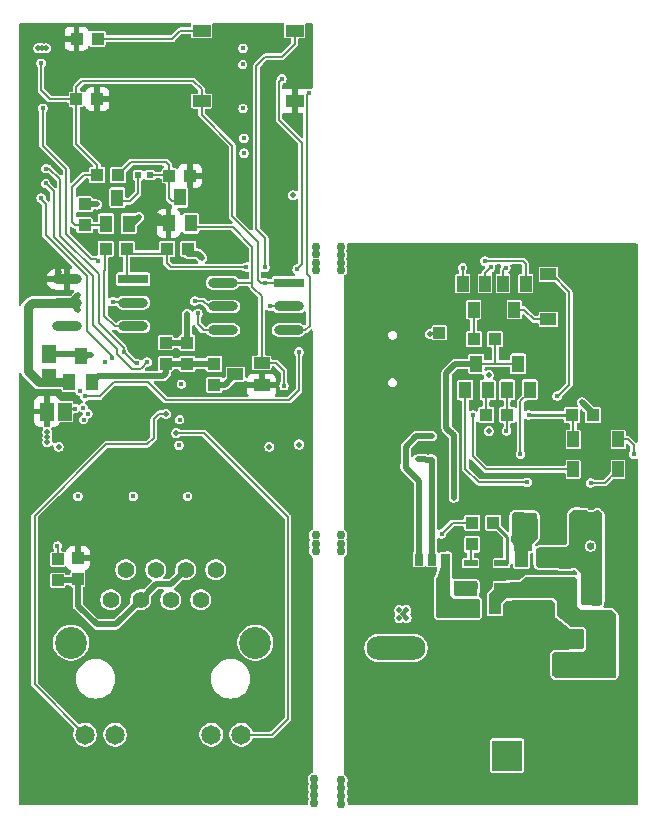
<source format=gbr>
%TF.GenerationSoftware,KiCad,Pcbnew,9.0.0*%
%TF.CreationDate,2025-04-12T10:41:42+08:00*%
%TF.ProjectId,ESP32-EVB_Rev_K1,45535033-322d-4455-9642-5f5265765f4b,K1*%
%TF.SameCoordinates,PXc1d4028PY6c847bc*%
%TF.FileFunction,Copper,L4,Bot*%
%TF.FilePolarity,Positive*%
%FSLAX46Y46*%
G04 Gerber Fmt 4.6, Leading zero omitted, Abs format (unit mm)*
G04 Created by KiCad (PCBNEW 9.0.0) date 2025-04-12 10:41:42*
%MOMM*%
%LPD*%
G01*
G04 APERTURE LIST*
%TA.AperFunction,ComponentPad*%
%ADD10O,5.000000X2.000000*%
%TD*%
%TA.AperFunction,ComponentPad*%
%ADD11O,2.000000X5.000000*%
%TD*%
%TA.AperFunction,ComponentPad*%
%ADD12R,2.540000X2.540000*%
%TD*%
%TA.AperFunction,ComponentPad*%
%ADD13C,2.540000*%
%TD*%
%TA.AperFunction,ComponentPad*%
%ADD14C,1.300000*%
%TD*%
%TA.AperFunction,ComponentPad*%
%ADD15C,2.000000*%
%TD*%
%TA.AperFunction,ComponentPad*%
%ADD16R,0.400000X0.400000*%
%TD*%
%TA.AperFunction,ComponentPad*%
%ADD17R,1.422400X1.422400*%
%TD*%
%TA.AperFunction,ComponentPad*%
%ADD18C,1.410000*%
%TD*%
%TA.AperFunction,ComponentPad*%
%ADD19C,1.650000*%
%TD*%
%TA.AperFunction,ComponentPad*%
%ADD20C,2.700000*%
%TD*%
%TA.AperFunction,ComponentPad*%
%ADD21R,1.400000X1.400000*%
%TD*%
%TA.AperFunction,ComponentPad*%
%ADD22C,1.400000*%
%TD*%
%TA.AperFunction,ComponentPad*%
%ADD23O,1.800000X1.200000*%
%TD*%
%TA.AperFunction,SMDPad,CuDef*%
%ADD24R,2.000000X1.700000*%
%TD*%
%TA.AperFunction,SMDPad,CuDef*%
%ADD25R,1.746000X1.192000*%
%TD*%
%TA.AperFunction,SMDPad,CuDef*%
%ADD26R,1.000000X1.400000*%
%TD*%
%TA.AperFunction,SMDPad,CuDef*%
%ADD27R,1.168400X1.600200*%
%TD*%
%TA.AperFunction,SMDPad,CuDef*%
%ADD28R,1.016000X1.016000*%
%TD*%
%TA.AperFunction,SMDPad,CuDef*%
%ADD29R,1.524000X1.016000*%
%TD*%
%TA.AperFunction,SMDPad,CuDef*%
%ADD30R,1.270000X1.524000*%
%TD*%
%TA.AperFunction,SMDPad,CuDef*%
%ADD31R,1.200000X0.550000*%
%TD*%
%TA.AperFunction,SMDPad,CuDef*%
%ADD32R,0.762000X1.016000*%
%TD*%
%TA.AperFunction,SMDPad,CuDef*%
%ADD33R,1.400000X1.000000*%
%TD*%
%TA.AperFunction,SMDPad,CuDef*%
%ADD34R,0.500000X0.550000*%
%TD*%
%TA.AperFunction,SMDPad,CuDef*%
%ADD35R,2.540000X0.800000*%
%TD*%
%TA.AperFunction,SMDPad,CuDef*%
%ADD36O,2.540000X0.800000*%
%TD*%
%TA.AperFunction,ViaPad*%
%ADD37C,0.762000*%
%TD*%
%TA.AperFunction,ViaPad*%
%ADD38C,0.609600*%
%TD*%
%TA.AperFunction,ViaPad*%
%ADD39C,0.500000*%
%TD*%
%TA.AperFunction,ViaPad*%
%ADD40C,0.450000*%
%TD*%
%TA.AperFunction,Conductor*%
%ADD41C,0.508000*%
%TD*%
%TA.AperFunction,Conductor*%
%ADD42C,0.500000*%
%TD*%
%TA.AperFunction,Conductor*%
%ADD43C,0.203200*%
%TD*%
%TA.AperFunction,Conductor*%
%ADD44C,0.200000*%
%TD*%
%TA.AperFunction,Conductor*%
%ADD45C,0.254000*%
%TD*%
%TA.AperFunction,Conductor*%
%ADD46C,0.762000*%
%TD*%
G04 APERTURE END LIST*
D10*
%TO.P,PWR1,+,+*%
%TO.N,/+5V_EXT*%
X32192983Y13531010D03*
%TO.P,PWR1,-,-*%
%TO.N,PGND*%
X32192983Y7031010D03*
D11*
X36642983Y10231010D03*
%TD*%
D12*
%TO.P,PWR2,1*%
%TO.N,/+5V_EXT*%
X41597291Y4429099D03*
D13*
%TO.P,PWR2,2*%
%TO.N,PGND*%
X46597291Y4429099D03*
%TD*%
D14*
%TO.P,U3,39,THERMAL_PAD*%
%TO.N,GND*%
X9546949Y59863409D03*
X9546949Y58063409D03*
X9546949Y56263409D03*
X11346949Y59863409D03*
D15*
X11346949Y58063409D03*
D14*
X11346949Y56263409D03*
X13146949Y59863409D03*
X13146949Y58063409D03*
X13146949Y56263409D03*
%TD*%
D16*
%TO.P,U4,33,GND*%
%TO.N,GND*%
X8916949Y32823409D03*
X9916949Y32823409D03*
X8116949Y33623409D03*
X10716949Y33623409D03*
D17*
X9416949Y34123409D03*
D16*
X8116949Y34623409D03*
X10716949Y34623409D03*
X8916949Y35423409D03*
X9916949Y35423409D03*
%TD*%
D18*
%TO.P,LAN1,1,TD+*%
%TO.N,/TX_P*%
X8016949Y17628409D03*
%TO.P,LAN1,2,TD-*%
%TO.N,/TX_N*%
X9286949Y20168409D03*
%TO.P,LAN1,3,COM*%
%TO.N,Net-(LAN1-COM)*%
X10556949Y17628409D03*
%TO.P,LAN1,4*%
%TO.N,N/C*%
X11826949Y20168409D03*
%TO.P,LAN1,5*%
X13096949Y17628409D03*
%TO.P,LAN1,6,NC*%
%TO.N,Net-(LAN1-COM)*%
X14366949Y20168409D03*
%TO.P,LAN1,7,RD+*%
%TO.N,/RX_P*%
X15636949Y17628409D03*
%TO.P,LAN1,8,RD-*%
%TO.N,/RX_N*%
X16906949Y20168409D03*
D19*
%TO.P,LAN1,AG1,AG*%
%TO.N,/G*%
X16541949Y6179909D03*
%TO.P,LAN1,AY1,AY*%
%TO.N,Net-(LAN1-AY)*%
X5861949Y6179909D03*
D20*
%TO.P,LAN1,GND1,GND1*%
%TO.N,Net-(C19-Pad1)*%
X4671949Y13978409D03*
%TO.P,LAN1,GND2,GND2*%
X20271949Y13978409D03*
D19*
%TO.P,LAN1,KG1,KG*%
%TO.N,Net-(LAN1-KG)*%
X19081949Y6179909D03*
%TO.P,LAN1,KY1,KY*%
%TO.N,Net-(LAN1-KY)*%
X8401949Y6179909D03*
%TD*%
D21*
%TO.P,BAT1,1*%
%TO.N,Net-(U1-VBAT)*%
X46312750Y12324500D03*
D22*
%TO.P,BAT1,2*%
%TO.N,PGND*%
X46310210Y14336180D03*
%TD*%
D23*
%TO.P,USB-UART1,0*%
%TO.N,PGND*%
X33202412Y34414736D03*
X33202412Y41614736D03*
X29732412Y34414736D03*
X29732412Y41614736D03*
%TD*%
D24*
%TO.P,D4,1,K*%
%TO.N,Net-(D4-K)*%
X48114157Y24029575D03*
D25*
X47987157Y24029575D03*
%TO.P,D4,2,A*%
%TO.N,+5V*%
X43241157Y24029575D03*
D24*
X43114157Y24029575D03*
%TD*%
D26*
%TO.P,FET1,1*%
%TO.N,+5V*%
X42894448Y21074006D03*
%TO.P,FET1,2*%
%TO.N,Net-(D4-K)*%
X44796908Y21074006D03*
%TO.P,FET1,3*%
%TO.N,Net-(U1-VBAT)*%
X43841868Y18864206D03*
%TD*%
D27*
%TO.P,PHY_RST1,1,1*%
%TO.N,GND*%
X2620269Y33552553D03*
X2620269Y33552553D03*
%TO.P,PHY_RST1,2,2*%
%TO.N,Net-(U4-NRST)*%
X4144269Y33552553D03*
%TD*%
D28*
%TO.P,R14,1*%
%TO.N,Net-(BUT1-Pad2)*%
X6913949Y65122409D03*
%TO.P,R14,2*%
%TO.N,GND*%
X5135949Y65122409D03*
%TD*%
%TO.P,R35,1*%
%TO.N,/+5V_USB*%
X48849336Y33255813D03*
%TO.P,R35,2*%
%TO.N,Net-(D8-A)*%
X47071336Y33255813D03*
%TD*%
D29*
%TO.P,BUT1,1*%
%TO.N,/BUT1*%
X23613949Y65793162D03*
%TO.P,BUT1,2*%
%TO.N,Net-(BUT1-Pad2)*%
X15739949Y65793162D03*
%TD*%
D28*
%TO.P,C23,1*%
%TO.N,/+5V_USB*%
X35840407Y40230254D03*
%TO.P,C23,2*%
%TO.N,PGND*%
X35840407Y42008254D03*
%TD*%
D26*
%TO.P,Q5,1,B*%
%TO.N,Net-(Q5-B)*%
X37820306Y44391220D03*
%TO.P,Q5,2,E*%
%TO.N,Net-(Q5-E)*%
X39722766Y44391220D03*
%TO.P,Q5,3,C*%
%TO.N,Net-(Q5-C)*%
X38767726Y42181420D03*
%TD*%
D28*
%TO.P,R45,1*%
%TO.N,+3.3V*%
X14579990Y47343104D03*
%TO.P,R45,2*%
%TO.N,/BUT1*%
X12801990Y47343104D03*
%TD*%
D30*
%TO.P,C3,1*%
%TO.N,Net-(D4-K)*%
X48905172Y20587594D03*
%TO.P,C3,2*%
%TO.N,PGND*%
X50937172Y20587594D03*
%TD*%
%TO.P,C4,1*%
%TO.N,Net-(D4-K)*%
X48905172Y18555594D03*
%TO.P,C4,2*%
%TO.N,PGND*%
X50937172Y18555594D03*
%TD*%
D28*
%TO.P,R37,1*%
%TO.N,Net-(Q5-C)*%
X38810266Y39683780D03*
%TO.P,R37,2*%
%TO.N,/C_D_Com*%
X40588266Y39683780D03*
%TD*%
%TO.P,R44,1*%
%TO.N,/C_OSC_DIS*%
X41588266Y33283780D03*
%TO.P,R44,2*%
%TO.N,Net-(U9-A1)*%
X39810266Y33283780D03*
%TD*%
%TO.P,C29,1*%
%TO.N,+3.3V*%
X12697449Y39392909D03*
%TO.P,C29,2*%
%TO.N,Net-(C29-Pad2)*%
X12697449Y37614909D03*
%TD*%
%TO.P,R50,1*%
%TO.N,Net-(FET4-D)*%
X16797449Y35825909D03*
%TO.P,R50,2*%
%TO.N,Net-(C29-Pad2)*%
X16797449Y37603909D03*
%TD*%
%TO.P,R51,1*%
%TO.N,+3.3V*%
X14497449Y39381909D03*
%TO.P,R51,2*%
%TO.N,Net-(C29-Pad2)*%
X14497449Y37603909D03*
%TD*%
D26*
%TO.P,FET3,1*%
%TO.N,Net-(C29-Pad2)*%
X6439372Y36017130D03*
%TO.P,FET3,2*%
%TO.N,+3.3V*%
X4536912Y36017130D03*
%TO.P,FET3,3*%
%TO.N,+3.3VLAN*%
X5491952Y38226930D03*
%TD*%
D30*
%TO.P,L5,1,1*%
%TO.N,+3.3V*%
X2798976Y36363788D03*
%TO.P,L5,2,2*%
%TO.N,+3.3VLAN*%
X2798976Y38395788D03*
%TD*%
D31*
%TO.P,U1,1,CHRGb*%
%TO.N,Net-(U1-CHRGb)*%
X41096913Y20711848D03*
%TO.P,U1,2,GND*%
%TO.N,PGND*%
X41096913Y19761848D03*
%TO.P,U1,3,VBAT*%
%TO.N,Net-(U1-VBAT)*%
X41096913Y18811848D03*
%TO.P,U1,4,VCC*%
%TO.N,+5V*%
X38496913Y18811848D03*
%TO.P,U1,5,PROG*%
%TO.N,Net-(U1-PROG)*%
X38496913Y20711848D03*
%TD*%
D28*
%TO.P,R8,1*%
%TO.N,PGND*%
X40419034Y22297205D03*
%TO.P,R8,2*%
%TO.N,Net-(U1-PROG)*%
X38641034Y22297205D03*
%TD*%
D32*
%TO.P,BAT/BUT1,1,1*%
%TO.N,/C_BUT1*%
X34114336Y21008601D03*
%TO.P,BAT/BUT1,2,2*%
%TO.N,/C_GPI34{slash}BUT1*%
X35257336Y21008601D03*
%TO.P,BAT/BUT1,3,3*%
%TO.N,Net-(BAT/BUT1-Pad3)*%
X36400336Y21008601D03*
%TD*%
D26*
%TO.P,D7,1,K*%
%TO.N,Net-(D7-K)*%
X47182932Y28652528D03*
%TO.P,D7,2,A*%
%TO.N,/C_GPIO3{slash}U0RXD*%
X50982932Y28652528D03*
%TD*%
D28*
%TO.P,R10,1*%
%TO.N,Net-(BAT/BUT1-Pad3)*%
X36117158Y16926717D03*
%TO.P,R10,2*%
%TO.N,PGND*%
X34339158Y16926717D03*
%TD*%
%TO.P,R9,1*%
%TO.N,Net-(U1-VBAT)*%
X40579130Y16900338D03*
%TO.P,R9,2*%
%TO.N,Net-(BAT/BUT1-Pad3)*%
X38801130Y16900338D03*
%TD*%
%TO.P,C30,1*%
%TO.N,Net-(BAT/BUT1-Pad3)*%
X36117158Y18943142D03*
%TO.P,C30,2*%
%TO.N,PGND*%
X34339158Y18943142D03*
%TD*%
D26*
%TO.P,U9,1,A1*%
%TO.N,Net-(U9-A1)*%
X39949266Y35383780D03*
%TO.P,U9,2,A2*%
%TO.N,/C_GPIO0{slash}XTAL1{slash}CLKIN*%
X38049266Y35383780D03*
%TO.P,U9,3,CC*%
%TO.N,/C_D_Com*%
X38999266Y37583780D03*
%TD*%
%TO.P,D8,1,K*%
%TO.N,/C_GPIO1{slash}U0TXD*%
X50997759Y31187886D03*
%TO.P,D8,2,A*%
%TO.N,Net-(D8-A)*%
X47197759Y31187886D03*
%TD*%
D28*
%TO.P,R24,1*%
%TO.N,+3.3V*%
X5815502Y51090971D03*
%TO.P,R24,2*%
%TO.N,/ESP_EN*%
X5815502Y49312971D03*
%TD*%
%TO.P,R17,1*%
%TO.N,Net-(U1-VBAT)*%
X46497325Y18954394D03*
%TO.P,R17,2*%
%TO.N,Net-(D4-K)*%
X46497325Y20732394D03*
%TD*%
%TO.P,R7,1*%
%TO.N,Net-(U1-CHRGb)*%
X40419034Y24120883D03*
%TO.P,R7,2*%
%TO.N,Net-(CHARGE1-K)*%
X38641034Y24120883D03*
%TD*%
%TO.P,C31,1*%
%TO.N,GND*%
X6900949Y60001409D03*
%TO.P,C31,2*%
%TO.N,/ESP_EN*%
X5122949Y60001409D03*
%TD*%
D29*
%TO.P,RST1,1*%
%TO.N,/ESP_EN*%
X15739949Y59843409D03*
%TO.P,RST1,2*%
%TO.N,GND*%
X23613949Y59843409D03*
%TD*%
D28*
%TO.P,R46,1*%
%TO.N,/BUT1*%
X9388033Y47345996D03*
%TO.P,R46,2*%
%TO.N,/D_Com*%
X7610033Y47345996D03*
%TD*%
%TO.P,R25,1*%
%TO.N,/VDD1A-2A*%
X3539944Y21048790D03*
%TO.P,R25,2*%
%TO.N,Net-(LAN1-COM)*%
X3539944Y19270790D03*
%TD*%
D26*
%TO.P,U10,1,A1*%
%TO.N,/C_GPIO2{slash}HS2_DATA0*%
X43494806Y35395080D03*
%TO.P,U10,2,A2*%
%TO.N,/C_OSC_DIS*%
X41594806Y35395080D03*
%TO.P,U10,3,CC*%
%TO.N,/C_D_Com*%
X42544806Y37595080D03*
%TD*%
D28*
%TO.P,C11,1*%
%TO.N,Net-(LAN1-COM)*%
X5257618Y19354989D03*
%TO.P,C11,2*%
%TO.N,GND*%
X5257618Y21132989D03*
%TD*%
D33*
%TO.P,D9,1,K*%
%TO.N,Net-(D9-K)*%
X45085606Y41368827D03*
%TO.P,D9,2,A*%
%TO.N,/C_ESP_EN*%
X45085606Y45168827D03*
%TD*%
D26*
%TO.P,Q4,1,B*%
%TO.N,Net-(Q4-B)*%
X41249306Y44391220D03*
%TO.P,Q4,2,E*%
%TO.N,Net-(Q4-E)*%
X43151766Y44391220D03*
%TO.P,Q4,3,C*%
%TO.N,Net-(D9-K)*%
X42196726Y42181420D03*
%TD*%
%TO.P,D10,1,C1*%
%TO.N,+3.3V*%
X9553416Y49472011D03*
%TO.P,D10,2,C2*%
%TO.N,/ESP_EN*%
X7653416Y49472011D03*
%TO.P,D10,3,CA*%
%TO.N,Net-(D10-CA)*%
X8603416Y51672011D03*
%TD*%
D28*
%TO.P,R52,1*%
%TO.N,Net-(U11-VIn)*%
X8671448Y53578213D03*
%TO.P,R52,2*%
%TO.N,/ESP_EN*%
X6893448Y53578213D03*
%TD*%
D34*
%TO.P,R58,1*%
%TO.N,Net-(D10-CA)*%
X10339318Y53578213D03*
%TO.P,R58,2*%
%TO.N,Net-(U11-VIn)*%
X11355318Y53578213D03*
%TD*%
D26*
%TO.P,U11,1,VOut*%
%TO.N,/OSC_DIS*%
X14827643Y49486210D03*
%TO.P,U11,2,Vss*%
%TO.N,GND*%
X12927643Y49486210D03*
%TO.P,U11,3,VIn*%
%TO.N,Net-(U11-VIn)*%
X13877643Y51686210D03*
%TD*%
D33*
%TO.P,FET4,1,G*%
%TO.N,/OSC_DIS*%
X20804889Y37664869D03*
%TO.P,FET4,2,S*%
%TO.N,GND*%
X20804889Y35762409D03*
%TO.P,FET4,3,D*%
%TO.N,Net-(FET4-D)*%
X18595089Y36717449D03*
%TD*%
D28*
%TO.P,C32,1*%
%TO.N,GND*%
X14756280Y53522079D03*
%TO.P,C32,2*%
%TO.N,Net-(U11-VIn)*%
X12978280Y53522079D03*
%TD*%
D35*
%TO.P,U13,1,1*%
%TO.N,/BUT1*%
X9922435Y44754035D03*
D36*
%TO.P,U13,2,2*%
%TO.N,GND*%
X4334435Y44754035D03*
%TO.P,U13,3,3*%
%TO.N,/GPI34{slash}BUT1*%
X9922435Y42754035D03*
%TO.P,U13,4,4*%
%TO.N,+3.3V*%
X4334435Y42754035D03*
%TO.P,U13,5,5*%
%TO.N,/D_Com*%
X9922435Y40754035D03*
%TO.P,U13,6,6*%
%TO.N,unconnected-(U13-Pad6)*%
X4334435Y40754035D03*
%TD*%
D35*
%TO.P,U12,1,1*%
%TO.N,/ESP_EN*%
X23120158Y44455114D03*
D36*
%TO.P,U12,2,2*%
%TO.N,/OSC_DIS*%
X17532158Y44455114D03*
%TO.P,U12,3,3*%
%TO.N,/GPIO1{slash}U0TXD*%
X23120158Y42455114D03*
%TO.P,U12,4,4*%
%TO.N,/GPIO2{slash}HS2_DATA0*%
X17532158Y42455114D03*
%TO.P,U12,5,5*%
%TO.N,/GPIO3{slash}U0RXD*%
X23120158Y40455114D03*
%TO.P,U12,6,6*%
%TO.N,/GPIO0{slash}XTAL1{slash}CLKIN*%
X17532158Y40455114D03*
%TD*%
D37*
%TO.N,*%
X25281059Y2405800D03*
X27492543Y46846858D03*
X25392721Y46852163D03*
X25376949Y23058696D03*
X25376949Y21747312D03*
X25376949Y22376782D03*
X25281059Y1741298D03*
X25392721Y46170249D03*
X27514461Y22376782D03*
X27492543Y45535474D03*
X25392721Y45540779D03*
X27492543Y47511360D03*
X27514461Y21747312D03*
X27538401Y2318307D03*
X27538401Y342421D03*
X27514461Y23058696D03*
X25281059Y429914D03*
X25392721Y47516665D03*
X27538401Y971891D03*
X27538401Y1653805D03*
X25281059Y1059384D03*
X27492543Y46164944D03*
D38*
%TO.N,+5V*%
X37366349Y18265526D03*
X38031630Y18236698D03*
X42870213Y22040305D03*
X42401190Y22033652D03*
X43405765Y22017020D03*
D39*
%TO.N,GND*%
X16079235Y21593103D03*
X20038764Y22813260D03*
D40*
X22915491Y55297778D03*
D39*
X8779274Y30148611D03*
X19261213Y27191470D03*
X6441408Y31290489D03*
X14949910Y45027936D03*
X21127335Y16832098D03*
X22318319Y35091124D03*
X7286927Y16497153D03*
X8475368Y28594713D03*
D40*
X21865564Y45498466D03*
X19485731Y43421945D03*
D39*
X10002375Y23542961D03*
D40*
X10623143Y46005282D03*
D39*
X3558607Y45735983D03*
X12064667Y44803404D03*
D40*
X23522115Y58190909D03*
D39*
X18899621Y35063580D03*
X18531511Y16760324D03*
X8686519Y25169837D03*
X9916118Y27166436D03*
X3567391Y31465126D03*
X6605075Y25349272D03*
X13148466Y21545253D03*
X11569439Y22430465D03*
D40*
X19056318Y41757402D03*
D39*
X8431433Y45722415D03*
X19966990Y17693385D03*
X18340114Y26162710D03*
X21857037Y23291753D03*
X20307506Y32716069D03*
X7789345Y14427671D03*
X11342155Y25277498D03*
D40*
X17250209Y45271198D03*
D39*
X3640267Y45374342D03*
D40*
X22168876Y47889965D03*
X19486595Y45043066D03*
D39*
X12563836Y41401900D03*
X6485452Y27610151D03*
X18092118Y28277809D03*
X20600993Y25875614D03*
X16928560Y17190968D03*
X11859849Y28525551D03*
X17230162Y46483655D03*
X7729533Y19667169D03*
X17694149Y19152789D03*
X19731205Y29160970D03*
X6222280Y18135991D03*
X8279800Y22107483D03*
X12036420Y50083793D03*
D40*
X22378862Y49873159D03*
D39*
X5605781Y47963409D03*
X20254086Y20492569D03*
X3558607Y46117067D03*
X5747506Y29918975D03*
X9464070Y21377781D03*
X6688811Y23949680D03*
X13172390Y25385159D03*
X17598450Y23901831D03*
X14344698Y24165002D03*
X19264677Y38533956D03*
X15947649Y25767954D03*
X6027126Y47963409D03*
D40*
%TO.N,/GPI34{slash}BUT1*%
X6981885Y46293351D03*
X2279576Y59227770D03*
X8186060Y42858407D03*
%TO.N,/ESP_EN*%
X21087191Y44458572D03*
X2136752Y63036091D03*
D38*
%TO.N,Net-(D4-K)*%
X46979624Y21804792D03*
X46449616Y21324680D03*
X46979624Y21324680D03*
X46449616Y21792595D03*
D40*
%TO.N,Net-(U4-NRST)*%
X5033148Y33802252D03*
X5838729Y34831359D03*
X23973125Y38599764D03*
D39*
%TO.N,Net-(U5-V3)*%
X40029535Y31889882D03*
X40033730Y36631640D03*
D40*
%TO.N,Net-(CHARGE1-K)*%
X36051035Y23201063D03*
%TO.N,Net-(D7-K)*%
X38670804Y33260977D03*
%TO.N,/GPIO3{slash}U0RXD*%
X24781779Y60490461D03*
%TO.N,/GPIO1{slash}U0TXD*%
X23809223Y45599881D03*
X21553825Y42465657D03*
X22527515Y61725543D03*
%TO.N,Net-(D8-A)*%
X43416650Y33277815D03*
D39*
%TO.N,/VDD1A-2A*%
X2674255Y30965150D03*
X3621333Y30581677D03*
D40*
X3512679Y22166112D03*
D39*
X2674255Y31358120D03*
D40*
X14543731Y26366429D03*
D39*
X2674255Y31803859D03*
D40*
X9940814Y26376409D03*
X13815107Y30694409D03*
X5240600Y26373914D03*
%TO.N,/VDDCR*%
X14016232Y35887626D03*
D39*
%TO.N,Net-(LAN1-AY)*%
X12700126Y33367743D03*
%TO.N,Net-(LAN1-KG)*%
X13578298Y31726160D03*
D40*
%TO.N,Net-(Q4-B)*%
X41476936Y45729594D03*
%TO.N,Net-(Q4-E)*%
X39703129Y46290925D03*
%TO.N,Net-(Q5-E)*%
X40199596Y45759531D03*
%TO.N,Net-(Q5-B)*%
X37829530Y45744562D03*
D39*
%TO.N,/+5V_USB*%
X35037080Y40138795D03*
X32478353Y16732661D03*
X47944652Y34327683D03*
X33071152Y16089354D03*
X33068494Y16732661D03*
X32462403Y16089354D03*
X32781398Y16381766D03*
D40*
%TO.N,/GPIO0{slash}XTAL1{slash}CLKIN*%
X15409743Y41864471D03*
X13867745Y32864043D03*
%TO.N,/OSC_DIS*%
X22700233Y35738184D03*
%TO.N,+3.3VLAN*%
X6356790Y38317799D03*
%TO.N,/BUT1*%
X19520775Y45786078D03*
X21080551Y45774851D03*
%TO.N,/GPIO26{slash}EMAC_RXD1(RMII)*%
X11129722Y37747946D03*
X2521060Y52864003D03*
%TO.N,/GPIO27{slash}EMAC_RX_CRS_DV*%
X8166949Y38098048D03*
X2149034Y51629169D03*
D39*
%TO.N,+3.3V*%
X2563642Y64303409D03*
X5032698Y43156882D03*
X5300889Y43425073D03*
X23476232Y51861948D03*
X10419786Y50016434D03*
X5270952Y42160206D03*
X1895033Y64300030D03*
X23989852Y30759216D03*
X6852213Y51084211D03*
X21465109Y30569610D03*
X5004007Y42427151D03*
X2197737Y64303409D03*
X14497115Y41818691D03*
X15752313Y46562981D03*
D40*
%TO.N,/GPIO25{slash}EMAC_RXD0(RMII)*%
X9115249Y38622079D03*
X10292328Y37629354D03*
X2526049Y54128987D03*
%TO.N,/GPIO18{slash}MDIO(RMII)*%
X19318629Y55421957D03*
X7509788Y37775361D03*
%TO.N,/GPIO22{slash}EMAC_TXD1(RMII)*%
X19204441Y62938599D03*
X5735353Y32872223D03*
%TO.N,/GPIO21{slash}EMAC_TX_EN(RMII)*%
X5715389Y33884012D03*
X19232558Y59216557D03*
%TO.N,/GPIO2{slash}HS2_DATA0*%
X15134483Y42910003D03*
%TO.N,/GPIO23{slash}MDC(RMII)*%
X19226894Y64308247D03*
X5446782Y35288856D03*
%TO.N,/GPIO19{slash}EMAC_TXD0(RMII)*%
X6097389Y33385123D03*
X19296176Y56701793D03*
%TO.N,PGND*%
X28365930Y30340596D03*
X52111764Y26210886D03*
X48069547Y30078115D03*
X33555288Y803965D03*
X28184893Y24818833D03*
X50289947Y22595769D03*
X34850197Y12055676D03*
X28190942Y33350385D03*
X31830687Y47069422D03*
X40457582Y47349403D03*
X44552294Y38372533D03*
X30087723Y24279612D03*
X33090599Y18740207D03*
X48979484Y26770847D03*
X52016493Y10976585D03*
D38*
X48666854Y22165020D03*
X49821841Y25409113D03*
D40*
X37317524Y978953D03*
X51899834Y7791808D03*
X35417935Y46999427D03*
X28235661Y17042826D03*
X52168149Y19632644D03*
X51596522Y733970D03*
X52331471Y14453007D03*
X37999328Y26516790D03*
X52356747Y28573220D03*
X52164260Y33525373D03*
X51864837Y3580437D03*
X33135318Y10463287D03*
X28218163Y20525081D03*
X32857282Y21524456D03*
X28453424Y43184695D03*
X28393150Y13315587D03*
X48155097Y1060614D03*
X32415924Y26432537D03*
X38782236Y28798112D03*
X28288158Y10200806D03*
X40560630Y26527160D03*
X43185446Y978953D03*
X29618064Y768968D03*
D38*
X48712290Y25497255D03*
D40*
X28768402Y46124489D03*
X48034550Y32230464D03*
X48349528Y28608218D03*
X43642358Y30638075D03*
X44254815Y32510444D03*
X28533141Y4251223D03*
X43287846Y26107190D03*
X52273141Y17089489D03*
X47124614Y27278311D03*
X44867272Y47086921D03*
%TO.N,/C_GPIO3{slash}U0RXD*%
X48660441Y27514150D03*
%TO.N,/C_GPIO1{slash}U0TXD*%
X52305934Y29941858D03*
%TO.N,/C_ESP_EN*%
X45836926Y34864399D03*
%TO.N,/C_GPIO0{slash}XTAL1{slash}CLKIN*%
X43306755Y27563696D03*
%TO.N,/C_GPIO2{slash}HS2_DATA0*%
X42725281Y29946626D03*
%TO.N,/C_OSC_DIS*%
X41540556Y31916538D03*
%TO.N,/C_D_Com*%
X37081883Y26269361D03*
X37081883Y27021590D03*
X37081883Y26669023D03*
%TO.N,/C_GPI34{slash}BUT1*%
X34105471Y29507498D03*
X34598029Y29507498D03*
X35168360Y29551700D03*
%TO.N,/C_BUT1*%
X35212431Y31467144D03*
X33970666Y31436035D03*
X34631731Y31467144D03*
%TD*%
D41*
%TO.N,GND*%
X12914993Y49169330D02*
X12914993Y49205220D01*
X12914993Y49205220D02*
X12036420Y50083793D01*
D42*
X3558607Y44771605D02*
X3558607Y46117067D01*
X4334435Y44754035D02*
X3576177Y44754035D01*
X3576177Y44754035D02*
X3558607Y44771605D01*
D43*
%TO.N,Net-(BUT1-Pad2)*%
X6913949Y65122409D02*
X13262532Y65122409D01*
X13933285Y65793162D02*
X15739949Y65793162D01*
X13262532Y65122409D02*
X13933285Y65793162D01*
%TO.N,/GPI34{slash}BUT1*%
X9255947Y42858407D02*
X9285449Y42887909D01*
X4271018Y48584247D02*
X4271018Y54064442D01*
X6981885Y46293351D02*
X6796520Y46478716D01*
X2279576Y56055884D02*
X2279576Y59227770D01*
X6796520Y46478716D02*
X6376549Y46478716D01*
X8186060Y42858407D02*
X9255947Y42858407D01*
X4271018Y54064442D02*
X2279576Y56055884D01*
X6376549Y46478716D02*
X4271018Y48584247D01*
%TO.N,/ESP_EN*%
X15739949Y60841492D02*
X15033179Y61548262D01*
X15033179Y61548262D02*
X5632713Y61548262D01*
X6893448Y53578213D02*
X6893448Y54444067D01*
X5795120Y53578213D02*
X5795120Y53572810D01*
X2907396Y60001409D02*
X2136752Y60772053D01*
X5122949Y56214566D02*
X5122949Y60001409D01*
X15739949Y58663527D02*
X15739949Y59843409D01*
X5122949Y60001409D02*
X2907396Y60001409D01*
X5795120Y53578213D02*
X6893448Y53578213D01*
X7482926Y49312971D02*
X7640766Y49155131D01*
X2136752Y60772053D02*
X2136752Y63036091D01*
D44*
X21087191Y44458572D02*
X21389573Y44458572D01*
D43*
X5037080Y49312971D02*
X4782228Y49567823D01*
X18331311Y50065919D02*
X18331311Y56072165D01*
X5632713Y61548262D02*
X5122949Y61038498D01*
X20492435Y47904795D02*
X18331311Y50065919D01*
X4782228Y49567823D02*
X4782228Y52559918D01*
X5815502Y49312971D02*
X7482926Y49312971D01*
X21087191Y44458572D02*
X20753243Y44458572D01*
X5122949Y61038498D02*
X5122949Y60001409D01*
D44*
X21393031Y44455114D02*
X23120158Y44455114D01*
D43*
X15739949Y59843409D02*
X15739949Y60841492D01*
X18331311Y56072165D02*
X15739949Y58663527D01*
X6893448Y54444067D02*
X5122949Y56214566D01*
X20492435Y44719380D02*
X20492435Y47904795D01*
X20753243Y44458572D02*
X20492435Y44719380D01*
X5815502Y49312971D02*
X5037080Y49312971D01*
X5795120Y53572810D02*
X4782228Y52559918D01*
D44*
X21389573Y44458572D02*
X21393031Y44455114D01*
D41*
%TO.N,Net-(LAN1-COM)*%
X3539944Y19270790D02*
X5173419Y19270790D01*
X8457346Y15528806D02*
X10556949Y17628409D01*
X10556949Y17628409D02*
X11365506Y18436965D01*
X11860875Y18932866D02*
X13131406Y18932866D01*
X6840573Y15528806D02*
X8457346Y15528806D01*
X5173419Y19270790D02*
X5257618Y19354989D01*
X5257618Y17111761D02*
X6840573Y15528806D01*
X13131406Y18932866D02*
X14366949Y20168409D01*
X11365506Y18436965D02*
X11365506Y18437497D01*
X5257618Y19354989D02*
X5257618Y17111761D01*
X11365506Y18437497D02*
X11860875Y18932866D01*
D43*
%TO.N,Net-(U4-NRST)*%
X23086221Y34513271D02*
X23973125Y35400175D01*
X23973125Y35400175D02*
X23973125Y38599764D01*
X4393968Y33802252D02*
X4144269Y33552553D01*
X11213192Y36018375D02*
X12718296Y34513271D01*
X8270681Y36018375D02*
X11213192Y36018375D01*
D45*
X4331232Y33798538D02*
X4296727Y33764033D01*
D43*
X5033148Y33802252D02*
X4393968Y33802252D01*
X7083665Y34831359D02*
X8270681Y36018375D01*
X5838729Y34831359D02*
X7083665Y34831359D01*
X12718296Y34513271D02*
X23086221Y34513271D01*
%TO.N,Net-(U11-VIn)*%
X11355318Y53578213D02*
X12922146Y53578213D01*
X12922146Y53578213D02*
X12978280Y53522079D01*
X8671448Y53578213D02*
X8671448Y53610515D01*
X8671448Y53610515D02*
X9740231Y54679298D01*
X12978280Y51590937D02*
X12978280Y53522079D01*
X12704060Y54679298D02*
X12978280Y54405078D01*
X12978280Y54405078D02*
X12978280Y53522079D01*
X13199887Y51369330D02*
X12978280Y51590937D01*
X9740231Y54679298D02*
X12704060Y54679298D01*
X13864993Y51369330D02*
X13199887Y51369330D01*
%TO.N,Net-(CHARGE1-K)*%
X36970855Y24120883D02*
X36051035Y23201063D01*
X38641034Y24120883D02*
X36970855Y24120883D01*
%TO.N,Net-(D7-K)*%
X38667061Y33257234D02*
X38670804Y33260977D01*
X38667061Y29752657D02*
X38667061Y33257234D01*
X39767190Y28652528D02*
X38667061Y29752657D01*
X47182932Y28652528D02*
X39767190Y28652528D01*
D44*
%TO.N,/GPIO3{slash}U0RXD*%
X24626314Y45203242D02*
X24865630Y44963926D01*
X24865630Y44963926D02*
X24865630Y40823364D01*
D43*
X24626314Y60334996D02*
X24626314Y45203242D01*
X24781779Y60490461D02*
X24626314Y60334996D01*
D44*
X24865630Y40823364D02*
X24497380Y40455114D01*
X24497380Y40455114D02*
X23120158Y40455114D01*
D43*
%TO.N,/GPIO1{slash}U0TXD*%
X22292016Y58230892D02*
X22292016Y61490044D01*
D44*
X23809223Y45623212D02*
X23809223Y45599881D01*
X23801445Y45630990D02*
X23809223Y45623212D01*
D43*
X23801445Y45630990D02*
X24207632Y46037177D01*
D44*
X23120158Y42455114D02*
X21564368Y42455114D01*
D43*
X22292016Y61490044D02*
X22527515Y61725543D01*
X24207632Y46037177D02*
X24207632Y56315276D01*
D44*
X21564368Y42455114D02*
X21553825Y42465657D01*
D43*
X24207632Y56315276D02*
X22292016Y58230892D01*
D45*
%TO.N,Net-(D8-A)*%
X43438652Y33255813D02*
X47071336Y33255813D01*
X43416650Y33277815D02*
X43438652Y33255813D01*
D43*
X47197759Y31187886D02*
X47197759Y33129390D01*
X47197759Y33129390D02*
X47071336Y33255813D01*
%TO.N,Net-(D9-K)*%
X43827825Y41368827D02*
X43015232Y42181420D01*
X43015232Y42181420D02*
X42196726Y42181420D01*
X45085606Y41368827D02*
X43827825Y41368827D01*
%TO.N,Net-(D10-CA)*%
X8590766Y51355131D02*
X9671785Y51355131D01*
X9671785Y51355131D02*
X10339318Y52022664D01*
X10339318Y52022664D02*
X10339318Y53578213D01*
%TO.N,/VDD1A-2A*%
X3539944Y21048790D02*
X3539944Y22138847D01*
X3539944Y22138847D02*
X3512679Y22166112D01*
D41*
%TO.N,Net-(FET4-D)*%
X16797449Y35825909D02*
X17703549Y35825909D01*
X17703549Y35825909D02*
X18595089Y36717449D01*
D43*
%TO.N,Net-(LAN1-AY)*%
X11663535Y32897471D02*
X11663535Y31348197D01*
X12133807Y33367743D02*
X11663535Y32897471D01*
X1593251Y24746940D02*
X1593251Y10448607D01*
X1593251Y10448607D02*
X5861949Y6179909D01*
X7625824Y30779513D02*
X1593251Y24746940D01*
X11117305Y30779513D02*
X7625824Y30779513D01*
X12700126Y33367743D02*
X12133807Y33367743D01*
X11674762Y31336970D02*
X11117305Y30779513D01*
X11663535Y31348197D02*
X11674762Y31336970D01*
%TO.N,Net-(LAN1-KG)*%
X13578298Y31726160D02*
X15916555Y31726160D01*
X23041722Y24600993D02*
X23041722Y7525294D01*
X15916555Y31726160D02*
X23041722Y24600993D01*
X21696337Y6179909D02*
X19081949Y6179909D01*
X23041722Y7525294D02*
X21696337Y6179909D01*
%TO.N,Net-(Q4-B)*%
X41249306Y45501964D02*
X41476936Y45729594D01*
X41249306Y44391220D02*
X41249306Y45501964D01*
%TO.N,Net-(Q4-E)*%
X42921428Y46290925D02*
X39703129Y46290925D01*
X43151766Y44391220D02*
X43151766Y46060587D01*
X43151766Y46060587D02*
X42921428Y46290925D01*
%TO.N,Net-(Q5-E)*%
X39722766Y44391220D02*
X39722766Y45282701D01*
X39722766Y45282701D02*
X40199596Y45759531D01*
%TO.N,Net-(Q5-B)*%
X37820306Y45735338D02*
X37829530Y45744562D01*
X37820306Y44391220D02*
X37820306Y45735338D01*
%TO.N,Net-(Q5-C)*%
X38767726Y42181420D02*
X38767726Y39726320D01*
X38767726Y39726320D02*
X38810266Y39683780D01*
D45*
%TO.N,Net-(U1-CHRGb)*%
X41583258Y20711848D02*
X41583258Y22956659D01*
X41096913Y20711848D02*
X41583258Y20711848D01*
X41583258Y22956659D02*
X40419034Y24120883D01*
%TO.N,/+5V_USB*%
X35840407Y40230254D02*
X35128539Y40230254D01*
D41*
X48849336Y33255813D02*
X48849336Y33422999D01*
D45*
X35128539Y40230254D02*
X35037080Y40138795D01*
D41*
X48849336Y33422999D02*
X47944652Y34327683D01*
D43*
%TO.N,Net-(U1-PROG)*%
X38496913Y20711848D02*
X38496913Y22153084D01*
X38496913Y22153084D02*
X38641034Y22297205D01*
D44*
%TO.N,/GPIO0{slash}XTAL1{slash}CLKIN*%
X15887592Y40455114D02*
X15409743Y40932963D01*
X15409743Y40932963D02*
X15409743Y41864471D01*
X17532158Y40455114D02*
X15887592Y40455114D01*
D43*
%TO.N,/OSC_DIS*%
X18369024Y49169330D02*
X20025175Y47513179D01*
D44*
X17532158Y44455114D02*
X20013940Y44455114D01*
D43*
X20804889Y37664869D02*
X22008477Y37664869D01*
D44*
X20013940Y44455114D02*
X20025175Y44466349D01*
D43*
X20025175Y44466349D02*
X20025175Y46156963D01*
X20804889Y37664869D02*
X20804889Y43349752D01*
X14814993Y49169330D02*
X18369024Y49169330D01*
X20804889Y43349752D02*
X20025175Y44129466D01*
X20025175Y45772981D02*
X20025175Y46156963D01*
X20025175Y47513179D02*
X20025175Y45772981D01*
X22008477Y37664869D02*
X22700233Y36973113D01*
X22700233Y36973113D02*
X22700233Y35738184D01*
X20025175Y44157909D02*
X20025175Y44466349D01*
X20025175Y44129466D02*
X20025175Y45772981D01*
%TO.N,Net-(U9-A1)*%
X39810266Y35244780D02*
X39949266Y35383780D01*
X39810266Y33283780D02*
X39810266Y35244780D01*
D44*
%TO.N,/D_Com*%
X7564759Y45512222D02*
X7498050Y45445513D01*
X7498050Y41617663D02*
X8361678Y40754035D01*
X8361678Y40754035D02*
X9922435Y40754035D01*
X7564759Y46935022D02*
X7564759Y45512222D01*
X7498050Y45445513D02*
X7498050Y41617663D01*
D41*
%TO.N,+3.3VLAN*%
X5323094Y38395788D02*
X5491952Y38226930D01*
D42*
X6128657Y38317799D02*
X6037788Y38226930D01*
X6356790Y38317799D02*
X6128657Y38317799D01*
D41*
X2798976Y38395788D02*
X5323094Y38395788D01*
D42*
X6037788Y38226930D02*
X5491952Y38226930D01*
D41*
%TO.N,Net-(C29-Pad2)*%
X12697449Y36813515D02*
X12436709Y36552775D01*
X6975017Y36552775D02*
X6439372Y36017130D01*
X12697449Y37614909D02*
X12697449Y36813515D01*
X12436709Y36552775D02*
X6975017Y36552775D01*
X12697449Y37614909D02*
X16786449Y37614909D01*
X16786449Y37614909D02*
X16797449Y37603909D01*
D43*
%TO.N,/BUT1*%
X22549775Y63598409D02*
X23613949Y64662583D01*
X21125458Y45819758D02*
X21080551Y45774851D01*
X21125458Y48211028D02*
X21125458Y45819758D01*
X9345651Y46932130D02*
X9342759Y46935022D01*
X22549775Y63598409D02*
X21128616Y63598409D01*
X12756716Y46932130D02*
X9345651Y46932130D01*
X20350820Y62546274D02*
X20350820Y62820613D01*
D44*
X9388033Y47345996D02*
X9388033Y44754035D01*
D43*
X9285449Y46877712D02*
X9342759Y46935022D01*
X23613949Y64662583D02*
X23613949Y65793162D01*
X20711970Y63181763D02*
X20610955Y63080748D01*
X20350820Y48985666D02*
X21125458Y48211028D01*
X20350820Y62820613D02*
X20610955Y63080748D01*
X13119000Y45786078D02*
X12756716Y46148362D01*
X20350820Y62820613D02*
X20711970Y63181763D01*
X12756716Y46148362D02*
X12756716Y46932130D01*
D44*
X9388033Y44754035D02*
X9922435Y44754035D01*
D43*
X21128616Y63598409D02*
X20711970Y63181763D01*
X19520775Y45786078D02*
X13119000Y45786078D01*
X20350820Y48985666D02*
X20350820Y62546274D01*
%TO.N,/GPIO26{slash}EMAC_RXD1(RMII)*%
X9855787Y37123954D02*
X10501672Y37123954D01*
X3195825Y52189238D02*
X3195825Y48321756D01*
X6513365Y45004216D02*
X6513365Y40899134D01*
X8597566Y38382175D02*
X9855787Y37123954D01*
X10501672Y37123954D02*
X10648997Y37271279D01*
X8597566Y38814933D02*
X8597566Y38382175D01*
X3195825Y48321756D02*
X6513365Y45004216D01*
X10653055Y37271279D02*
X11129722Y37747946D01*
X10648997Y37271279D02*
X10653055Y37271279D01*
X6513365Y40899134D02*
X8597566Y38814933D01*
X2521060Y52864003D02*
X3195825Y52189238D01*
%TO.N,/GPIO27{slash}EMAC_RX_CRS_DV*%
X5996940Y40412296D02*
X5996940Y44991789D01*
X8166949Y38242287D02*
X5996940Y40412296D01*
X2513575Y51159846D02*
X2149034Y51524387D01*
X5996940Y44991789D02*
X2513575Y48475154D01*
X2149034Y51524387D02*
X2149034Y51629169D01*
X8166949Y38098048D02*
X8166949Y38242287D01*
X2513575Y48475154D02*
X2513575Y51159846D01*
D41*
%TO.N,+3.3V*%
X9558483Y49155131D02*
X10419786Y50016434D01*
X5270952Y42160206D02*
X4543249Y42887909D01*
X14497449Y39381909D02*
X14497449Y41818357D01*
D46*
X986954Y42366079D02*
X986954Y36974804D01*
X1366512Y42745637D02*
X986954Y42366079D01*
D41*
X5815502Y51090971D02*
X6845453Y51090971D01*
X4543249Y42887909D02*
X3697449Y42887909D01*
X14497449Y41818357D02*
X14497115Y41818691D01*
X14497449Y39381909D02*
X12708449Y39381909D01*
X4763725Y42887909D02*
X5300889Y43425073D01*
D46*
X1944628Y36017130D02*
X4536912Y36017130D01*
X3555177Y42745637D02*
X1366512Y42745637D01*
D41*
X15383164Y46932130D02*
X15752313Y46562981D01*
X6845453Y51090971D02*
X6852213Y51084211D01*
X9540766Y49155131D02*
X9558483Y49155131D01*
X12708449Y39381909D02*
X12697449Y39392909D01*
X3697449Y42887909D02*
X4763725Y42887909D01*
X14534716Y46932130D02*
X15383164Y46932130D01*
D46*
X986954Y36974804D02*
X1944628Y36017130D01*
D43*
%TO.N,/GPIO25{slash}EMAC_RXD0(RMII)*%
X9115249Y38622079D02*
X10107974Y37629354D01*
X2833587Y54128987D02*
X3747801Y53214773D01*
X9115249Y38927206D02*
X9115249Y38622079D01*
X3747801Y48454177D02*
X7029790Y45172188D01*
X10107974Y37629354D02*
X10292328Y37629354D01*
X7029790Y45172188D02*
X7029790Y41012665D01*
X7029790Y41012665D02*
X9115249Y38927206D01*
X2526049Y54128987D02*
X2833587Y54128987D01*
X3747801Y53214773D02*
X3747801Y48454177D01*
D44*
%TO.N,/GPIO2{slash}HS2_DATA0*%
X16324458Y42455114D02*
X15869569Y42910003D01*
X15869569Y42910003D02*
X15134483Y42910003D01*
X17532158Y42455114D02*
X16324458Y42455114D01*
D43*
%TO.N,/C_GPIO3{slash}U0RXD*%
X48660441Y27514150D02*
X49844554Y27514150D01*
X49844554Y27514150D02*
X50982932Y28652528D01*
%TO.N,/C_GPIO1{slash}U0TXD*%
X52305934Y29941858D02*
X52303263Y29939187D01*
X51827861Y31187886D02*
X50997759Y31187886D01*
X52303263Y29939187D02*
X52303263Y30712484D01*
X52303263Y30712484D02*
X51827861Y31187886D01*
%TO.N,/C_ESP_EN*%
X45836926Y34864399D02*
X45896802Y34864399D01*
X46858549Y43669678D02*
X45359400Y45168827D01*
X45896802Y34864399D02*
X46858549Y35826146D01*
X46858549Y35826146D02*
X46858549Y43669678D01*
X45359400Y45168827D02*
X45085606Y45168827D01*
%TO.N,/C_GPIO0{slash}XTAL1{slash}CLKIN*%
X39197600Y27563696D02*
X38049266Y28712030D01*
X43306755Y27563696D02*
X39197600Y27563696D01*
X38049266Y28712030D02*
X38049266Y35383780D01*
%TO.N,/C_GPIO2{slash}HS2_DATA0*%
X42725281Y29946626D02*
X42725281Y34402346D01*
X42725281Y34402346D02*
X43494806Y35171871D01*
X43494806Y35171871D02*
X43494806Y35395080D01*
%TO.N,/C_OSC_DIS*%
X41588266Y33283780D02*
X41588266Y35388540D01*
X41588266Y31964248D02*
X41588266Y33283780D01*
X41540556Y31916538D02*
X41588266Y31964248D01*
X41588266Y35388540D02*
X41594806Y35395080D01*
D41*
%TO.N,/C_D_Com*%
X38999266Y37583780D02*
X37206220Y37583780D01*
D43*
X40588266Y39683780D02*
X40588266Y37602045D01*
X40588266Y37602045D02*
X40581301Y37595080D01*
X42544806Y37595080D02*
X40581301Y37595080D01*
D41*
X36456888Y36834448D02*
X36456888Y32186625D01*
D43*
X40581301Y37595080D02*
X39010566Y37595080D01*
D42*
X37081883Y31561631D02*
X36710776Y31932738D01*
X37081883Y26269361D02*
X37081883Y31561631D01*
D41*
X36456888Y32186625D02*
X36710776Y31932738D01*
D43*
X39010566Y37595080D02*
X38999266Y37583780D01*
D41*
X36710776Y31932738D02*
X36904082Y31739431D01*
X37206220Y37583780D02*
X36456888Y36834448D01*
D42*
%TO.N,/C_GPI34{slash}BUT1*%
X34105471Y29507498D02*
X34010956Y29507498D01*
X34667700Y29507498D02*
X34598029Y29507498D01*
X35257336Y28753971D02*
X35257336Y29483302D01*
X34598029Y29507498D02*
X34105471Y29507498D01*
X35257336Y29483302D02*
X34691896Y29483302D01*
D41*
X35257336Y21008601D02*
X35257336Y28753971D01*
D42*
X34691896Y29483302D02*
X34667700Y29507498D01*
D41*
%TO.N,/C_BUT1*%
X32998756Y28781354D02*
X32998756Y29056202D01*
D42*
X33877338Y31467144D02*
X34631731Y31467144D01*
X32998756Y29056202D02*
X32998756Y30588562D01*
X35212431Y31467144D02*
X35222800Y31467144D01*
D41*
X34114336Y27665774D02*
X32998756Y28781354D01*
D42*
X32998756Y30588562D02*
X33815121Y31404927D01*
D41*
X34114336Y21008601D02*
X34114336Y27665774D01*
D42*
X33815121Y31404927D02*
X33877338Y31467144D01*
X34631731Y31467144D02*
X35212431Y31467144D01*
%TD*%
%TA.AperFunction,Conductor*%
%TO.N,GND*%
G36*
X14932918Y61248677D02*
G01*
X14953560Y61232043D01*
X15423730Y60761873D01*
X15438433Y60734946D01*
X15455026Y60709127D01*
X15455917Y60702927D01*
X15457215Y60700550D01*
X15460049Y60674192D01*
X15460049Y60602909D01*
X15440364Y60535870D01*
X15387560Y60490115D01*
X15336049Y60478909D01*
X14965390Y60478909D01*
X14928199Y60471511D01*
X14886026Y60443332D01*
X14857847Y60401159D01*
X14850449Y60363968D01*
X14850449Y59322851D01*
X14857847Y59285660D01*
X14886026Y59243487D01*
X14928199Y59215308D01*
X14928201Y59215307D01*
X14956154Y59209747D01*
X14965390Y59207909D01*
X14965391Y59207909D01*
X15336049Y59207909D01*
X15403088Y59188224D01*
X15448843Y59135420D01*
X15460049Y59083909D01*
X15460049Y58700377D01*
X15460049Y58626677D01*
X15479124Y58555490D01*
X15515972Y58491667D01*
X15515974Y58491664D01*
X18015092Y55992546D01*
X18048577Y55931223D01*
X18051411Y55904865D01*
X18051411Y50102769D01*
X18051411Y50029069D01*
X18062168Y49988926D01*
X18070486Y49957882D01*
X18107334Y49894059D01*
X18107336Y49894056D01*
X18340481Y49660911D01*
X18373966Y49599588D01*
X18368982Y49529896D01*
X18327110Y49473963D01*
X18261646Y49449546D01*
X18252800Y49449230D01*
X15629943Y49449230D01*
X15562904Y49468915D01*
X15517149Y49521719D01*
X15505943Y49573230D01*
X15505942Y50203769D01*
X15505327Y50206861D01*
X15495598Y50255779D01*
X15456190Y50314757D01*
X15397212Y50354165D01*
X15397211Y50354166D01*
X15397210Y50354166D01*
X15397209Y50354167D01*
X15345206Y50364510D01*
X14310084Y50364510D01*
X14258073Y50354165D01*
X14231448Y50336374D01*
X14199098Y50314758D01*
X14199095Y50314756D01*
X14159685Y50255775D01*
X14159519Y50255373D01*
X14158922Y50254634D01*
X14152903Y50245624D01*
X14152096Y50246164D01*
X14115675Y50200972D01*
X14049380Y50178911D01*
X13981682Y50196194D01*
X13934074Y50247333D01*
X13921671Y50289578D01*
X13921239Y50293591D01*
X13870997Y50428297D01*
X13870993Y50428304D01*
X13784833Y50543398D01*
X13729735Y50584645D01*
X13687865Y50640579D01*
X13682881Y50710271D01*
X13716367Y50771594D01*
X13777691Y50805078D01*
X13804041Y50807911D01*
X14395203Y50807911D01*
X14447212Y50818255D01*
X14506190Y50857663D01*
X14545598Y50916641D01*
X14555943Y50968649D01*
X14555942Y52403770D01*
X14545598Y52455779D01*
X14527177Y52483348D01*
X14517555Y52514079D01*
X15006280Y52514079D01*
X15312108Y52514079D01*
X15312124Y52514080D01*
X15371652Y52520481D01*
X15371659Y52520483D01*
X15506366Y52570725D01*
X15506373Y52570729D01*
X15621467Y52656889D01*
X15621470Y52656892D01*
X15707630Y52771986D01*
X15707634Y52771993D01*
X15757876Y52906700D01*
X15757878Y52906707D01*
X15764279Y52966235D01*
X15764280Y52966252D01*
X15764280Y53272079D01*
X15006280Y53272079D01*
X15006280Y52514079D01*
X14517555Y52514079D01*
X14506300Y52550026D01*
X14506280Y52552238D01*
X14506280Y53772079D01*
X15006280Y53772079D01*
X15764280Y53772079D01*
X15764280Y54077907D01*
X15764279Y54077924D01*
X15757878Y54137452D01*
X15757876Y54137459D01*
X15707634Y54272166D01*
X15707630Y54272173D01*
X15621470Y54387267D01*
X15621467Y54387270D01*
X15506373Y54473430D01*
X15506366Y54473434D01*
X15371659Y54523676D01*
X15371652Y54523678D01*
X15312124Y54530079D01*
X15006280Y54530079D01*
X15006280Y53772079D01*
X14506280Y53772079D01*
X14506280Y54530079D01*
X14200435Y54530079D01*
X14140907Y54523678D01*
X14140900Y54523676D01*
X14006193Y54473434D01*
X14006186Y54473430D01*
X13891092Y54387270D01*
X13891089Y54387267D01*
X13804929Y54272173D01*
X13804925Y54272166D01*
X13769627Y54177526D01*
X13727756Y54121592D01*
X13662291Y54097175D01*
X13594018Y54112027D01*
X13584554Y54117757D01*
X13536029Y54150181D01*
X13498839Y54157579D01*
X13498838Y54157579D01*
X13382180Y54157579D01*
X13315141Y54177264D01*
X13269386Y54230068D01*
X13258180Y54281579D01*
X13258180Y54441927D01*
X13258180Y54441928D01*
X13239105Y54513115D01*
X13202256Y54576940D01*
X13150142Y54629054D01*
X12875922Y54903274D01*
X12812097Y54940123D01*
X12812098Y54940123D01*
X12788368Y54946482D01*
X12740910Y54959198D01*
X9703381Y54959198D01*
X9703380Y54959198D01*
X9647236Y54944154D01*
X9647235Y54944155D01*
X9632196Y54940124D01*
X9632192Y54940123D01*
X9568369Y54903275D01*
X9568366Y54903273D01*
X8965925Y54300832D01*
X8904602Y54267347D01*
X8878244Y54264513D01*
X8145889Y54264513D01*
X8093878Y54254168D01*
X8057811Y54230068D01*
X8034903Y54214761D01*
X8034900Y54214759D01*
X7995492Y54155781D01*
X7995491Y54155780D01*
X7985148Y54103779D01*
X7985148Y53052655D01*
X7991708Y53019673D01*
X7995493Y53000644D01*
X8034901Y52941666D01*
X8093879Y52902258D01*
X8093880Y52902258D01*
X8093881Y52902257D01*
X8125026Y52896063D01*
X8145887Y52891913D01*
X9197008Y52891914D01*
X9249017Y52902258D01*
X9307995Y52941666D01*
X9347403Y53000644D01*
X9347578Y53001521D01*
X9357747Y53052648D01*
X9357748Y53052652D01*
X9357747Y53849615D01*
X9377431Y53916653D01*
X9394066Y53937295D01*
X9819851Y54363079D01*
X9881174Y54396564D01*
X9907532Y54399398D01*
X12414436Y54399398D01*
X12481475Y54379713D01*
X12527230Y54326909D01*
X12537174Y54257751D01*
X12508149Y54194195D01*
X12449371Y54156421D01*
X12438632Y54153782D01*
X12434055Y54152872D01*
X12420530Y54150181D01*
X12378357Y54122002D01*
X12350178Y54079829D01*
X12342780Y54042638D01*
X12342780Y53982113D01*
X12323095Y53915074D01*
X12270291Y53869319D01*
X12218780Y53858113D01*
X11882763Y53858113D01*
X11815724Y53877798D01*
X11779661Y53913222D01*
X11767062Y53932077D01*
X11733865Y53981760D01*
X11674887Y54021168D01*
X11674886Y54021169D01*
X11674885Y54021169D01*
X11674884Y54021170D01*
X11622881Y54031513D01*
X11087759Y54031513D01*
X11035748Y54021168D01*
X10976769Y53981759D01*
X10950419Y53942323D01*
X10896806Y53897518D01*
X10827481Y53888812D01*
X10764454Y53918968D01*
X10744217Y53942323D01*
X10717865Y53981760D01*
X10713281Y53984823D01*
X10658887Y54021168D01*
X10658886Y54021169D01*
X10658885Y54021169D01*
X10658884Y54021170D01*
X10606881Y54031513D01*
X10071759Y54031513D01*
X10019748Y54021168D01*
X9980340Y53994836D01*
X9961300Y53982113D01*
X9960770Y53981759D01*
X9921362Y53922781D01*
X9921361Y53922780D01*
X9911018Y53870779D01*
X9911018Y53285655D01*
X9916338Y53258907D01*
X9921363Y53233644D01*
X9960771Y53174666D01*
X10004309Y53145575D01*
X10049114Y53091963D01*
X10059418Y53042473D01*
X10059418Y52189964D01*
X10039733Y52122925D01*
X10023099Y52102283D01*
X9592166Y51671350D01*
X9565238Y51656647D01*
X9539420Y51640054D01*
X9533219Y51639163D01*
X9530843Y51637865D01*
X9504485Y51635031D01*
X9405716Y51635031D01*
X9338677Y51654716D01*
X9292922Y51707520D01*
X9281716Y51759031D01*
X9281715Y52389570D01*
X9278891Y52403770D01*
X9271371Y52441580D01*
X9231963Y52500558D01*
X9172985Y52539966D01*
X9172984Y52539967D01*
X9172983Y52539967D01*
X9172982Y52539968D01*
X9120979Y52550311D01*
X8085857Y52550311D01*
X8033846Y52539966D01*
X8001944Y52518649D01*
X7974871Y52500559D01*
X7974868Y52500557D01*
X7935460Y52441579D01*
X7935459Y52441578D01*
X7925116Y52389577D01*
X7925116Y50954453D01*
X7932637Y50916641D01*
X7935461Y50902442D01*
X7974869Y50843464D01*
X8033847Y50804056D01*
X8033848Y50804056D01*
X8033849Y50804055D01*
X8064994Y50797861D01*
X8085855Y50793711D01*
X9120976Y50793712D01*
X9172985Y50804056D01*
X9231963Y50843464D01*
X9271371Y50902442D01*
X9274196Y50916641D01*
X9281715Y50954446D01*
X9281716Y50954450D01*
X9281716Y50954457D01*
X9282313Y50960511D01*
X9284381Y50960308D01*
X9301401Y51018270D01*
X9354205Y51064025D01*
X9405716Y51075231D01*
X9708633Y51075231D01*
X9708635Y51075231D01*
X9779822Y51094306D01*
X9843647Y51131155D01*
X10563294Y51850802D01*
X10600143Y51914626D01*
X10619218Y51985814D01*
X10619218Y52059514D01*
X10619218Y53042473D01*
X10638903Y53109512D01*
X10656115Y53130729D01*
X10664512Y53139017D01*
X10717865Y53174666D01*
X10751232Y53224604D01*
X10760214Y53233468D01*
X10780316Y53244274D01*
X10797826Y53258907D01*
X10810501Y53260500D01*
X10821756Y53266549D01*
X10844506Y53264772D01*
X10867151Y53267616D01*
X10878677Y53262102D01*
X10891414Y53261106D01*
X10909592Y53247311D01*
X10930179Y53237461D01*
X10944791Y53220598D01*
X10947071Y53218868D01*
X10947640Y53217311D01*
X10950418Y53214105D01*
X10962836Y53195520D01*
X10976771Y53174666D01*
X11035749Y53135258D01*
X11035750Y53135258D01*
X11035751Y53135257D01*
X11066896Y53129063D01*
X11087757Y53124913D01*
X11622878Y53124914D01*
X11674887Y53135258D01*
X11733865Y53174666D01*
X11773273Y53233644D01*
X11773273Y53233645D01*
X11779660Y53243203D01*
X11833272Y53288009D01*
X11882762Y53298313D01*
X12218780Y53298313D01*
X12285819Y53278628D01*
X12331574Y53225824D01*
X12342780Y53174313D01*
X12342780Y53001521D01*
X12350178Y52964330D01*
X12378357Y52922157D01*
X12420530Y52893978D01*
X12420532Y52893977D01*
X12448485Y52888417D01*
X12457721Y52886579D01*
X12457722Y52886579D01*
X12574380Y52886579D01*
X12641419Y52866894D01*
X12687174Y52814090D01*
X12698380Y52762579D01*
X12698380Y51627787D01*
X12698380Y51554087D01*
X12717455Y51482900D01*
X12754304Y51419075D01*
X12975911Y51197468D01*
X13028025Y51145354D01*
X13091850Y51108505D01*
X13107438Y51104328D01*
X13167097Y51067965D01*
X13193339Y51022674D01*
X13199344Y51004087D01*
X13199344Y50968650D01*
X13209688Y50916641D01*
X13244357Y50864754D01*
X13249664Y50848330D01*
X13250157Y50829961D01*
X13255649Y50812424D01*
X13251077Y50795760D01*
X13251542Y50778486D01*
X13242027Y50762768D01*
X13237165Y50745043D01*
X13224307Y50733494D01*
X13215361Y50718714D01*
X13205145Y50713713D01*
X13177643Y50686210D01*
X13177643Y48286210D01*
X13475471Y48286210D01*
X13475487Y48286211D01*
X13535015Y48292612D01*
X13535022Y48292614D01*
X13669729Y48342856D01*
X13669736Y48342860D01*
X13784830Y48429020D01*
X13784833Y48429023D01*
X13870993Y48544117D01*
X13870997Y48544124D01*
X13921239Y48678830D01*
X13921671Y48682842D01*
X13922873Y48685745D01*
X13923023Y48686378D01*
X13923125Y48686354D01*
X13948409Y48747393D01*
X14005800Y48787242D01*
X14075626Y48789737D01*
X14135715Y48754085D01*
X14159523Y48717039D01*
X14159687Y48716643D01*
X14159687Y48716642D01*
X14159688Y48716641D01*
X14199096Y48657663D01*
X14258074Y48618255D01*
X14258075Y48618255D01*
X14258076Y48618254D01*
X14289221Y48612060D01*
X14310082Y48607910D01*
X15345203Y48607911D01*
X15397212Y48618255D01*
X15456190Y48657663D01*
X15495598Y48716641D01*
X15495678Y48717039D01*
X15505942Y48768645D01*
X15505943Y48768649D01*
X15505943Y48768656D01*
X15506540Y48774710D01*
X15508608Y48774507D01*
X15525628Y48832469D01*
X15578432Y48878224D01*
X15629943Y48889430D01*
X18201724Y48889430D01*
X18268763Y48869745D01*
X18289405Y48853111D01*
X19708956Y47433560D01*
X19742441Y47372237D01*
X19745275Y47345879D01*
X19745275Y46305050D01*
X19725590Y46238011D01*
X19672786Y46192256D01*
X19603628Y46182312D01*
X19589183Y46185275D01*
X19573871Y46189378D01*
X19573870Y46189378D01*
X19467680Y46189378D01*
X19365105Y46161894D01*
X19273143Y46108798D01*
X19273140Y46108796D01*
X19266642Y46102297D01*
X19205319Y46068812D01*
X19178961Y46065978D01*
X16166037Y46065978D01*
X16098998Y46085663D01*
X16053243Y46138467D01*
X16043299Y46207625D01*
X16072324Y46271181D01*
X16078356Y46277659D01*
X16098239Y46297542D01*
X16155152Y46396119D01*
X16184613Y46506067D01*
X16184613Y46619894D01*
X16155152Y46729842D01*
X16149552Y46739541D01*
X16098243Y46828413D01*
X16098237Y46828421D01*
X15648604Y47278055D01*
X15648596Y47278061D01*
X15550032Y47334966D01*
X15550027Y47334969D01*
X15509310Y47345879D01*
X15440078Y47364430D01*
X15440077Y47364430D01*
X15440076Y47364430D01*
X15390289Y47364430D01*
X15323250Y47384115D01*
X15277495Y47436919D01*
X15266289Y47488430D01*
X15266289Y47868663D01*
X15265714Y47871556D01*
X15255945Y47920673D01*
X15216537Y47979651D01*
X15157559Y48019059D01*
X15157558Y48019060D01*
X15157557Y48019060D01*
X15157556Y48019061D01*
X15105553Y48029404D01*
X14054431Y48029404D01*
X14002420Y48019059D01*
X13963012Y47992727D01*
X13943445Y47979652D01*
X13943442Y47979650D01*
X13904034Y47920672D01*
X13904033Y47920671D01*
X13893690Y47868670D01*
X13893690Y46817546D01*
X13901450Y46778530D01*
X13904035Y46765535D01*
X13943443Y46706557D01*
X14002421Y46667149D01*
X14002422Y46667149D01*
X14002423Y46667148D01*
X14033568Y46660954D01*
X14054429Y46656804D01*
X14147315Y46656805D01*
X14214353Y46637121D01*
X14234996Y46620486D01*
X14269278Y46586204D01*
X14269280Y46586203D01*
X14269284Y46586200D01*
X14367848Y46529295D01*
X14367855Y46529291D01*
X14477803Y46499830D01*
X15152737Y46499830D01*
X15219776Y46480145D01*
X15240418Y46463511D01*
X15426271Y46277659D01*
X15459756Y46216336D01*
X15454772Y46146645D01*
X15412901Y46090711D01*
X15347436Y46066294D01*
X15338590Y46065978D01*
X13286300Y46065978D01*
X13256859Y46074623D01*
X13226873Y46081146D01*
X13221857Y46084901D01*
X13219261Y46085663D01*
X13198619Y46102297D01*
X13072935Y46227981D01*
X13039450Y46289304D01*
X13036616Y46315662D01*
X13036616Y46532805D01*
X13056301Y46599844D01*
X13109105Y46645599D01*
X13160616Y46656805D01*
X13327548Y46656805D01*
X13327550Y46656805D01*
X13379559Y46667149D01*
X13438537Y46706557D01*
X13477945Y46765535D01*
X13478521Y46768427D01*
X13488289Y46817539D01*
X13488290Y46817543D01*
X13488289Y47868664D01*
X13477945Y47920673D01*
X13438537Y47979651D01*
X13379559Y48019059D01*
X13379558Y48019060D01*
X13379557Y48019060D01*
X13379556Y48019061D01*
X13327553Y48029404D01*
X12276431Y48029404D01*
X12224420Y48019059D01*
X12185012Y47992727D01*
X12165445Y47979652D01*
X12165442Y47979650D01*
X12126034Y47920672D01*
X12126033Y47920671D01*
X12115690Y47868670D01*
X12115690Y47868667D01*
X12115690Y47868665D01*
X12115690Y47590298D01*
X12115691Y47336030D01*
X12096007Y47268991D01*
X12043203Y47223236D01*
X11991691Y47212030D01*
X10198333Y47212030D01*
X10131294Y47231715D01*
X10085539Y47284519D01*
X10074333Y47336030D01*
X10074332Y47871555D01*
X10074331Y47871562D01*
X10063988Y47923565D01*
X10024580Y47982543D01*
X9965602Y48021951D01*
X9965601Y48021952D01*
X9965600Y48021952D01*
X9965599Y48021953D01*
X9913596Y48032296D01*
X8862474Y48032296D01*
X8810463Y48021951D01*
X8771055Y47995619D01*
X8751488Y47982544D01*
X8751485Y47982542D01*
X8712077Y47923564D01*
X8712076Y47923563D01*
X8701733Y47871562D01*
X8701733Y46820438D01*
X8702309Y46817544D01*
X8712078Y46768427D01*
X8751486Y46709449D01*
X8810464Y46670041D01*
X8810465Y46670041D01*
X8810466Y46670040D01*
X8841611Y46663846D01*
X8862472Y46659696D01*
X8985733Y46659697D01*
X9052772Y46640013D01*
X9098527Y46587209D01*
X9109733Y46535697D01*
X9109733Y45456335D01*
X9090048Y45389296D01*
X9037244Y45343541D01*
X8985733Y45332335D01*
X8634876Y45332335D01*
X8582865Y45321990D01*
X8556493Y45304368D01*
X8523890Y45282583D01*
X8523887Y45282581D01*
X8484479Y45223603D01*
X8484478Y45223602D01*
X8474135Y45171601D01*
X8474135Y44336477D01*
X8475875Y44327729D01*
X8484480Y44284466D01*
X8523888Y44225488D01*
X8582866Y44186080D01*
X8582867Y44186080D01*
X8582868Y44186079D01*
X8614013Y44179885D01*
X8634874Y44175735D01*
X11209995Y44175736D01*
X11262004Y44186080D01*
X11320982Y44225488D01*
X11360390Y44284466D01*
X11370735Y44336474D01*
X11370734Y45171595D01*
X11360390Y45223604D01*
X11320982Y45282582D01*
X11262004Y45321990D01*
X11262003Y45321991D01*
X11262002Y45321991D01*
X11262001Y45321992D01*
X11210000Y45332335D01*
X11209996Y45332335D01*
X9790333Y45332335D01*
X9723294Y45352020D01*
X9677539Y45404824D01*
X9666333Y45456335D01*
X9666333Y46528230D01*
X9686018Y46595269D01*
X9738822Y46641024D01*
X9790333Y46652230D01*
X12352816Y46652230D01*
X12419855Y46632545D01*
X12465610Y46579741D01*
X12476816Y46528230D01*
X12476816Y46185212D01*
X12476816Y46111512D01*
X12495891Y46040325D01*
X12532740Y45976500D01*
X12895024Y45614216D01*
X12947138Y45562102D01*
X13010963Y45525253D01*
X13082150Y45506178D01*
X19178961Y45506178D01*
X19246000Y45486493D01*
X19266642Y45469859D01*
X19273143Y45463358D01*
X19365107Y45410262D01*
X19467680Y45382778D01*
X19467682Y45382778D01*
X19573867Y45382778D01*
X19573870Y45382778D01*
X19589182Y45386881D01*
X19659028Y45385220D01*
X19716891Y45346060D01*
X19744398Y45281832D01*
X19745275Y45267107D01*
X19745275Y44857414D01*
X19725590Y44790375D01*
X19672786Y44744620D01*
X19621275Y44733414D01*
X18980836Y44733414D01*
X18913797Y44753099D01*
X18873449Y44795414D01*
X18864915Y44810195D01*
X18864911Y44810200D01*
X18757244Y44917867D01*
X18757242Y44917869D01*
X18625373Y44994004D01*
X18478293Y45033414D01*
X16586023Y45033414D01*
X16438943Y44994004D01*
X16438941Y44994004D01*
X16438941Y44994003D01*
X16307074Y44917869D01*
X16307071Y44917867D01*
X16199405Y44810201D01*
X16199403Y44810198D01*
X16155072Y44733414D01*
X16123268Y44678329D01*
X16083858Y44531249D01*
X16083858Y44378979D01*
X16123268Y44231899D01*
X16199403Y44100030D01*
X16307074Y43992359D01*
X16438943Y43916224D01*
X16586023Y43876814D01*
X16586025Y43876814D01*
X18478290Y43876814D01*
X18478293Y43876814D01*
X18625373Y43916224D01*
X18757242Y43992359D01*
X18864913Y44100030D01*
X18869852Y44108585D01*
X18873449Y44114814D01*
X18924016Y44163030D01*
X18980836Y44176814D01*
X19627566Y44176814D01*
X19694605Y44157129D01*
X19740360Y44104325D01*
X19747338Y44084915D01*
X19764350Y44021429D01*
X19785067Y43985545D01*
X19801198Y43957606D01*
X19801200Y43957603D01*
X20488670Y43270133D01*
X20522155Y43208810D01*
X20524989Y43182452D01*
X20524989Y38416369D01*
X20505304Y38349330D01*
X20452500Y38303575D01*
X20400989Y38292369D01*
X20092330Y38292369D01*
X20055139Y38284971D01*
X20012966Y38256792D01*
X19984787Y38214619D01*
X19977389Y38177428D01*
X19977389Y37152311D01*
X19984787Y37115120D01*
X20012966Y37072947D01*
X20055139Y37044768D01*
X20055141Y37044767D01*
X20083094Y37039207D01*
X20092330Y37037369D01*
X20092331Y37037369D01*
X21517448Y37037369D01*
X21524846Y37038841D01*
X21554637Y37044767D01*
X21596811Y37072947D01*
X21624991Y37115121D01*
X21632389Y37152311D01*
X21632389Y37260969D01*
X21634939Y37269655D01*
X21633651Y37278616D01*
X21644629Y37302657D01*
X21652074Y37328008D01*
X21658914Y37333936D01*
X21662676Y37342172D01*
X21684910Y37356462D01*
X21704878Y37373763D01*
X21715392Y37376051D01*
X21721454Y37379946D01*
X21756389Y37384969D01*
X21841177Y37384969D01*
X21908216Y37365284D01*
X21928858Y37348650D01*
X22384014Y36893494D01*
X22417499Y36832171D01*
X22420333Y36805813D01*
X22420333Y36079998D01*
X22400648Y36012959D01*
X22384014Y35992317D01*
X22377515Y35985819D01*
X22377513Y35985816D01*
X22324417Y35893854D01*
X22296933Y35791279D01*
X22296933Y35685090D01*
X22324417Y35582515D01*
X22334584Y35564906D01*
X22377513Y35490552D01*
X22452601Y35415464D01*
X22544565Y35362368D01*
X22647138Y35334884D01*
X22647140Y35334884D01*
X22753326Y35334884D01*
X22753328Y35334884D01*
X22855901Y35362368D01*
X22947865Y35415464D01*
X23022953Y35490552D01*
X23076049Y35582516D01*
X23103533Y35685089D01*
X23103533Y35791279D01*
X23076049Y35893852D01*
X23022953Y35985816D01*
X23016452Y35992317D01*
X22982967Y36053640D01*
X22980133Y36079998D01*
X22980133Y37009962D01*
X22980133Y37009963D01*
X22961058Y37081150D01*
X22924209Y37144975D01*
X22872095Y37197089D01*
X22180339Y37888845D01*
X22116514Y37925694D01*
X22116515Y37925694D01*
X22092785Y37932053D01*
X22045327Y37944769D01*
X22045325Y37944769D01*
X21756389Y37944769D01*
X21689350Y37964454D01*
X21643595Y38017258D01*
X21632389Y38068769D01*
X21632389Y38177428D01*
X21630551Y38186664D01*
X21624991Y38214617D01*
X21624848Y38214831D01*
X21596811Y38256792D01*
X21554638Y38284971D01*
X21517448Y38292369D01*
X21517447Y38292369D01*
X21208789Y38292369D01*
X21141750Y38312054D01*
X21095995Y38364858D01*
X21084789Y38416369D01*
X21084789Y42064979D01*
X21104474Y42132018D01*
X21157278Y42177773D01*
X21226436Y42187717D01*
X21289992Y42158692D01*
X21296470Y42152660D01*
X21306193Y42142937D01*
X21398157Y42089841D01*
X21500730Y42062357D01*
X21500732Y42062357D01*
X21606918Y42062357D01*
X21606920Y42062357D01*
X21709493Y42089841D01*
X21709494Y42089843D01*
X21709823Y42089930D01*
X21779673Y42088267D01*
X21829597Y42057836D01*
X21895074Y41992359D01*
X22026943Y41916224D01*
X22174023Y41876814D01*
X22174025Y41876814D01*
X24066290Y41876814D01*
X24066293Y41876814D01*
X24213373Y41916224D01*
X24345242Y41992359D01*
X24375649Y42022766D01*
X24436972Y42056251D01*
X24506664Y42051267D01*
X24562597Y42009395D01*
X24587014Y41943931D01*
X24587330Y41935085D01*
X24587330Y40990002D01*
X24578684Y40960559D01*
X24572158Y40930568D01*
X24568406Y40925558D01*
X24567645Y40922963D01*
X24551005Y40902315D01*
X24543575Y40894886D01*
X24482250Y40861405D01*
X24412559Y40866394D01*
X24368219Y40894892D01*
X24345244Y40917867D01*
X24345242Y40917869D01*
X24213373Y40994004D01*
X24066293Y41033414D01*
X22174023Y41033414D01*
X22026943Y40994004D01*
X22026941Y40994004D01*
X22026941Y40994003D01*
X21895074Y40917869D01*
X21895071Y40917867D01*
X21787405Y40810201D01*
X21787403Y40810198D01*
X21743072Y40733414D01*
X21711268Y40678329D01*
X21671858Y40531249D01*
X21671858Y40378979D01*
X21711268Y40231899D01*
X21787403Y40100030D01*
X21895074Y39992359D01*
X22026943Y39916224D01*
X22174023Y39876814D01*
X22174025Y39876814D01*
X24066290Y39876814D01*
X24066293Y39876814D01*
X24213373Y39916224D01*
X24345242Y39992359D01*
X24452913Y40100030D01*
X24464832Y40120676D01*
X24482540Y40137562D01*
X24497034Y40157283D01*
X24509800Y40163555D01*
X24515397Y40168891D01*
X24527860Y40174471D01*
X24533976Y40176814D01*
X24534019Y40176814D01*
X24604800Y40195780D01*
X24638341Y40215145D01*
X24668260Y40232418D01*
X24910770Y40474929D01*
X24972090Y40508412D01*
X25041782Y40503428D01*
X25097716Y40461557D01*
X25122133Y40396093D01*
X25122449Y40387246D01*
X25122449Y23629176D01*
X25102764Y23562137D01*
X25060451Y23521790D01*
X25033534Y23506249D01*
X25033528Y23506245D01*
X24929400Y23402117D01*
X24929396Y23402111D01*
X24855766Y23274582D01*
X24855765Y23274578D01*
X24817649Y23132329D01*
X24817649Y22985063D01*
X24855765Y22842814D01*
X24855766Y22842811D01*
X24892181Y22779739D01*
X24908654Y22711839D01*
X24892181Y22655739D01*
X24855766Y22592668D01*
X24855765Y22592664D01*
X24817649Y22450415D01*
X24817649Y22303149D01*
X24840142Y22219205D01*
X24855765Y22160899D01*
X24855767Y22160896D01*
X24877042Y22124045D01*
X24893513Y22056145D01*
X24877042Y22000049D01*
X24855767Y21963199D01*
X24855765Y21963196D01*
X24844275Y21920314D01*
X24817649Y21820945D01*
X24817649Y21673679D01*
X24835640Y21606538D01*
X24855766Y21531427D01*
X24876079Y21496245D01*
X24929398Y21403894D01*
X24929400Y21403892D01*
X25033531Y21299761D01*
X25060448Y21284221D01*
X25108664Y21233654D01*
X25122449Y21176833D01*
X25122449Y3031642D01*
X25102764Y2964603D01*
X25060449Y2924255D01*
X24937644Y2853354D01*
X24937638Y2853349D01*
X24833510Y2749221D01*
X24833506Y2749215D01*
X24759876Y2621686D01*
X24759875Y2621682D01*
X24721759Y2479433D01*
X24721759Y2332167D01*
X24759875Y2189918D01*
X24791265Y2135548D01*
X24807736Y2067647D01*
X24791265Y2011550D01*
X24759875Y1957181D01*
X24759875Y1957180D01*
X24721759Y1814931D01*
X24721759Y1667665D01*
X24759875Y1525416D01*
X24759876Y1525413D01*
X24796291Y1462341D01*
X24812764Y1394441D01*
X24796291Y1338341D01*
X24759876Y1275270D01*
X24759875Y1275266D01*
X24721759Y1133017D01*
X24721759Y985751D01*
X24750346Y879065D01*
X24759875Y843501D01*
X24759877Y843498D01*
X24781152Y806647D01*
X24797623Y738747D01*
X24781152Y682651D01*
X24759877Y645801D01*
X24759875Y645798D01*
X24740817Y574672D01*
X24721759Y503547D01*
X24721759Y503545D01*
X24721759Y393368D01*
X24702074Y326329D01*
X24649270Y280574D01*
X24597753Y269368D01*
X355443Y270617D01*
X288404Y290305D01*
X242652Y343111D01*
X231449Y394617D01*
X231449Y24783790D01*
X1313351Y24783790D01*
X1313351Y10485457D01*
X1313351Y10411757D01*
X1319638Y10388295D01*
X1332426Y10340570D01*
X1369274Y10276747D01*
X1369276Y10276744D01*
X4919531Y6726489D01*
X4953016Y6665166D01*
X4948032Y6595474D01*
X4946411Y6591355D01*
X4897205Y6472562D01*
X4897203Y6472554D01*
X4858649Y6278730D01*
X4858649Y6081089D01*
X4897203Y5887265D01*
X4897205Y5887257D01*
X4972834Y5704671D01*
X4972839Y5704662D01*
X5082634Y5540343D01*
X5082637Y5540339D01*
X5222378Y5400598D01*
X5222382Y5400595D01*
X5386701Y5290800D01*
X5386707Y5290797D01*
X5386708Y5290796D01*
X5569297Y5215165D01*
X5763128Y5176610D01*
X5763132Y5176609D01*
X5763133Y5176609D01*
X5960766Y5176609D01*
X5960767Y5176610D01*
X6154601Y5215165D01*
X6337190Y5290796D01*
X6501516Y5400595D01*
X6641263Y5540342D01*
X6751062Y5704668D01*
X6826693Y5887257D01*
X6865249Y6081093D01*
X6865249Y6278725D01*
X6865248Y6278730D01*
X7398649Y6278730D01*
X7398649Y6081089D01*
X7437203Y5887265D01*
X7437205Y5887257D01*
X7512834Y5704671D01*
X7512839Y5704662D01*
X7622634Y5540343D01*
X7622637Y5540339D01*
X7762378Y5400598D01*
X7762382Y5400595D01*
X7926701Y5290800D01*
X7926707Y5290797D01*
X7926708Y5290796D01*
X8109297Y5215165D01*
X8303128Y5176610D01*
X8303132Y5176609D01*
X8303133Y5176609D01*
X8500766Y5176609D01*
X8500767Y5176610D01*
X8694601Y5215165D01*
X8877190Y5290796D01*
X9041516Y5400595D01*
X9181263Y5540342D01*
X9291062Y5704668D01*
X9366693Y5887257D01*
X9405249Y6081093D01*
X9405249Y6278725D01*
X9405248Y6278730D01*
X15538649Y6278730D01*
X15538649Y6081089D01*
X15577203Y5887265D01*
X15577205Y5887257D01*
X15652834Y5704671D01*
X15652839Y5704662D01*
X15762634Y5540343D01*
X15762637Y5540339D01*
X15902378Y5400598D01*
X15902382Y5400595D01*
X16066701Y5290800D01*
X16066707Y5290797D01*
X16066708Y5290796D01*
X16249297Y5215165D01*
X16443128Y5176610D01*
X16443132Y5176609D01*
X16443133Y5176609D01*
X16640766Y5176609D01*
X16640767Y5176610D01*
X16834601Y5215165D01*
X17017190Y5290796D01*
X17181516Y5400595D01*
X17321263Y5540342D01*
X17431062Y5704668D01*
X17506693Y5887257D01*
X17545249Y6081093D01*
X17545249Y6278725D01*
X17506693Y6472561D01*
X17431062Y6655150D01*
X17431061Y6655151D01*
X17431058Y6655157D01*
X17321263Y6819476D01*
X17321260Y6819480D01*
X17181519Y6959221D01*
X17181515Y6959224D01*
X17017196Y7069019D01*
X17017187Y7069024D01*
X16834601Y7144653D01*
X16834593Y7144655D01*
X16640769Y7183209D01*
X16640765Y7183209D01*
X16443133Y7183209D01*
X16443128Y7183209D01*
X16249304Y7144655D01*
X16249296Y7144653D01*
X16066710Y7069024D01*
X16066701Y7069019D01*
X15902382Y6959224D01*
X15902378Y6959221D01*
X15762637Y6819480D01*
X15762634Y6819476D01*
X15652839Y6655157D01*
X15652834Y6655148D01*
X15577205Y6472562D01*
X15577203Y6472554D01*
X15538649Y6278730D01*
X9405248Y6278730D01*
X9366693Y6472561D01*
X9291062Y6655150D01*
X9291061Y6655151D01*
X9291058Y6655157D01*
X9181263Y6819476D01*
X9181260Y6819480D01*
X9041519Y6959221D01*
X9041515Y6959224D01*
X8877196Y7069019D01*
X8877187Y7069024D01*
X8694601Y7144653D01*
X8694593Y7144655D01*
X8500769Y7183209D01*
X8500765Y7183209D01*
X8303133Y7183209D01*
X8303128Y7183209D01*
X8109304Y7144655D01*
X8109296Y7144653D01*
X7926710Y7069024D01*
X7926701Y7069019D01*
X7762382Y6959224D01*
X7762378Y6959221D01*
X7622637Y6819480D01*
X7622634Y6819476D01*
X7512839Y6655157D01*
X7512834Y6655148D01*
X7437205Y6472562D01*
X7437203Y6472554D01*
X7398649Y6278730D01*
X6865248Y6278730D01*
X6826693Y6472561D01*
X6751062Y6655150D01*
X6751061Y6655151D01*
X6751058Y6655157D01*
X6641263Y6819476D01*
X6641260Y6819480D01*
X6501519Y6959221D01*
X6501515Y6959224D01*
X6337196Y7069019D01*
X6337187Y7069024D01*
X6154601Y7144653D01*
X6154593Y7144655D01*
X5960769Y7183209D01*
X5960765Y7183209D01*
X5763133Y7183209D01*
X5763128Y7183209D01*
X5569304Y7144655D01*
X5569296Y7144653D01*
X5450503Y7095447D01*
X5381033Y7087978D01*
X5318554Y7119253D01*
X5315369Y7122327D01*
X1909470Y10528226D01*
X1875985Y10589549D01*
X1873151Y10615907D01*
X1873151Y11038307D01*
X5080249Y11038307D01*
X5080249Y10818512D01*
X5108936Y10600603D01*
X5165824Y10388295D01*
X5249933Y10185239D01*
X5249941Y10185222D01*
X5359828Y9994890D01*
X5359830Y9994886D01*
X5493634Y9820512D01*
X5493642Y9820503D01*
X5649043Y9665102D01*
X5649051Y9665095D01*
X5823425Y9531291D01*
X5823429Y9531289D01*
X6013761Y9421402D01*
X6013764Y9421401D01*
X6013772Y9421396D01*
X6216835Y9337284D01*
X6429139Y9280397D01*
X6592573Y9258881D01*
X6647051Y9251709D01*
X6647052Y9251709D01*
X6866847Y9251709D01*
X6910428Y9257447D01*
X7084759Y9280397D01*
X7297063Y9337284D01*
X7500126Y9421396D01*
X7690468Y9531289D01*
X7690472Y9531291D01*
X7723385Y9556547D01*
X7864846Y9665094D01*
X7864850Y9665099D01*
X7864855Y9665102D01*
X8020256Y9820503D01*
X8020259Y9820508D01*
X8020264Y9820512D01*
X8154066Y9994885D01*
X8263962Y10185232D01*
X8348074Y10388295D01*
X8404961Y10600599D01*
X8433649Y10818512D01*
X8433649Y11038306D01*
X8433649Y11038307D01*
X16510249Y11038307D01*
X16510249Y10818512D01*
X16538936Y10600603D01*
X16595824Y10388295D01*
X16679933Y10185239D01*
X16679941Y10185222D01*
X16789828Y9994890D01*
X16789830Y9994886D01*
X16923634Y9820512D01*
X16923642Y9820503D01*
X17079043Y9665102D01*
X17079051Y9665095D01*
X17253425Y9531291D01*
X17253429Y9531289D01*
X17443761Y9421402D01*
X17443764Y9421401D01*
X17443772Y9421396D01*
X17646835Y9337284D01*
X17859139Y9280397D01*
X18022573Y9258881D01*
X18077051Y9251709D01*
X18077052Y9251709D01*
X18296847Y9251709D01*
X18340428Y9257447D01*
X18514759Y9280397D01*
X18727063Y9337284D01*
X18930126Y9421396D01*
X19120468Y9531289D01*
X19120472Y9531291D01*
X19153385Y9556547D01*
X19294846Y9665094D01*
X19294850Y9665099D01*
X19294855Y9665102D01*
X19450256Y9820503D01*
X19450259Y9820508D01*
X19450264Y9820512D01*
X19584066Y9994885D01*
X19693962Y10185232D01*
X19778074Y10388295D01*
X19834961Y10600599D01*
X19863649Y10818512D01*
X19863649Y11038306D01*
X19834961Y11256219D01*
X19778074Y11468523D01*
X19693962Y11671586D01*
X19693956Y11671597D01*
X19584069Y11861929D01*
X19584067Y11861933D01*
X19450263Y12036307D01*
X19450256Y12036315D01*
X19294855Y12191716D01*
X19294846Y12191724D01*
X19120472Y12325528D01*
X19120468Y12325530D01*
X18930136Y12435417D01*
X18930128Y12435421D01*
X18930126Y12435422D01*
X18727063Y12519534D01*
X18514759Y12576421D01*
X18514758Y12576422D01*
X18514755Y12576422D01*
X18296847Y12605109D01*
X18296846Y12605109D01*
X18077052Y12605109D01*
X18077051Y12605109D01*
X17859142Y12576422D01*
X17646834Y12519534D01*
X17443778Y12435425D01*
X17443761Y12435417D01*
X17253429Y12325530D01*
X17253425Y12325528D01*
X17079051Y12191724D01*
X16923634Y12036307D01*
X16789830Y11861933D01*
X16789828Y11861929D01*
X16679941Y11671597D01*
X16679933Y11671580D01*
X16595824Y11468524D01*
X16538936Y11256216D01*
X16510249Y11038307D01*
X8433649Y11038307D01*
X8404961Y11256219D01*
X8348074Y11468523D01*
X8263962Y11671586D01*
X8263956Y11671597D01*
X8154069Y11861929D01*
X8154067Y11861933D01*
X8020263Y12036307D01*
X8020256Y12036315D01*
X7864855Y12191716D01*
X7864846Y12191724D01*
X7690472Y12325528D01*
X7690468Y12325530D01*
X7500136Y12435417D01*
X7500128Y12435421D01*
X7500126Y12435422D01*
X7297063Y12519534D01*
X7084759Y12576421D01*
X7084758Y12576422D01*
X7084755Y12576422D01*
X6866847Y12605109D01*
X6866846Y12605109D01*
X6647052Y12605109D01*
X6647051Y12605109D01*
X6429142Y12576422D01*
X6216834Y12519534D01*
X6013778Y12435425D01*
X6013761Y12435417D01*
X5823429Y12325530D01*
X5823425Y12325528D01*
X5649051Y12191724D01*
X5493634Y12036307D01*
X5359830Y11861933D01*
X5359828Y11861929D01*
X5249941Y11671597D01*
X5249933Y11671580D01*
X5165824Y11468524D01*
X5108936Y11256216D01*
X5080249Y11038307D01*
X1873151Y11038307D01*
X1873151Y14098689D01*
X3143649Y14098689D01*
X3143649Y13858130D01*
X3181281Y13620530D01*
X3181281Y13620527D01*
X3255616Y13391748D01*
X3255618Y13391745D01*
X3364829Y13177405D01*
X3506227Y12982788D01*
X3676328Y12812687D01*
X3870945Y12671289D01*
X4057133Y12576422D01*
X4085287Y12562077D01*
X4314067Y12487742D01*
X4314068Y12487742D01*
X4314071Y12487741D01*
X4551669Y12450109D01*
X4551670Y12450109D01*
X4792228Y12450109D01*
X4792229Y12450109D01*
X5029827Y12487741D01*
X5029830Y12487742D01*
X5029831Y12487742D01*
X5258610Y12562077D01*
X5258610Y12562078D01*
X5258613Y12562078D01*
X5472953Y12671289D01*
X5667570Y12812687D01*
X5837671Y12982788D01*
X5979069Y13177405D01*
X6088280Y13391745D01*
X6162617Y13620531D01*
X6200249Y13858129D01*
X6200249Y14098689D01*
X18743649Y14098689D01*
X18743649Y13858130D01*
X18781281Y13620530D01*
X18781281Y13620527D01*
X18855616Y13391748D01*
X18855618Y13391745D01*
X18964829Y13177405D01*
X19106227Y12982788D01*
X19276328Y12812687D01*
X19470945Y12671289D01*
X19657133Y12576422D01*
X19685287Y12562077D01*
X19914067Y12487742D01*
X19914068Y12487742D01*
X19914071Y12487741D01*
X20151669Y12450109D01*
X20151670Y12450109D01*
X20392228Y12450109D01*
X20392229Y12450109D01*
X20629827Y12487741D01*
X20629830Y12487742D01*
X20629831Y12487742D01*
X20858610Y12562077D01*
X20858610Y12562078D01*
X20858613Y12562078D01*
X21072953Y12671289D01*
X21267570Y12812687D01*
X21437671Y12982788D01*
X21579069Y13177405D01*
X21688280Y13391745D01*
X21762617Y13620531D01*
X21800249Y13858129D01*
X21800249Y14098689D01*
X21762617Y14336287D01*
X21762616Y14336291D01*
X21762616Y14336292D01*
X21688281Y14565071D01*
X21579068Y14779414D01*
X21437671Y14974030D01*
X21267570Y15144131D01*
X21072953Y15285529D01*
X20858610Y15394742D01*
X20629830Y15469077D01*
X20451628Y15497301D01*
X20392229Y15506709D01*
X20151669Y15506709D01*
X20072469Y15494165D01*
X19914069Y15469077D01*
X19914066Y15469077D01*
X19685287Y15394742D01*
X19470944Y15285529D01*
X19359908Y15204856D01*
X19276328Y15144131D01*
X19276326Y15144129D01*
X19276325Y15144129D01*
X19106229Y14974033D01*
X19106229Y14974032D01*
X19106227Y14974030D01*
X19045502Y14890450D01*
X18964829Y14779414D01*
X18855616Y14565071D01*
X18781281Y14336292D01*
X18781281Y14336289D01*
X18743649Y14098689D01*
X6200249Y14098689D01*
X6162617Y14336287D01*
X6162616Y14336291D01*
X6162616Y14336292D01*
X6088281Y14565071D01*
X5979068Y14779414D01*
X5837671Y14974030D01*
X5667570Y15144131D01*
X5472953Y15285529D01*
X5258610Y15394742D01*
X5029830Y15469077D01*
X4851628Y15497301D01*
X4792229Y15506709D01*
X4551669Y15506709D01*
X4472469Y15494165D01*
X4314069Y15469077D01*
X4314066Y15469077D01*
X4085287Y15394742D01*
X3870944Y15285529D01*
X3759908Y15204856D01*
X3676328Y15144131D01*
X3676326Y15144129D01*
X3676325Y15144129D01*
X3506229Y14974033D01*
X3506229Y14974032D01*
X3506227Y14974030D01*
X3445502Y14890450D01*
X3364829Y14779414D01*
X3255616Y14565071D01*
X3181281Y14336292D01*
X3181281Y14336289D01*
X3143649Y14098689D01*
X1873151Y14098689D01*
X1873151Y21569349D01*
X2904444Y21569349D01*
X2904444Y20528232D01*
X2911842Y20491041D01*
X2940021Y20448868D01*
X2982194Y20420689D01*
X2982196Y20420688D01*
X3010149Y20415128D01*
X3019385Y20413290D01*
X3019386Y20413290D01*
X4060503Y20413290D01*
X4066673Y20414518D01*
X4097692Y20420688D01*
X4123066Y20437643D01*
X4189741Y20458521D01*
X4257122Y20440038D01*
X4301638Y20390481D01*
X4302014Y20390685D01*
X4302880Y20389098D01*
X4303813Y20388060D01*
X4305092Y20385048D01*
X4306267Y20382896D01*
X4392427Y20267802D01*
X4392430Y20267799D01*
X4507524Y20181639D01*
X4507533Y20181634D01*
X4602170Y20146337D01*
X4658104Y20104466D01*
X4682522Y20039002D01*
X4677641Y19994631D01*
X4667778Y19961648D01*
X4657696Y19954911D01*
X4629516Y19912737D01*
X4622118Y19875547D01*
X4622118Y19808947D01*
X4616921Y19791566D01*
X4607370Y19776867D01*
X4602433Y19760051D01*
X4588732Y19748180D01*
X4578855Y19732976D01*
X4562874Y19725774D01*
X4549629Y19714296D01*
X4526010Y19709158D01*
X4515157Y19704266D01*
X4508249Y19705295D01*
X4498118Y19703090D01*
X4294764Y19703090D01*
X4227725Y19722775D01*
X4181970Y19775579D01*
X4173147Y19802895D01*
X4168046Y19828538D01*
X4168045Y19828540D01*
X4139866Y19870713D01*
X4097693Y19898892D01*
X4060503Y19906290D01*
X4060502Y19906290D01*
X3019386Y19906290D01*
X3019385Y19906290D01*
X2982194Y19898892D01*
X2940021Y19870713D01*
X2911842Y19828540D01*
X2904444Y19791349D01*
X2904444Y18750232D01*
X2911842Y18713041D01*
X2940021Y18670868D01*
X2982194Y18642689D01*
X2982196Y18642688D01*
X3010149Y18637128D01*
X3019385Y18635290D01*
X3019386Y18635290D01*
X4060503Y18635290D01*
X4067901Y18636762D01*
X4097692Y18642688D01*
X4139866Y18670868D01*
X4168046Y18713042D01*
X4173147Y18738686D01*
X4187864Y18766819D01*
X4201051Y18795693D01*
X4203941Y18797551D01*
X4205534Y18800595D01*
X4233120Y18816303D01*
X4259829Y18833467D01*
X4264426Y18834128D01*
X4266251Y18835167D01*
X4294764Y18838490D01*
X4535675Y18838490D01*
X4602714Y18818805D01*
X4638777Y18783380D01*
X4657694Y18755068D01*
X4699868Y18726888D01*
X4699870Y18726887D01*
X4725511Y18721787D01*
X4787421Y18689402D01*
X4821995Y18628686D01*
X4825318Y18600170D01*
X4825318Y17168675D01*
X4825318Y17054847D01*
X4844958Y16981549D01*
X4854779Y16944898D01*
X4854782Y16944893D01*
X4911687Y16846329D01*
X4911693Y16846321D01*
X6575131Y15182882D01*
X6575136Y15182879D01*
X6632045Y15150023D01*
X6632049Y15150022D01*
X6673712Y15125967D01*
X6783660Y15096506D01*
X6783662Y15096506D01*
X8514258Y15096506D01*
X8514260Y15096506D01*
X8624208Y15125967D01*
X8722785Y15182880D01*
X10268830Y16728927D01*
X10330153Y16762411D01*
X10380703Y16762862D01*
X10469949Y16745109D01*
X10469952Y16745109D01*
X10643948Y16745109D01*
X10643949Y16745110D01*
X10814598Y16779054D01*
X10975348Y16845639D01*
X11120020Y16942305D01*
X11243053Y17065338D01*
X11339719Y17210010D01*
X11406304Y17370760D01*
X11440249Y17541412D01*
X11440249Y17715406D01*
X11440249Y17715409D01*
X11422496Y17804655D01*
X11428723Y17874246D01*
X11456429Y17916526D01*
X11711432Y18171526D01*
X11711434Y18171531D01*
X11715160Y18175256D01*
X11718937Y18179566D01*
X12003621Y18464250D01*
X12064943Y18497732D01*
X12091301Y18500566D01*
X12420568Y18500566D01*
X12487607Y18480881D01*
X12533362Y18428077D01*
X12543306Y18358919D01*
X12514281Y18295363D01*
X12508249Y18288885D01*
X12410847Y18191484D01*
X12410846Y18191483D01*
X12314178Y18046807D01*
X12247594Y17886059D01*
X12247592Y17886051D01*
X12213649Y17715411D01*
X12213649Y17541408D01*
X12247592Y17370768D01*
X12247594Y17370760D01*
X12314178Y17210012D01*
X12410846Y17065336D01*
X12533875Y16942307D01*
X12533878Y16942305D01*
X12678550Y16845639D01*
X12839300Y16779054D01*
X13009947Y16745110D01*
X13009950Y16745109D01*
X13009952Y16745109D01*
X13183948Y16745109D01*
X13183949Y16745110D01*
X13354598Y16779054D01*
X13515348Y16845639D01*
X13660020Y16942305D01*
X13783053Y17065338D01*
X13879719Y17210010D01*
X13946304Y17370760D01*
X13980249Y17541412D01*
X13980249Y17715406D01*
X13980249Y17715409D01*
X13980248Y17715411D01*
X14753649Y17715411D01*
X14753649Y17541408D01*
X14787592Y17370768D01*
X14787594Y17370760D01*
X14854178Y17210012D01*
X14950846Y17065336D01*
X15073875Y16942307D01*
X15073878Y16942305D01*
X15218550Y16845639D01*
X15379300Y16779054D01*
X15549947Y16745110D01*
X15549950Y16745109D01*
X15549952Y16745109D01*
X15723948Y16745109D01*
X15723949Y16745110D01*
X15894598Y16779054D01*
X16055348Y16845639D01*
X16200020Y16942305D01*
X16323053Y17065338D01*
X16419719Y17210010D01*
X16486304Y17370760D01*
X16520249Y17541412D01*
X16520249Y17715406D01*
X16520249Y17715409D01*
X16520248Y17715411D01*
X16502496Y17804655D01*
X16486304Y17886058D01*
X16419719Y18046808D01*
X16323053Y18191480D01*
X16323051Y18191483D01*
X16200022Y18314512D01*
X16127684Y18362846D01*
X16055348Y18411179D01*
X15927228Y18464248D01*
X15894598Y18477764D01*
X15894590Y18477766D01*
X15723949Y18511709D01*
X15723946Y18511709D01*
X15549952Y18511709D01*
X15549949Y18511709D01*
X15379307Y18477766D01*
X15379299Y18477764D01*
X15218551Y18411180D01*
X15073875Y18314512D01*
X14950846Y18191483D01*
X14854178Y18046807D01*
X14787594Y17886059D01*
X14787592Y17886051D01*
X14753649Y17715411D01*
X13980248Y17715411D01*
X13962496Y17804655D01*
X13946304Y17886058D01*
X13879719Y18046808D01*
X13783053Y18191480D01*
X13783051Y18191483D01*
X13660022Y18314512D01*
X13588165Y18362525D01*
X13515348Y18411179D01*
X13515346Y18411180D01*
X13515343Y18411182D01*
X13478723Y18426351D01*
X13424320Y18470192D01*
X13402256Y18536487D01*
X13419536Y18604186D01*
X13438492Y18628589D01*
X14078831Y19268929D01*
X14140152Y19302412D01*
X14190698Y19302863D01*
X14264337Y19288215D01*
X14279951Y19285109D01*
X14279952Y19285109D01*
X14453948Y19285109D01*
X14453949Y19285110D01*
X14624598Y19319054D01*
X14785348Y19385639D01*
X14930020Y19482305D01*
X15053053Y19605338D01*
X15149719Y19750010D01*
X15216304Y19910760D01*
X15250249Y20081412D01*
X15250249Y20255406D01*
X15250249Y20255409D01*
X15250248Y20255411D01*
X16023649Y20255411D01*
X16023649Y20081408D01*
X16057592Y19910768D01*
X16057594Y19910760D01*
X16091651Y19828538D01*
X16124179Y19750010D01*
X16154744Y19704266D01*
X16220846Y19605336D01*
X16343875Y19482307D01*
X16343878Y19482305D01*
X16488550Y19385639D01*
X16649300Y19319054D01*
X16819947Y19285110D01*
X16819950Y19285109D01*
X16819952Y19285109D01*
X16993948Y19285109D01*
X16993949Y19285110D01*
X17164598Y19319054D01*
X17325348Y19385639D01*
X17470020Y19482305D01*
X17593053Y19605338D01*
X17689719Y19750010D01*
X17756304Y19910760D01*
X17790249Y20081412D01*
X17790249Y20255406D01*
X17790249Y20255409D01*
X17790248Y20255411D01*
X17774256Y20335809D01*
X17756304Y20426058D01*
X17689719Y20586808D01*
X17593053Y20731480D01*
X17593051Y20731483D01*
X17470022Y20854512D01*
X17397684Y20902846D01*
X17325348Y20951179D01*
X17314969Y20955478D01*
X17164598Y21017764D01*
X17164590Y21017766D01*
X16993949Y21051709D01*
X16993946Y21051709D01*
X16819952Y21051709D01*
X16819949Y21051709D01*
X16649307Y21017766D01*
X16649299Y21017764D01*
X16488551Y20951180D01*
X16343875Y20854512D01*
X16220846Y20731483D01*
X16124178Y20586807D01*
X16057594Y20426059D01*
X16057592Y20426051D01*
X16023649Y20255411D01*
X15250248Y20255411D01*
X15234256Y20335809D01*
X15216304Y20426058D01*
X15149719Y20586808D01*
X15053053Y20731480D01*
X15053051Y20731483D01*
X14930022Y20854512D01*
X14857684Y20902846D01*
X14785348Y20951179D01*
X14774969Y20955478D01*
X14624598Y21017764D01*
X14624590Y21017766D01*
X14453949Y21051709D01*
X14453946Y21051709D01*
X14279952Y21051709D01*
X14279949Y21051709D01*
X14109307Y21017766D01*
X14109299Y21017764D01*
X13948551Y20951180D01*
X13803875Y20854512D01*
X13680846Y20731483D01*
X13584178Y20586807D01*
X13517594Y20426059D01*
X13517592Y20426051D01*
X13483649Y20255411D01*
X13483649Y20081408D01*
X13501401Y19992163D01*
X13495174Y19922571D01*
X13467465Y19880291D01*
X12988660Y19401485D01*
X12927337Y19368000D01*
X12900979Y19365166D01*
X12572244Y19365166D01*
X12505205Y19384851D01*
X12459450Y19437655D01*
X12449506Y19506813D01*
X12478531Y19570369D01*
X12484563Y19576847D01*
X12513050Y19605335D01*
X12513051Y19605336D01*
X12513053Y19605338D01*
X12609719Y19750010D01*
X12676304Y19910760D01*
X12710249Y20081412D01*
X12710249Y20255406D01*
X12710249Y20255409D01*
X12710248Y20255411D01*
X12694256Y20335809D01*
X12676304Y20426058D01*
X12609719Y20586808D01*
X12513053Y20731480D01*
X12513051Y20731483D01*
X12390022Y20854512D01*
X12317684Y20902846D01*
X12245348Y20951179D01*
X12234969Y20955478D01*
X12084598Y21017764D01*
X12084590Y21017766D01*
X11913949Y21051709D01*
X11913946Y21051709D01*
X11739952Y21051709D01*
X11739949Y21051709D01*
X11569307Y21017766D01*
X11569299Y21017764D01*
X11408551Y20951180D01*
X11263875Y20854512D01*
X11140846Y20731483D01*
X11044178Y20586807D01*
X10977594Y20426059D01*
X10977592Y20426051D01*
X10943649Y20255411D01*
X10943649Y20081408D01*
X10977592Y19910768D01*
X10977594Y19910760D01*
X11011651Y19828538D01*
X11044179Y19750010D01*
X11074744Y19704266D01*
X11140846Y19605336D01*
X11263875Y19482307D01*
X11263878Y19482305D01*
X11408550Y19385639D01*
X11444797Y19370625D01*
X11499200Y19326785D01*
X11521266Y19260491D01*
X11503988Y19192792D01*
X11485026Y19168383D01*
X11015886Y18699243D01*
X11012083Y18694907D01*
X10845067Y18527892D01*
X10783744Y18494408D01*
X10733195Y18493957D01*
X10643950Y18511709D01*
X10643946Y18511709D01*
X10469952Y18511709D01*
X10469949Y18511709D01*
X10299307Y18477766D01*
X10299299Y18477764D01*
X10138551Y18411180D01*
X9993875Y18314512D01*
X9870846Y18191483D01*
X9774178Y18046807D01*
X9707594Y17886059D01*
X9707592Y17886051D01*
X9673649Y17715411D01*
X9673649Y17541408D01*
X9691401Y17452164D01*
X9685174Y17382573D01*
X9657465Y17340292D01*
X8314600Y15997425D01*
X8253277Y15963940D01*
X8226919Y15961106D01*
X7071000Y15961106D01*
X7003961Y15980791D01*
X6983319Y15997425D01*
X5726237Y17254507D01*
X5692752Y17315830D01*
X5689918Y17342188D01*
X5689918Y17715411D01*
X7133649Y17715411D01*
X7133649Y17541408D01*
X7167592Y17370768D01*
X7167594Y17370760D01*
X7234178Y17210012D01*
X7330846Y17065336D01*
X7453875Y16942307D01*
X7453878Y16942305D01*
X7598550Y16845639D01*
X7759300Y16779054D01*
X7929947Y16745110D01*
X7929950Y16745109D01*
X7929952Y16745109D01*
X8103948Y16745109D01*
X8103949Y16745110D01*
X8274598Y16779054D01*
X8435348Y16845639D01*
X8580020Y16942305D01*
X8703053Y17065338D01*
X8799719Y17210010D01*
X8866304Y17370760D01*
X8900249Y17541412D01*
X8900249Y17715406D01*
X8900249Y17715409D01*
X8900248Y17715411D01*
X8882496Y17804655D01*
X8866304Y17886058D01*
X8799719Y18046808D01*
X8703053Y18191480D01*
X8703051Y18191483D01*
X8580022Y18314512D01*
X8507684Y18362846D01*
X8435348Y18411179D01*
X8307228Y18464248D01*
X8274598Y18477764D01*
X8274590Y18477766D01*
X8103949Y18511709D01*
X8103946Y18511709D01*
X7929952Y18511709D01*
X7929949Y18511709D01*
X7759307Y18477766D01*
X7759299Y18477764D01*
X7598551Y18411180D01*
X7453875Y18314512D01*
X7330846Y18191483D01*
X7234178Y18046807D01*
X7167594Y17886059D01*
X7167592Y17886051D01*
X7133649Y17715411D01*
X5689918Y17715411D01*
X5689918Y18600170D01*
X5709603Y18667209D01*
X5762407Y18712964D01*
X5789722Y18721786D01*
X5815366Y18726887D01*
X5857540Y18755067D01*
X5885720Y18797241D01*
X5893118Y18834431D01*
X5893118Y19875547D01*
X5885720Y19912737D01*
X5857540Y19954911D01*
X5853295Y19961264D01*
X5832417Y20027941D01*
X5850901Y20095321D01*
X5902880Y20142012D01*
X5913065Y20146337D01*
X6007702Y20181634D01*
X6007711Y20181639D01*
X6106256Y20255411D01*
X8403649Y20255411D01*
X8403649Y20081408D01*
X8437592Y19910768D01*
X8437594Y19910760D01*
X8471651Y19828538D01*
X8504179Y19750010D01*
X8534744Y19704266D01*
X8600846Y19605336D01*
X8723875Y19482307D01*
X8723878Y19482305D01*
X8868550Y19385639D01*
X9029300Y19319054D01*
X9199947Y19285110D01*
X9199950Y19285109D01*
X9199952Y19285109D01*
X9373948Y19285109D01*
X9373949Y19285110D01*
X9544598Y19319054D01*
X9705348Y19385639D01*
X9850020Y19482305D01*
X9973053Y19605338D01*
X10069719Y19750010D01*
X10136304Y19910760D01*
X10170249Y20081412D01*
X10170249Y20255406D01*
X10170249Y20255409D01*
X10170248Y20255411D01*
X10154256Y20335809D01*
X10136304Y20426058D01*
X10069719Y20586808D01*
X9973053Y20731480D01*
X9973051Y20731483D01*
X9850022Y20854512D01*
X9777684Y20902846D01*
X9705348Y20951179D01*
X9694969Y20955478D01*
X9544598Y21017764D01*
X9544590Y21017766D01*
X9373949Y21051709D01*
X9373946Y21051709D01*
X9199952Y21051709D01*
X9199949Y21051709D01*
X9029307Y21017766D01*
X9029299Y21017764D01*
X8868551Y20951180D01*
X8723875Y20854512D01*
X8600846Y20731483D01*
X8504178Y20586807D01*
X8437594Y20426059D01*
X8437592Y20426051D01*
X8403649Y20255411D01*
X6106256Y20255411D01*
X6122804Y20267799D01*
X6173718Y20335809D01*
X6173718Y20335810D01*
X6208970Y20382900D01*
X6208972Y20382903D01*
X6259214Y20517610D01*
X6259216Y20517617D01*
X6265617Y20577145D01*
X6265618Y20577162D01*
X6265618Y20882989D01*
X5381618Y20882989D01*
X5314579Y20902674D01*
X5268824Y20955478D01*
X5257618Y21006989D01*
X5257618Y21132989D01*
X5131618Y21132989D01*
X5064579Y21152674D01*
X5018824Y21205478D01*
X5007618Y21256989D01*
X5007618Y21382989D01*
X5507618Y21382989D01*
X6265618Y21382989D01*
X6265618Y21688817D01*
X6265617Y21688834D01*
X6259216Y21748362D01*
X6259214Y21748369D01*
X6208972Y21883076D01*
X6208968Y21883083D01*
X6122808Y21998177D01*
X6122805Y21998180D01*
X6007711Y22084340D01*
X6007704Y22084344D01*
X5872997Y22134586D01*
X5872990Y22134588D01*
X5813462Y22140989D01*
X5507618Y22140989D01*
X5507618Y21382989D01*
X5007618Y21382989D01*
X5007618Y22140989D01*
X4701773Y22140989D01*
X4642245Y22134588D01*
X4642238Y22134586D01*
X4507531Y22084344D01*
X4507524Y22084340D01*
X4392430Y21998180D01*
X4392427Y21998177D01*
X4306267Y21883083D01*
X4306264Y21883078D01*
X4256650Y21750056D01*
X4214778Y21694123D01*
X4149314Y21669706D01*
X4131098Y21669745D01*
X4105483Y21671687D01*
X4097692Y21676892D01*
X4060502Y21684290D01*
X3939159Y21684290D01*
X3934474Y21684645D01*
X3906001Y21695402D01*
X3876805Y21703975D01*
X3873639Y21707629D01*
X3869114Y21709338D01*
X3850974Y21733785D01*
X3831050Y21756779D01*
X3829862Y21762239D01*
X3827480Y21765449D01*
X3826726Y21776655D01*
X3819844Y21808290D01*
X3819844Y21858313D01*
X3836458Y21920314D01*
X3864113Y21968216D01*
X3888495Y22010444D01*
X3915979Y22113017D01*
X3915979Y22219207D01*
X3888495Y22321780D01*
X3835399Y22413744D01*
X3760311Y22488832D01*
X3714329Y22515380D01*
X3668348Y22541928D01*
X3617060Y22555670D01*
X3565774Y22569412D01*
X3459584Y22569412D01*
X3357009Y22541928D01*
X3265047Y22488832D01*
X3265044Y22488830D01*
X3189961Y22413747D01*
X3189959Y22413744D01*
X3136863Y22321782D01*
X3109379Y22219207D01*
X3109379Y22113018D01*
X3136863Y22010443D01*
X3143945Y21998177D01*
X3189959Y21918480D01*
X3189961Y21918478D01*
X3212468Y21895971D01*
X3245953Y21834648D01*
X3240969Y21764956D01*
X3199097Y21709023D01*
X3133633Y21684606D01*
X3124787Y21684290D01*
X3019385Y21684290D01*
X2982194Y21676892D01*
X2940021Y21648713D01*
X2911842Y21606540D01*
X2904444Y21569349D01*
X1873151Y21569349D01*
X1873151Y24579640D01*
X1892836Y24646679D01*
X1909470Y24667321D01*
X3669158Y26427009D01*
X4837300Y26427009D01*
X4837300Y26320819D01*
X4839306Y26313334D01*
X4864784Y26218245D01*
X4869106Y26210760D01*
X4917880Y26126282D01*
X4992968Y26051194D01*
X5072608Y26005213D01*
X5080610Y26000593D01*
X5084932Y25998098D01*
X5187505Y25970614D01*
X5187507Y25970614D01*
X5293693Y25970614D01*
X5293695Y25970614D01*
X5396268Y25998098D01*
X5488232Y26051194D01*
X5563320Y26126282D01*
X5616416Y26218246D01*
X5643900Y26320819D01*
X5643900Y26427009D01*
X5643231Y26429504D01*
X9537514Y26429504D01*
X9537514Y26323314D01*
X9538183Y26320819D01*
X9564998Y26220740D01*
X9591546Y26174759D01*
X9618094Y26128777D01*
X9693182Y26053689D01*
X9785146Y26000593D01*
X9887719Y25973109D01*
X9887721Y25973109D01*
X9993907Y25973109D01*
X9993909Y25973109D01*
X10096482Y26000593D01*
X10188446Y26053689D01*
X10263534Y26128777D01*
X10316630Y26220741D01*
X10344114Y26323314D01*
X10344114Y26419524D01*
X14140431Y26419524D01*
X14140431Y26313335D01*
X14167915Y26210760D01*
X14194463Y26164779D01*
X14221011Y26118797D01*
X14296099Y26043709D01*
X14388063Y25990613D01*
X14490636Y25963129D01*
X14490638Y25963129D01*
X14596824Y25963129D01*
X14596826Y25963129D01*
X14699399Y25990613D01*
X14791363Y26043709D01*
X14866451Y26118797D01*
X14919547Y26210761D01*
X14947031Y26313334D01*
X14947031Y26419524D01*
X14919547Y26522097D01*
X14915225Y26529582D01*
X14912432Y26534421D01*
X14866451Y26614061D01*
X14791363Y26689149D01*
X14745381Y26715697D01*
X14699400Y26742245D01*
X14648112Y26755987D01*
X14596826Y26769729D01*
X14490636Y26769729D01*
X14388061Y26742245D01*
X14296099Y26689149D01*
X14296096Y26689147D01*
X14221013Y26614064D01*
X14221011Y26614061D01*
X14167915Y26522099D01*
X14140431Y26419524D01*
X10344114Y26419524D01*
X10344114Y26429504D01*
X10316630Y26532077D01*
X10263534Y26624041D01*
X10188446Y26699129D01*
X10113768Y26742245D01*
X10096483Y26752225D01*
X10031155Y26769729D01*
X9993909Y26779709D01*
X9887719Y26779709D01*
X9785144Y26752225D01*
X9693182Y26699129D01*
X9693179Y26699127D01*
X9618096Y26624044D01*
X9618094Y26624041D01*
X9564998Y26532079D01*
X9537514Y26429504D01*
X5643231Y26429504D01*
X5616416Y26529582D01*
X5614975Y26532077D01*
X5609301Y26541906D01*
X5563320Y26621546D01*
X5488232Y26696634D01*
X5442250Y26723182D01*
X5396269Y26749730D01*
X5344981Y26763472D01*
X5293695Y26777214D01*
X5187505Y26777214D01*
X5084930Y26749730D01*
X4992968Y26696634D01*
X4992965Y26696632D01*
X4917882Y26621549D01*
X4917880Y26621546D01*
X4864784Y26529584D01*
X4862778Y26522097D01*
X4837300Y26427009D01*
X3669158Y26427009D01*
X7705443Y30463294D01*
X7766766Y30496779D01*
X7793124Y30499613D01*
X11154153Y30499613D01*
X11154155Y30499613D01*
X11225342Y30518688D01*
X11289167Y30555537D01*
X11481134Y30747504D01*
X13411807Y30747504D01*
X13411807Y30641314D01*
X13416868Y30622426D01*
X13439291Y30538740D01*
X13454022Y30513226D01*
X13492387Y30446777D01*
X13567475Y30371689D01*
X13638095Y30330916D01*
X13659267Y30318692D01*
X13659439Y30318593D01*
X13762012Y30291109D01*
X13762014Y30291109D01*
X13868200Y30291109D01*
X13868202Y30291109D01*
X13970775Y30318593D01*
X14062739Y30371689D01*
X14137827Y30446777D01*
X14190923Y30538741D01*
X14218407Y30641314D01*
X14218407Y30747504D01*
X14190923Y30850077D01*
X14137827Y30942041D01*
X14062739Y31017129D01*
X13989502Y31059413D01*
X13970776Y31070225D01*
X13875580Y31095732D01*
X13868202Y31097709D01*
X13762012Y31097709D01*
X13659439Y31070225D01*
X13636285Y31056858D01*
X13636284Y31056857D01*
X13567475Y31017129D01*
X13567472Y31017127D01*
X13492389Y30942044D01*
X13492387Y30942041D01*
X13439291Y30850079D01*
X13411807Y30747504D01*
X11481134Y30747504D01*
X11898738Y31165108D01*
X11935587Y31228932D01*
X11954662Y31300120D01*
X11954662Y31373820D01*
X11947660Y31399952D01*
X11943435Y31432045D01*
X11943435Y31782547D01*
X13149998Y31782547D01*
X13149998Y31669773D01*
X13179186Y31560842D01*
X13235573Y31463177D01*
X13315315Y31383435D01*
X13412980Y31327048D01*
X13521911Y31297860D01*
X13521913Y31297860D01*
X13577503Y31297860D01*
X13634685Y31297860D01*
X13743616Y31327048D01*
X13841281Y31383435D01*
X13867787Y31409941D01*
X13929110Y31443426D01*
X13955468Y31446260D01*
X15749255Y31446260D01*
X15816294Y31426575D01*
X15836936Y31409941D01*
X22725503Y24521374D01*
X22758988Y24460051D01*
X22761822Y24433693D01*
X22761822Y7692594D01*
X22742137Y7625555D01*
X22725503Y7604913D01*
X21616718Y6496128D01*
X21555395Y6462643D01*
X21529037Y6459809D01*
X20134829Y6459809D01*
X20067790Y6479494D01*
X20022035Y6532298D01*
X20020268Y6536356D01*
X19971063Y6655148D01*
X19971058Y6655157D01*
X19861263Y6819476D01*
X19861260Y6819480D01*
X19721519Y6959221D01*
X19721515Y6959224D01*
X19557196Y7069019D01*
X19557187Y7069024D01*
X19374601Y7144653D01*
X19374593Y7144655D01*
X19180769Y7183209D01*
X19180765Y7183209D01*
X18983133Y7183209D01*
X18983128Y7183209D01*
X18789304Y7144655D01*
X18789296Y7144653D01*
X18606710Y7069024D01*
X18606701Y7069019D01*
X18442382Y6959224D01*
X18442378Y6959221D01*
X18302637Y6819480D01*
X18302634Y6819476D01*
X18192839Y6655157D01*
X18192834Y6655148D01*
X18117205Y6472562D01*
X18117203Y6472554D01*
X18078649Y6278730D01*
X18078649Y6081089D01*
X18117203Y5887265D01*
X18117205Y5887257D01*
X18192834Y5704671D01*
X18192839Y5704662D01*
X18302634Y5540343D01*
X18302637Y5540339D01*
X18442378Y5400598D01*
X18442382Y5400595D01*
X18606701Y5290800D01*
X18606707Y5290797D01*
X18606708Y5290796D01*
X18789297Y5215165D01*
X18983128Y5176610D01*
X18983132Y5176609D01*
X18983133Y5176609D01*
X19180766Y5176609D01*
X19180767Y5176610D01*
X19374601Y5215165D01*
X19557190Y5290796D01*
X19721516Y5400595D01*
X19861263Y5540342D01*
X19971062Y5704668D01*
X20020268Y5823463D01*
X20064109Y5877865D01*
X20130403Y5899930D01*
X20134829Y5900009D01*
X21733185Y5900009D01*
X21733187Y5900009D01*
X21804374Y5919084D01*
X21868199Y5955933D01*
X23265698Y7353432D01*
X23302547Y7417257D01*
X23321622Y7488444D01*
X23321622Y7562144D01*
X23321622Y24637843D01*
X23302547Y24709030D01*
X23265698Y24772855D01*
X23213584Y24824969D01*
X17412556Y30625997D01*
X21036809Y30625997D01*
X21036809Y30513223D01*
X21065997Y30404292D01*
X21122384Y30306627D01*
X21202126Y30226885D01*
X21299791Y30170498D01*
X21408722Y30141310D01*
X21408724Y30141310D01*
X21521493Y30141310D01*
X21521496Y30141310D01*
X21630427Y30170498D01*
X21728092Y30226885D01*
X21807834Y30306627D01*
X21864221Y30404292D01*
X21893409Y30513223D01*
X21893409Y30625997D01*
X21864221Y30734928D01*
X21817643Y30815603D01*
X23561552Y30815603D01*
X23561552Y30702829D01*
X23590740Y30593898D01*
X23647127Y30496233D01*
X23726869Y30416491D01*
X23824534Y30360104D01*
X23933465Y30330916D01*
X23933467Y30330916D01*
X24046236Y30330916D01*
X24046239Y30330916D01*
X24155170Y30360104D01*
X24252835Y30416491D01*
X24332577Y30496233D01*
X24388964Y30593898D01*
X24418152Y30702829D01*
X24418152Y30815603D01*
X24388964Y30924534D01*
X24332577Y31022199D01*
X24252835Y31101941D01*
X24155170Y31158328D01*
X24046239Y31187516D01*
X23933465Y31187516D01*
X23824534Y31158328D01*
X23824532Y31158328D01*
X23824532Y31158327D01*
X23726869Y31101941D01*
X23726866Y31101939D01*
X23647129Y31022202D01*
X23647127Y31022199D01*
X23590740Y30924534D01*
X23561552Y30815603D01*
X21817643Y30815603D01*
X21807834Y30832593D01*
X21728092Y30912335D01*
X21630427Y30968722D01*
X21521496Y30997910D01*
X21408722Y30997910D01*
X21299791Y30968722D01*
X21299789Y30968722D01*
X21299789Y30968721D01*
X21202126Y30912335D01*
X21202123Y30912333D01*
X21122386Y30832596D01*
X21122384Y30832593D01*
X21073257Y30747502D01*
X21065997Y30734928D01*
X21036809Y30625997D01*
X17412556Y30625997D01*
X16088417Y31950136D01*
X16024592Y31986985D01*
X16024593Y31986985D01*
X16000863Y31993344D01*
X15953405Y32006060D01*
X15953403Y32006060D01*
X13955468Y32006060D01*
X13888429Y32025745D01*
X13867787Y32042379D01*
X13841283Y32068883D01*
X13841281Y32068885D01*
X13743616Y32125272D01*
X13634685Y32154460D01*
X13521911Y32154460D01*
X13412980Y32125272D01*
X13412978Y32125272D01*
X13412978Y32125271D01*
X13315315Y32068885D01*
X13315312Y32068883D01*
X13235575Y31989146D01*
X13235573Y31989143D01*
X13179186Y31891478D01*
X13149998Y31782547D01*
X11943435Y31782547D01*
X11943435Y32730171D01*
X11963120Y32797210D01*
X11979754Y32817852D01*
X12079040Y32917138D01*
X13464445Y32917138D01*
X13464445Y32810949D01*
X13491929Y32708374D01*
X13495203Y32702704D01*
X13545025Y32616411D01*
X13620113Y32541323D01*
X13712077Y32488227D01*
X13814650Y32460743D01*
X13814652Y32460743D01*
X13920838Y32460743D01*
X13920840Y32460743D01*
X14023413Y32488227D01*
X14115377Y32541323D01*
X14190465Y32616411D01*
X14243561Y32708375D01*
X14271045Y32810948D01*
X14271045Y32917138D01*
X14243561Y33019711D01*
X14190465Y33111675D01*
X14115377Y33186763D01*
X14041435Y33229454D01*
X14023414Y33239859D01*
X13970387Y33254067D01*
X13920840Y33267343D01*
X13814650Y33267343D01*
X13712075Y33239859D01*
X13620113Y33186763D01*
X13620110Y33186761D01*
X13545027Y33111678D01*
X13545025Y33111675D01*
X13491929Y33019713D01*
X13464445Y32917138D01*
X12079040Y32917138D01*
X12213426Y33051524D01*
X12240353Y33066228D01*
X12266172Y33082820D01*
X12272372Y33083712D01*
X12274749Y33085009D01*
X12301107Y33087843D01*
X12322956Y33087843D01*
X12389995Y33068158D01*
X12410637Y33051524D01*
X12437143Y33025018D01*
X12534808Y32968631D01*
X12643739Y32939443D01*
X12643741Y32939443D01*
X12756510Y32939443D01*
X12756513Y32939443D01*
X12865444Y32968631D01*
X12963109Y33025018D01*
X13042851Y33104760D01*
X13099238Y33202425D01*
X13128426Y33311356D01*
X13128426Y33424130D01*
X13099238Y33533061D01*
X13042851Y33630726D01*
X12963109Y33710468D01*
X12865444Y33766855D01*
X12756513Y33796043D01*
X12643739Y33796043D01*
X12534808Y33766855D01*
X12534806Y33766855D01*
X12534806Y33766854D01*
X12437143Y33710468D01*
X12437140Y33710466D01*
X12410637Y33683962D01*
X12349314Y33650477D01*
X12322956Y33647643D01*
X12170657Y33647643D01*
X12096957Y33647643D01*
X12049499Y33634927D01*
X12025769Y33628568D01*
X11961946Y33591720D01*
X11961943Y33591718D01*
X11439560Y33069335D01*
X11439558Y33069332D01*
X11402710Y33005509D01*
X11402710Y33005508D01*
X11385008Y32939443D01*
X11383635Y32934320D01*
X11383635Y31493043D01*
X11363950Y31426004D01*
X11347316Y31405362D01*
X11037686Y31095732D01*
X10976363Y31062247D01*
X10950005Y31059413D01*
X7662674Y31059413D01*
X7588974Y31059413D01*
X7541516Y31046697D01*
X7517786Y31040338D01*
X7453963Y31003490D01*
X7453960Y31003488D01*
X1369276Y24918804D01*
X1369274Y24918801D01*
X1332426Y24854978D01*
X1332426Y24854977D01*
X1313351Y24783790D01*
X231449Y24783790D01*
X231449Y34400498D01*
X1536069Y34400498D01*
X1536069Y33802553D01*
X2370269Y33802553D01*
X2370269Y34852653D01*
X1988224Y34852653D01*
X1928696Y34846252D01*
X1928689Y34846250D01*
X1793982Y34796008D01*
X1793975Y34796004D01*
X1678881Y34709844D01*
X1678878Y34709841D01*
X1592718Y34594747D01*
X1592714Y34594740D01*
X1542472Y34460033D01*
X1542470Y34460026D01*
X1536069Y34400498D01*
X231449Y34400498D01*
X231449Y36702004D01*
X251134Y36769043D01*
X303938Y36814798D01*
X373096Y36824742D01*
X436652Y36795717D01*
X462836Y36764004D01*
X465769Y36758923D01*
X465770Y36758922D01*
X503707Y36693213D01*
X539403Y36631386D01*
X1601210Y35569578D01*
X1601212Y35569577D01*
X1601216Y35569574D01*
X1728740Y35495948D01*
X1728743Y35495947D01*
X1728747Y35495945D01*
X1870995Y35457830D01*
X2018261Y35457830D01*
X3785412Y35457830D01*
X3852451Y35438145D01*
X3898206Y35385341D01*
X3909412Y35333830D01*
X3909412Y35304572D01*
X3916810Y35267381D01*
X3944989Y35225208D01*
X3987162Y35197029D01*
X3987164Y35197028D01*
X4015117Y35191468D01*
X4024353Y35189630D01*
X4966787Y35189630D01*
X5033826Y35169945D01*
X5074173Y35127631D01*
X5124057Y35041231D01*
X5124060Y35041227D01*
X5124062Y35041224D01*
X5199150Y34966136D01*
X5291114Y34913040D01*
X5343523Y34898998D01*
X5403183Y34862633D01*
X5433712Y34799787D01*
X5435429Y34779223D01*
X5435429Y34778265D01*
X5462913Y34675690D01*
X5489461Y34629709D01*
X5516009Y34583727D01*
X5591097Y34508639D01*
X5591100Y34508638D01*
X5591103Y34508635D01*
X5616243Y34494120D01*
X5664458Y34443553D01*
X5677680Y34374945D01*
X5651712Y34310081D01*
X5594797Y34269553D01*
X5586345Y34266962D01*
X5559721Y34259828D01*
X5559719Y34259828D01*
X5559719Y34259827D01*
X5467757Y34206732D01*
X5414763Y34153739D01*
X5353439Y34120255D01*
X5283747Y34125241D01*
X5265085Y34134034D01*
X5230955Y34153739D01*
X5188817Y34178068D01*
X5137529Y34191810D01*
X5086243Y34205552D01*
X4980053Y34205552D01*
X4979969Y34205552D01*
X4912930Y34225237D01*
X4867175Y34278041D01*
X4855969Y34329552D01*
X4855969Y34365212D01*
X4854033Y34374945D01*
X4848571Y34402401D01*
X4848570Y34402403D01*
X4820391Y34444576D01*
X4778218Y34472755D01*
X4741028Y34480153D01*
X4741027Y34480153D01*
X3776656Y34480153D01*
X3709617Y34499838D01*
X3663862Y34552642D01*
X3660474Y34560821D01*
X3647824Y34594738D01*
X3647819Y34594747D01*
X3561659Y34709841D01*
X3561656Y34709844D01*
X3446562Y34796004D01*
X3446555Y34796008D01*
X3311848Y34846250D01*
X3311841Y34846252D01*
X3252313Y34852653D01*
X2870269Y34852653D01*
X2870269Y32355172D01*
X2850584Y32288133D01*
X2797780Y32242378D01*
X2738769Y32233533D01*
X2738769Y32232159D01*
X2617868Y32232159D01*
X2526362Y32207640D01*
X2456512Y32209303D01*
X2398650Y32248466D01*
X2371146Y32312694D01*
X2370269Y32327415D01*
X2370269Y33302553D01*
X1536069Y33302553D01*
X1536069Y32704609D01*
X1542470Y32645081D01*
X1542472Y32645074D01*
X1592714Y32510367D01*
X1592718Y32510360D01*
X1678878Y32395266D01*
X1678881Y32395263D01*
X1793975Y32309103D01*
X1793982Y32309099D01*
X1928689Y32258857D01*
X1928696Y32258855D01*
X1988224Y32252454D01*
X1988241Y32252453D01*
X2223918Y32252453D01*
X2290957Y32232768D01*
X2336712Y32179964D01*
X2346656Y32110806D01*
X2331305Y32066453D01*
X2275144Y31969181D01*
X2275143Y31969177D01*
X2245955Y31860246D01*
X2245955Y31747472D01*
X2275143Y31638541D01*
X2275144Y31638540D01*
X2278254Y31631031D01*
X2275731Y31629986D01*
X2289046Y31575078D01*
X2276327Y31531747D01*
X2278254Y31530948D01*
X2275143Y31523440D01*
X2275143Y31523438D01*
X2245955Y31414507D01*
X2245955Y31301733D01*
X2246387Y31300120D01*
X2274895Y31193728D01*
X2274895Y31129543D01*
X2245955Y31021537D01*
X2245955Y30908763D01*
X2275143Y30799832D01*
X2331530Y30702167D01*
X2411272Y30622425D01*
X2508937Y30566038D01*
X2617868Y30536850D01*
X2617870Y30536850D01*
X2730639Y30536850D01*
X2730642Y30536850D01*
X2839573Y30566038D01*
X2937238Y30622425D01*
X2981352Y30666539D01*
X3042675Y30700024D01*
X3112367Y30695040D01*
X3168300Y30653168D01*
X3192717Y30587704D01*
X3193033Y30578858D01*
X3193033Y30525290D01*
X3222221Y30416359D01*
X3278608Y30318694D01*
X3358350Y30238952D01*
X3456015Y30182565D01*
X3564946Y30153377D01*
X3564948Y30153377D01*
X3677717Y30153377D01*
X3677720Y30153377D01*
X3786651Y30182565D01*
X3884316Y30238952D01*
X3964058Y30318694D01*
X4020445Y30416359D01*
X4049633Y30525290D01*
X4049633Y30638064D01*
X4020445Y30746995D01*
X3964058Y30844660D01*
X3884316Y30924402D01*
X3786651Y30980789D01*
X3677720Y31009977D01*
X3564946Y31009977D01*
X3456015Y30980789D01*
X3456013Y30980789D01*
X3456013Y30980788D01*
X3358350Y30924402D01*
X3358347Y30924400D01*
X3314236Y30880288D01*
X3252913Y30846803D01*
X3183221Y30851787D01*
X3127288Y30893659D01*
X3104334Y30947039D01*
X3102555Y30957428D01*
X3102555Y31021537D01*
X3073367Y31130468D01*
X3072734Y31131564D01*
X3071169Y31140705D01*
X3073615Y31161696D01*
X3073615Y31193728D01*
X3102555Y31301733D01*
X3102555Y31414507D01*
X3073367Y31523438D01*
X3073365Y31523441D01*
X3073365Y31523443D01*
X3070255Y31530952D01*
X3072779Y31531998D01*
X3059462Y31586888D01*
X3072194Y31630232D01*
X3070257Y31631034D01*
X3073361Y31638532D01*
X3073367Y31638541D01*
X3102555Y31747472D01*
X3102555Y31860246D01*
X3073367Y31969177D01*
X3052073Y32006060D01*
X3017205Y32066453D01*
X3000732Y32134353D01*
X3023584Y32200380D01*
X3078506Y32243571D01*
X3124592Y32252453D01*
X3252297Y32252453D01*
X3252313Y32252454D01*
X3311841Y32258855D01*
X3311848Y32258857D01*
X3446555Y32309099D01*
X3446562Y32309103D01*
X3561656Y32395263D01*
X3561659Y32395266D01*
X3647819Y32510360D01*
X3647824Y32510369D01*
X3660474Y32544285D01*
X3702344Y32600219D01*
X3767808Y32624637D01*
X3776656Y32624953D01*
X4741028Y32624953D01*
X4748426Y32626425D01*
X4778217Y32632351D01*
X4820391Y32660531D01*
X4848571Y32702705D01*
X4855969Y32739895D01*
X4855969Y33274952D01*
X4875654Y33341991D01*
X4928458Y33387746D01*
X4979969Y33398952D01*
X5086241Y33398952D01*
X5086243Y33398952D01*
X5188816Y33426436D01*
X5280780Y33479532D01*
X5333772Y33532525D01*
X5353179Y33543122D01*
X5369889Y33557614D01*
X5383248Y33559541D01*
X5395093Y33566009D01*
X5417152Y33564432D01*
X5439043Y33567589D01*
X5456259Y33561635D01*
X5464785Y33561025D01*
X5472912Y33557661D01*
X5478312Y33555198D01*
X5559721Y33508196D01*
X5612162Y33494145D01*
X5621549Y33489863D01*
X5640471Y33473482D01*
X5661841Y33460457D01*
X5666431Y33451009D01*
X5674374Y33444132D01*
X5681436Y33420122D01*
X5692372Y33397610D01*
X5694082Y33377125D01*
X5694089Y33377102D01*
X5694085Y33377090D01*
X5694089Y33377045D01*
X5694089Y33373842D01*
X5674404Y33306803D01*
X5621600Y33261048D01*
X5602189Y33254070D01*
X5579685Y33248039D01*
X5579684Y33248039D01*
X5579682Y33248038D01*
X5487721Y33194943D01*
X5487718Y33194941D01*
X5412635Y33119858D01*
X5412633Y33119855D01*
X5359537Y33027893D01*
X5332053Y32925318D01*
X5332053Y32819129D01*
X5359537Y32716554D01*
X5364260Y32708374D01*
X5412633Y32624591D01*
X5487721Y32549503D01*
X5579685Y32496407D01*
X5682258Y32468923D01*
X5682260Y32468923D01*
X5788446Y32468923D01*
X5788448Y32468923D01*
X5891021Y32496407D01*
X5982985Y32549503D01*
X6058073Y32624591D01*
X6111169Y32716555D01*
X6138653Y32819128D01*
X6138653Y32883505D01*
X6158338Y32950544D01*
X6211142Y32996299D01*
X6230546Y33003276D01*
X6253057Y33009307D01*
X6345021Y33062403D01*
X6420109Y33137491D01*
X6473205Y33229455D01*
X6500689Y33332028D01*
X6500689Y33438218D01*
X6473205Y33540791D01*
X6420109Y33632755D01*
X6345021Y33707843D01*
X6253057Y33760939D01*
X6210595Y33772317D01*
X6150935Y33808681D01*
X6120406Y33871528D01*
X6118689Y33892091D01*
X6118689Y33937105D01*
X6118689Y33937107D01*
X6091205Y34039680D01*
X6038109Y34131644D01*
X5963021Y34206732D01*
X5963019Y34206733D01*
X5963017Y34206735D01*
X5937873Y34221252D01*
X5889658Y34271820D01*
X5876437Y34340428D01*
X5902406Y34405292D01*
X5940370Y34437427D01*
X5953414Y34444562D01*
X5994397Y34455543D01*
X6086361Y34508639D01*
X6105436Y34527715D01*
X6121038Y34536248D01*
X6138498Y34540060D01*
X6154185Y34548625D01*
X6180543Y34551459D01*
X7120513Y34551459D01*
X7120515Y34551459D01*
X7191702Y34570534D01*
X7255527Y34607383D01*
X8350300Y35702156D01*
X8411623Y35735641D01*
X8437981Y35738475D01*
X11045892Y35738475D01*
X11112931Y35718790D01*
X11133573Y35702156D01*
X12546429Y34289298D01*
X12546431Y34289297D01*
X12546433Y34289295D01*
X12583277Y34268025D01*
X12583282Y34268020D01*
X12583283Y34268021D01*
X12610255Y34252448D01*
X12610256Y34252448D01*
X12610259Y34252446D01*
X12681446Y34233371D01*
X12681448Y34233371D01*
X23123069Y34233371D01*
X23123071Y34233371D01*
X23194258Y34252446D01*
X23258083Y34289295D01*
X24197101Y35228313D01*
X24233950Y35292138D01*
X24253025Y35363325D01*
X24253025Y35437025D01*
X24253025Y38257950D01*
X24272710Y38324989D01*
X24289344Y38345631D01*
X24295845Y38352132D01*
X24348941Y38444096D01*
X24376425Y38546669D01*
X24376425Y38652859D01*
X24348941Y38755432D01*
X24295845Y38847396D01*
X24220757Y38922484D01*
X24169482Y38952088D01*
X24128794Y38975580D01*
X24077506Y38989322D01*
X24026220Y39003064D01*
X23920030Y39003064D01*
X23817455Y38975580D01*
X23725493Y38922484D01*
X23725490Y38922482D01*
X23650407Y38847399D01*
X23650405Y38847396D01*
X23597309Y38755434D01*
X23569825Y38652859D01*
X23569825Y38546670D01*
X23597309Y38444095D01*
X23613317Y38416369D01*
X23650405Y38352132D01*
X23650407Y38352130D01*
X23656906Y38345631D01*
X23690391Y38284308D01*
X23693225Y38257950D01*
X23693225Y35567475D01*
X23673540Y35500436D01*
X23656906Y35479794D01*
X23006602Y34829490D01*
X22945279Y34796005D01*
X22918921Y34793171D01*
X22025921Y34793171D01*
X21958882Y34812856D01*
X21913127Y34865660D01*
X21903183Y34934818D01*
X21926654Y34991482D01*
X21948241Y35020320D01*
X21948243Y35020323D01*
X21998485Y35155030D01*
X21998487Y35155037D01*
X22004888Y35214565D01*
X22004889Y35214582D01*
X22004889Y35512409D01*
X19604889Y35512409D01*
X19604889Y35214565D01*
X19611290Y35155037D01*
X19611292Y35155030D01*
X19661534Y35020323D01*
X19661536Y35020320D01*
X19683124Y34991482D01*
X19707541Y34926017D01*
X19692689Y34857744D01*
X19643284Y34808339D01*
X19583857Y34793171D01*
X12885597Y34793171D01*
X12818558Y34812856D01*
X12797916Y34829490D01*
X12292521Y35334885D01*
X11718610Y35908795D01*
X11701177Y35940721D01*
X13612932Y35940721D01*
X13612932Y35834532D01*
X13640416Y35731957D01*
X13651146Y35713373D01*
X13693512Y35639994D01*
X13768600Y35564906D01*
X13848240Y35518925D01*
X13859526Y35512409D01*
X13860564Y35511810D01*
X13963137Y35484326D01*
X13963139Y35484326D01*
X14069325Y35484326D01*
X14069327Y35484326D01*
X14171900Y35511810D01*
X14263864Y35564906D01*
X14338952Y35639994D01*
X14392048Y35731958D01*
X14419532Y35834531D01*
X14419532Y35940721D01*
X14392048Y36043294D01*
X14338952Y36135258D01*
X14263864Y36210346D01*
X14261599Y36211654D01*
X14194881Y36250175D01*
X14194880Y36250175D01*
X14171903Y36263441D01*
X14171900Y36263442D01*
X14069327Y36290926D01*
X13963137Y36290926D01*
X13860562Y36263442D01*
X13768600Y36210346D01*
X13768597Y36210344D01*
X13693514Y36135261D01*
X13693512Y36135258D01*
X13640416Y36043296D01*
X13612932Y35940721D01*
X11701177Y35940721D01*
X11685126Y35970117D01*
X11690110Y36039809D01*
X11731982Y36095742D01*
X11797446Y36120159D01*
X11806292Y36120475D01*
X12493621Y36120475D01*
X12493623Y36120475D01*
X12603571Y36149936D01*
X12702148Y36206849D01*
X12846774Y36351475D01*
X16111149Y36351475D01*
X16111149Y35300351D01*
X16112783Y35292138D01*
X16121494Y35248340D01*
X16160902Y35189362D01*
X16219880Y35149954D01*
X16219881Y35149954D01*
X16219882Y35149953D01*
X16251027Y35143759D01*
X16271888Y35139609D01*
X17323009Y35139610D01*
X17375018Y35149954D01*
X17433996Y35189362D01*
X17473404Y35248340D01*
X17473405Y35248343D01*
X17482447Y35293800D01*
X17514832Y35355711D01*
X17575547Y35390285D01*
X17604064Y35393609D01*
X17760461Y35393609D01*
X17760463Y35393609D01*
X17870411Y35423070D01*
X17968988Y35479983D01*
X18542635Y36053630D01*
X18603958Y36087115D01*
X18630316Y36089949D01*
X19307648Y36089949D01*
X19315046Y36091421D01*
X19344837Y36097347D01*
X19387011Y36125527D01*
X19387012Y36125528D01*
X19393208Y36131723D01*
X19454531Y36165208D01*
X19524223Y36160224D01*
X19580156Y36118352D01*
X19604573Y36052888D01*
X19604889Y36044042D01*
X19604889Y36012409D01*
X20554889Y36012409D01*
X21054889Y36012409D01*
X22004889Y36012409D01*
X22004889Y36310237D01*
X22004888Y36310254D01*
X21998487Y36369782D01*
X21998485Y36369789D01*
X21948243Y36504496D01*
X21948239Y36504503D01*
X21862079Y36619597D01*
X21862076Y36619600D01*
X21746982Y36705760D01*
X21746975Y36705764D01*
X21612268Y36756006D01*
X21612261Y36756008D01*
X21552733Y36762409D01*
X21054889Y36762409D01*
X21054889Y36012409D01*
X20554889Y36012409D01*
X20554889Y36762409D01*
X20057044Y36762409D01*
X19997516Y36756008D01*
X19997509Y36756006D01*
X19862802Y36705764D01*
X19862795Y36705760D01*
X19747701Y36619600D01*
X19747698Y36619597D01*
X19661538Y36504503D01*
X19657285Y36496713D01*
X19655282Y36497807D01*
X19620896Y36451874D01*
X19555430Y36427460D01*
X19487158Y36442314D01*
X19437755Y36491721D01*
X19422589Y36551144D01*
X19422589Y37230008D01*
X19417053Y37257836D01*
X19415191Y37267197D01*
X19407561Y37278616D01*
X19387011Y37309372D01*
X19344838Y37337551D01*
X19307648Y37344949D01*
X19307647Y37344949D01*
X17882531Y37344949D01*
X17882530Y37344949D01*
X17845339Y37337551D01*
X17803166Y37309372D01*
X17774987Y37267199D01*
X17767589Y37230008D01*
X17767589Y36552676D01*
X17758944Y36523239D01*
X17752421Y36493248D01*
X17748665Y36488232D01*
X17747904Y36485637D01*
X17731274Y36465000D01*
X17693735Y36427460D01*
X17658890Y36392615D01*
X17597566Y36359131D01*
X17527875Y36364116D01*
X17471941Y36405987D01*
X17468107Y36411405D01*
X17433996Y36462456D01*
X17375018Y36501864D01*
X17375017Y36501865D01*
X17375016Y36501865D01*
X17375015Y36501866D01*
X17323012Y36512209D01*
X16271890Y36512209D01*
X16219879Y36501864D01*
X16180471Y36475532D01*
X16160904Y36462457D01*
X16160901Y36462455D01*
X16121493Y36403477D01*
X16121492Y36403476D01*
X16111149Y36351475D01*
X12846774Y36351475D01*
X13043375Y36548076D01*
X13100288Y36646653D01*
X13129749Y36756601D01*
X13129749Y36860090D01*
X13149434Y36927129D01*
X13202238Y36972884D01*
X13229553Y36981706D01*
X13255197Y36986807D01*
X13297371Y37014987D01*
X13325551Y37057161D01*
X13330652Y37082805D01*
X13345369Y37110938D01*
X13358556Y37139812D01*
X13361446Y37141670D01*
X13363039Y37144714D01*
X13390625Y37160422D01*
X13417334Y37177586D01*
X13421931Y37178247D01*
X13423756Y37179286D01*
X13452269Y37182609D01*
X13688648Y37182609D01*
X13755687Y37162924D01*
X13801442Y37110120D01*
X13810266Y37082797D01*
X13811150Y37078353D01*
X13811150Y37078349D01*
X13821494Y37026340D01*
X13860902Y36967362D01*
X13919880Y36927954D01*
X13919881Y36927954D01*
X13919882Y36927953D01*
X13950311Y36921901D01*
X13971888Y36917609D01*
X15023009Y36917610D01*
X15075018Y36927954D01*
X15133996Y36967362D01*
X15173404Y37026340D01*
X15175598Y37037369D01*
X15184635Y37082800D01*
X15217020Y37144711D01*
X15277735Y37179285D01*
X15306252Y37182609D01*
X15988648Y37182609D01*
X16055687Y37162924D01*
X16101442Y37110120D01*
X16110266Y37082797D01*
X16111150Y37078353D01*
X16111150Y37078349D01*
X16121494Y37026340D01*
X16160902Y36967362D01*
X16219880Y36927954D01*
X16219881Y36927954D01*
X16219882Y36927953D01*
X16250311Y36921901D01*
X16271888Y36917609D01*
X17323009Y36917610D01*
X17375018Y36927954D01*
X17433996Y36967362D01*
X17473404Y37026340D01*
X17477070Y37044767D01*
X17483748Y37078344D01*
X17483749Y37078348D01*
X17483748Y38129469D01*
X17473404Y38181478D01*
X17433996Y38240456D01*
X17375018Y38279864D01*
X17375017Y38279865D01*
X17375016Y38279865D01*
X17375015Y38279866D01*
X17323012Y38290209D01*
X16271890Y38290209D01*
X16219879Y38279864D01*
X16185350Y38256792D01*
X16160904Y38240457D01*
X16160901Y38240455D01*
X16121493Y38181477D01*
X16121492Y38181476D01*
X16114639Y38147018D01*
X16082254Y38085107D01*
X16021539Y38050533D01*
X15993022Y38047209D01*
X15301875Y38047209D01*
X15234836Y38066894D01*
X15189081Y38119698D01*
X15180257Y38147020D01*
X15179437Y38151143D01*
X15173404Y38181478D01*
X15133996Y38240456D01*
X15075018Y38279864D01*
X15075017Y38279865D01*
X15075016Y38279865D01*
X15075015Y38279866D01*
X15023012Y38290209D01*
X13971890Y38290209D01*
X13919879Y38279864D01*
X13885350Y38256792D01*
X13860904Y38240457D01*
X13860901Y38240455D01*
X13821493Y38181477D01*
X13821492Y38181476D01*
X13814639Y38147018D01*
X13799928Y38118895D01*
X13786735Y38090006D01*
X13783845Y38088149D01*
X13782254Y38085107D01*
X13754671Y38069401D01*
X13727957Y38052232D01*
X13723362Y38051572D01*
X13721539Y38050533D01*
X13693022Y38047209D01*
X13452269Y38047209D01*
X13385230Y38066894D01*
X13339475Y38119698D01*
X13330652Y38147014D01*
X13329564Y38152481D01*
X13325551Y38172657D01*
X13322363Y38177428D01*
X13297371Y38214832D01*
X13255198Y38243011D01*
X13218008Y38250409D01*
X13218007Y38250409D01*
X12176891Y38250409D01*
X12176890Y38250409D01*
X12139699Y38243011D01*
X12097526Y38214832D01*
X12069347Y38172659D01*
X12061949Y38135468D01*
X12061949Y37109075D01*
X12042264Y37042036D01*
X11989460Y36996281D01*
X11937949Y36985075D01*
X11062051Y36985075D01*
X11040805Y36991314D01*
X11018717Y36992893D01*
X11007933Y37000966D01*
X10995012Y37004760D01*
X10980512Y37021494D01*
X10962784Y37034765D01*
X10958076Y37047386D01*
X10949257Y37057564D01*
X10946105Y37079482D01*
X10938367Y37100229D01*
X10941229Y37113390D01*
X10939313Y37126722D01*
X10948512Y37146866D01*
X10953219Y37168502D01*
X10966487Y37186228D01*
X10968338Y37190278D01*
X10974370Y37196756D01*
X11085941Y37308327D01*
X11147264Y37341812D01*
X11173622Y37344646D01*
X11182815Y37344646D01*
X11182817Y37344646D01*
X11285390Y37372130D01*
X11377354Y37425226D01*
X11452442Y37500314D01*
X11505538Y37592278D01*
X11533022Y37694851D01*
X11533022Y37801041D01*
X11505538Y37903614D01*
X11452442Y37995578D01*
X11377354Y38070666D01*
X11329870Y38098081D01*
X11285391Y38123762D01*
X11198596Y38147018D01*
X11182817Y38151246D01*
X11076627Y38151246D01*
X10974052Y38123762D01*
X10882090Y38070666D01*
X10882087Y38070664D01*
X10807004Y37995581D01*
X10807000Y37995575D01*
X10774132Y37938648D01*
X10723564Y37890433D01*
X10654957Y37877212D01*
X10590092Y37903181D01*
X10579065Y37912969D01*
X10539962Y37952072D01*
X10539960Y37952074D01*
X10464610Y37995578D01*
X10447997Y38005170D01*
X10381479Y38022993D01*
X10345423Y38032654D01*
X10239233Y38032654D01*
X10239231Y38032654D01*
X10198977Y38021868D01*
X10129127Y38023531D01*
X10079204Y38053962D01*
X9554868Y38578298D01*
X9521383Y38639621D01*
X9518549Y38665979D01*
X9518549Y38675172D01*
X9518549Y38675174D01*
X9491065Y38777747D01*
X9437969Y38869711D01*
X9431468Y38876212D01*
X9398180Y38936646D01*
X9395149Y38950103D01*
X9395149Y38964056D01*
X9376074Y39035243D01*
X9376074Y39035244D01*
X9339225Y39099069D01*
X8524826Y39913468D01*
X12061949Y39913468D01*
X12061949Y38872351D01*
X12069347Y38835160D01*
X12097526Y38792987D01*
X12139699Y38764808D01*
X12139701Y38764807D01*
X12167654Y38759247D01*
X12176890Y38757409D01*
X12176891Y38757409D01*
X13218008Y38757409D01*
X13225406Y38758881D01*
X13255197Y38764807D01*
X13297371Y38792987D01*
X13325551Y38835161D01*
X13326055Y38837697D01*
X13328465Y38849805D01*
X13343178Y38877931D01*
X13356368Y38906812D01*
X13359259Y38908670D01*
X13360852Y38911715D01*
X13388443Y38927426D01*
X13415146Y38944586D01*
X13419742Y38945247D01*
X13421569Y38946287D01*
X13450081Y38949609D01*
X13690835Y38949609D01*
X13757874Y38929924D01*
X13803629Y38877120D01*
X13812452Y38849799D01*
X13821494Y38804340D01*
X13860902Y38745362D01*
X13919880Y38705954D01*
X13919881Y38705954D01*
X13919882Y38705953D01*
X13951027Y38699759D01*
X13971888Y38695609D01*
X15023009Y38695610D01*
X15075018Y38705954D01*
X15133996Y38745362D01*
X15173404Y38804340D01*
X15179535Y38835160D01*
X15182446Y38849798D01*
X15183749Y38856348D01*
X15183748Y39907469D01*
X15173404Y39959478D01*
X15133996Y40018456D01*
X15075018Y40057864D01*
X15075017Y40057865D01*
X15075016Y40057865D01*
X15029556Y40066908D01*
X14967645Y40099294D01*
X14933072Y40160010D01*
X14929749Y40188525D01*
X14929749Y40744965D01*
X14949434Y40812004D01*
X15002238Y40857759D01*
X15071396Y40867703D01*
X15134952Y40838678D01*
X15161135Y40806965D01*
X15186248Y40763467D01*
X15187047Y40762083D01*
X15187050Y40762079D01*
X15454429Y40494701D01*
X15716712Y40232418D01*
X15780173Y40195779D01*
X15831983Y40181898D01*
X15831987Y40181895D01*
X15831988Y40181896D01*
X15850952Y40176814D01*
X15850953Y40176814D01*
X15850954Y40176814D01*
X15924231Y40176814D01*
X16083480Y40176814D01*
X16150519Y40157129D01*
X16190867Y40114814D01*
X16199400Y40100034D01*
X16199402Y40100031D01*
X16199403Y40100030D01*
X16307074Y39992359D01*
X16438943Y39916224D01*
X16586023Y39876814D01*
X16586025Y39876814D01*
X18478290Y39876814D01*
X18478293Y39876814D01*
X18625373Y39916224D01*
X18757242Y39992359D01*
X18864913Y40100030D01*
X18941048Y40231899D01*
X18980458Y40378979D01*
X18980458Y40531249D01*
X18941048Y40678329D01*
X18864913Y40810198D01*
X18757242Y40917869D01*
X18625373Y40994004D01*
X18478293Y41033414D01*
X16586023Y41033414D01*
X16438943Y40994004D01*
X16438941Y40994004D01*
X16438941Y40994003D01*
X16307074Y40917869D01*
X16307071Y40917867D01*
X16199404Y40810200D01*
X16199400Y40810195D01*
X16190867Y40795414D01*
X16182179Y40787131D01*
X16177193Y40776211D01*
X16157361Y40763467D01*
X16140300Y40747198D01*
X16127043Y40743983D01*
X16118415Y40738437D01*
X16083480Y40733414D01*
X16054230Y40733414D01*
X15987191Y40753099D01*
X15966549Y40769733D01*
X15724362Y41011920D01*
X15690877Y41073243D01*
X15688043Y41099601D01*
X15688043Y41521057D01*
X15707728Y41588096D01*
X15724362Y41608738D01*
X15732463Y41616839D01*
X15785559Y41708803D01*
X15813043Y41811376D01*
X15813043Y41917566D01*
X15785559Y42020139D01*
X15732463Y42112103D01*
X15657375Y42187191D01*
X15597899Y42221530D01*
X15565412Y42240287D01*
X15514124Y42254029D01*
X15462838Y42267771D01*
X15356648Y42267771D01*
X15254073Y42240287D01*
X15162111Y42187191D01*
X15162108Y42187189D01*
X15087025Y42112106D01*
X15087021Y42112100D01*
X15064413Y42072943D01*
X15013845Y42024728D01*
X14945238Y42011507D01*
X14880373Y42037476D01*
X14849638Y42072948D01*
X14843375Y42083796D01*
X14815065Y42112106D01*
X14762554Y42164617D01*
X14762551Y42164619D01*
X14762547Y42164622D01*
X14663983Y42221527D01*
X14663978Y42221530D01*
X14625280Y42231899D01*
X14554029Y42250991D01*
X14440201Y42250991D01*
X14406371Y42241926D01*
X14330251Y42221530D01*
X14330246Y42221527D01*
X14231682Y42164622D01*
X14231674Y42164616D01*
X14151190Y42084132D01*
X14151184Y42084124D01*
X14094279Y41985560D01*
X14094276Y41985555D01*
X14064815Y41875604D01*
X14064815Y41756203D01*
X14065149Y41751110D01*
X14065149Y40188523D01*
X14045464Y40121484D01*
X13992660Y40075729D01*
X13965338Y40066905D01*
X13919879Y40057864D01*
X13880471Y40031532D01*
X13860904Y40018457D01*
X13860901Y40018455D01*
X13821493Y39959477D01*
X13821492Y39959476D01*
X13812451Y39914018D01*
X13797740Y39885895D01*
X13784547Y39857006D01*
X13781657Y39855149D01*
X13780066Y39852107D01*
X13752483Y39836401D01*
X13725769Y39819232D01*
X13721174Y39818572D01*
X13719351Y39817533D01*
X13690834Y39814209D01*
X13454457Y39814209D01*
X13387418Y39833894D01*
X13341663Y39886698D01*
X13332840Y39914015D01*
X13332400Y39916226D01*
X13325551Y39950657D01*
X13325550Y39950659D01*
X13297371Y39992832D01*
X13255198Y40021011D01*
X13218008Y40028409D01*
X13218007Y40028409D01*
X12176891Y40028409D01*
X12176890Y40028409D01*
X12139699Y40021011D01*
X12097526Y39992832D01*
X12069347Y39950659D01*
X12061949Y39913468D01*
X8524826Y39913468D01*
X8157111Y40281183D01*
X8123626Y40342506D01*
X8128610Y40412198D01*
X8170482Y40468131D01*
X8235946Y40492548D01*
X8254043Y40492518D01*
X8265643Y40491651D01*
X8325039Y40475735D01*
X8478383Y40475735D01*
X8483008Y40475389D01*
X8511540Y40464641D01*
X8540796Y40456050D01*
X8544412Y40452258D01*
X8548392Y40450758D01*
X8557419Y40438617D01*
X8581144Y40413735D01*
X8589677Y40398955D01*
X8589679Y40398952D01*
X8589680Y40398951D01*
X8697351Y40291280D01*
X8829220Y40215145D01*
X8976300Y40175735D01*
X8976302Y40175735D01*
X10868567Y40175735D01*
X10868570Y40175735D01*
X11015650Y40215145D01*
X11147519Y40291280D01*
X11255190Y40398951D01*
X11331325Y40530820D01*
X11370735Y40677900D01*
X11370735Y40830170D01*
X11331325Y40977250D01*
X11255190Y41109119D01*
X11147519Y41216790D01*
X11015650Y41292925D01*
X10868570Y41332335D01*
X8976300Y41332335D01*
X8829220Y41292925D01*
X8829218Y41292925D01*
X8829218Y41292924D01*
X8697351Y41216790D01*
X8697348Y41216788D01*
X8583933Y41103372D01*
X8581782Y41105523D01*
X8537024Y41072853D01*
X8467277Y41068713D01*
X8407418Y41101870D01*
X7812669Y41696620D01*
X7779184Y41757943D01*
X7776350Y41784301D01*
X7776350Y42414489D01*
X7796035Y42481528D01*
X7848839Y42527283D01*
X7917997Y42537227D01*
X7962349Y42521877D01*
X7988629Y42506703D01*
X8030389Y42482592D01*
X8030391Y42482592D01*
X8030392Y42482591D01*
X8132965Y42455107D01*
X8132967Y42455107D01*
X8239153Y42455107D01*
X8239155Y42455107D01*
X8341728Y42482591D01*
X8384088Y42507049D01*
X8451984Y42523521D01*
X8518012Y42500670D01*
X8553474Y42461661D01*
X8589677Y42398955D01*
X8589679Y42398953D01*
X8589680Y42398951D01*
X8697351Y42291280D01*
X8829220Y42215145D01*
X8976300Y42175735D01*
X8976302Y42175735D01*
X10868567Y42175735D01*
X10868570Y42175735D01*
X11015650Y42215145D01*
X11147519Y42291280D01*
X11255190Y42398951D01*
X11331325Y42530820D01*
X11370735Y42677900D01*
X11370735Y42830170D01*
X11335117Y42963098D01*
X14731183Y42963098D01*
X14731183Y42856908D01*
X14738347Y42830170D01*
X14758667Y42754334D01*
X14785215Y42708353D01*
X14811763Y42662371D01*
X14886851Y42587283D01*
X14966303Y42541411D01*
X14973549Y42537227D01*
X14978815Y42534187D01*
X15081388Y42506703D01*
X15081390Y42506703D01*
X15187576Y42506703D01*
X15187578Y42506703D01*
X15290151Y42534187D01*
X15382115Y42587283D01*
X15390216Y42595384D01*
X15417143Y42610088D01*
X15442962Y42626680D01*
X15449162Y42627572D01*
X15451539Y42628869D01*
X15477897Y42631703D01*
X15702931Y42631703D01*
X15769970Y42612018D01*
X15790612Y42595384D01*
X16088488Y42297509D01*
X16120581Y42241926D01*
X16123268Y42231899D01*
X16199403Y42100030D01*
X16307074Y41992359D01*
X16438943Y41916224D01*
X16586023Y41876814D01*
X16586025Y41876814D01*
X18478290Y41876814D01*
X18478293Y41876814D01*
X18625373Y41916224D01*
X18757242Y41992359D01*
X18864913Y42100030D01*
X18941048Y42231899D01*
X18980458Y42378979D01*
X18980458Y42531249D01*
X18941048Y42678329D01*
X18864913Y42810198D01*
X18757242Y42917869D01*
X18625373Y42994004D01*
X18478293Y43033414D01*
X16586023Y43033414D01*
X16438943Y42994004D01*
X16438942Y42994004D01*
X16438940Y42994003D01*
X16356636Y42946485D01*
X16288736Y42930013D01*
X16222709Y42952866D01*
X16206956Y42966192D01*
X16040448Y43132700D01*
X15989541Y43162090D01*
X15989539Y43162092D01*
X15976994Y43169335D01*
X15976989Y43169337D01*
X15957250Y43174626D01*
X15906208Y43188303D01*
X15906207Y43188303D01*
X15477897Y43188303D01*
X15410858Y43207988D01*
X15390216Y43224622D01*
X15382117Y43232721D01*
X15382115Y43232723D01*
X15317320Y43270133D01*
X15290152Y43285819D01*
X15228545Y43302326D01*
X15187578Y43313303D01*
X15081388Y43313303D01*
X14978813Y43285819D01*
X14886851Y43232723D01*
X14886848Y43232721D01*
X14811765Y43157638D01*
X14811763Y43157635D01*
X14758667Y43065673D01*
X14734975Y42977250D01*
X14731183Y42963098D01*
X11335117Y42963098D01*
X11331325Y42977250D01*
X11255190Y43109119D01*
X11147519Y43216790D01*
X11015650Y43292925D01*
X10868570Y43332335D01*
X8976300Y43332335D01*
X8829220Y43292925D01*
X8829218Y43292925D01*
X8829218Y43292924D01*
X8697351Y43216790D01*
X8697348Y43216788D01*
X8655187Y43174626D01*
X8628259Y43159923D01*
X8602441Y43143330D01*
X8596240Y43142439D01*
X8593864Y43141141D01*
X8567506Y43138307D01*
X8527874Y43138307D01*
X8460835Y43157992D01*
X8440193Y43174626D01*
X8433694Y43181125D01*
X8433692Y43181127D01*
X8371923Y43216790D01*
X8341729Y43234223D01*
X8259562Y43256239D01*
X8239155Y43261707D01*
X8132965Y43261707D01*
X8030390Y43234223D01*
X7962351Y43194939D01*
X7894451Y43178466D01*
X7828423Y43201318D01*
X7785233Y43256239D01*
X7776350Y43302326D01*
X7776350Y45288882D01*
X7780499Y45304368D01*
X7779844Y45318112D01*
X7792962Y45350881D01*
X7793752Y45352249D01*
X7817582Y45393525D01*
X7824093Y45404802D01*
X7843059Y45475583D01*
X7843059Y46535697D01*
X7862744Y46602736D01*
X7915548Y46648491D01*
X7967059Y46659697D01*
X8135591Y46659697D01*
X8135593Y46659697D01*
X8187602Y46670041D01*
X8246580Y46709449D01*
X8285988Y46768427D01*
X8286266Y46769822D01*
X8296332Y46820431D01*
X8296333Y46820435D01*
X8296332Y47871556D01*
X8285988Y47923565D01*
X8246580Y47982543D01*
X8187602Y48021951D01*
X8187601Y48021952D01*
X8187600Y48021952D01*
X8187599Y48021953D01*
X8135596Y48032296D01*
X7084474Y48032296D01*
X7032463Y48021951D01*
X6993055Y47995619D01*
X6973488Y47982544D01*
X6973485Y47982542D01*
X6934077Y47923564D01*
X6934076Y47923563D01*
X6923733Y47871562D01*
X6923733Y47871559D01*
X6923733Y47871557D01*
X6923733Y47364430D01*
X6923734Y46882616D01*
X6904050Y46815577D01*
X6851246Y46769822D01*
X6799734Y46758616D01*
X6543850Y46758616D01*
X6476811Y46778301D01*
X6456169Y46794935D01*
X4587237Y48663867D01*
X4553752Y48725190D01*
X4550918Y48751548D01*
X4550918Y49103933D01*
X4570603Y49170972D01*
X4623407Y49216727D01*
X4692565Y49226671D01*
X4756121Y49197646D01*
X4762599Y49191614D01*
X4865218Y49088995D01*
X4929042Y49052146D01*
X5000230Y49033071D01*
X5005203Y49033071D01*
X5072242Y49013386D01*
X5117997Y48960582D01*
X5129203Y48909071D01*
X5129203Y48787411D01*
X5139547Y48735402D01*
X5178955Y48676424D01*
X5237933Y48637016D01*
X5237934Y48637016D01*
X5237935Y48637015D01*
X5269080Y48630821D01*
X5289941Y48626671D01*
X6341062Y48626672D01*
X6393071Y48637016D01*
X6452049Y48676424D01*
X6491457Y48735402D01*
X6495247Y48754453D01*
X6499276Y48774710D01*
X6501802Y48787410D01*
X6501802Y48909071D01*
X6504352Y48917757D01*
X6503064Y48926718D01*
X6514042Y48950759D01*
X6521487Y48976110D01*
X6528327Y48982038D01*
X6532089Y48990274D01*
X6554323Y49004564D01*
X6574291Y49021865D01*
X6584805Y49024153D01*
X6590867Y49028048D01*
X6625802Y49033071D01*
X6851117Y49033071D01*
X6918156Y49013386D01*
X6963911Y48960582D01*
X6975117Y48909071D01*
X6975117Y48754451D01*
X6985461Y48702442D01*
X7024869Y48643464D01*
X7083847Y48604056D01*
X7083848Y48604056D01*
X7083849Y48604055D01*
X7114994Y48597861D01*
X7135855Y48593711D01*
X8170976Y48593712D01*
X8222985Y48604056D01*
X8281963Y48643464D01*
X8321371Y48702442D01*
X8324196Y48716641D01*
X8331715Y48754446D01*
X8331716Y48754450D01*
X8331715Y50189571D01*
X8331714Y50189577D01*
X8875116Y50189577D01*
X8875116Y48754453D01*
X8882637Y48716641D01*
X8885461Y48702442D01*
X8924869Y48643464D01*
X8983847Y48604056D01*
X8983848Y48604056D01*
X8983849Y48604055D01*
X9014994Y48597861D01*
X9035855Y48593711D01*
X10070976Y48593712D01*
X10122985Y48604056D01*
X10181963Y48643464D01*
X10221371Y48702442D01*
X10224196Y48716641D01*
X10228517Y48738366D01*
X11927643Y48738366D01*
X11934044Y48678838D01*
X11934046Y48678831D01*
X11984288Y48544124D01*
X11984292Y48544117D01*
X12070452Y48429023D01*
X12070455Y48429020D01*
X12185549Y48342860D01*
X12185556Y48342856D01*
X12320263Y48292614D01*
X12320270Y48292612D01*
X12379798Y48286211D01*
X12379815Y48286210D01*
X12677643Y48286210D01*
X12677643Y49236210D01*
X11927643Y49236210D01*
X11927643Y48738366D01*
X10228517Y48738366D01*
X10231715Y48754446D01*
X10231716Y48754450D01*
X10231715Y49165639D01*
X10240361Y49195085D01*
X10246883Y49225065D01*
X10250635Y49230079D01*
X10251399Y49232677D01*
X10268029Y49253314D01*
X10765712Y49750995D01*
X10822624Y49849572D01*
X10852085Y49959520D01*
X10852085Y50073347D01*
X10822624Y50183295D01*
X10793318Y50234055D01*
X11927643Y50234055D01*
X11927643Y49736210D01*
X12677643Y49736210D01*
X12677643Y50686210D01*
X12379798Y50686210D01*
X12320270Y50679809D01*
X12320263Y50679807D01*
X12185556Y50629565D01*
X12185549Y50629561D01*
X12070455Y50543401D01*
X12070452Y50543398D01*
X11984292Y50428304D01*
X11984288Y50428297D01*
X11934046Y50293590D01*
X11934044Y50293583D01*
X11927643Y50234055D01*
X10793318Y50234055D01*
X10765712Y50281872D01*
X10685224Y50362360D01*
X10685223Y50362361D01*
X10586647Y50419272D01*
X10586648Y50419272D01*
X10549997Y50429093D01*
X10476699Y50448733D01*
X10362872Y50448733D01*
X10289573Y50429093D01*
X10252923Y50419272D01*
X10177368Y50375652D01*
X10158070Y50364509D01*
X10157879Y50364399D01*
X10089978Y50347928D01*
X10071691Y50350169D01*
X10070977Y50350311D01*
X9035857Y50350311D01*
X8983846Y50339966D01*
X8946121Y50314758D01*
X8924871Y50300559D01*
X8924868Y50300557D01*
X8885460Y50241579D01*
X8885459Y50241578D01*
X8875116Y50189577D01*
X8331714Y50189577D01*
X8321371Y50241580D01*
X8281963Y50300558D01*
X8222985Y50339966D01*
X8222984Y50339967D01*
X8222983Y50339967D01*
X8222982Y50339968D01*
X8170979Y50350311D01*
X7135857Y50350311D01*
X7083846Y50339966D01*
X7046121Y50314758D01*
X7024871Y50300559D01*
X7024868Y50300557D01*
X6985460Y50241579D01*
X6985459Y50241578D01*
X6975116Y50189577D01*
X6975116Y49716871D01*
X6972565Y49708186D01*
X6973854Y49699224D01*
X6962875Y49675184D01*
X6955431Y49649832D01*
X6948590Y49643905D01*
X6944829Y49635668D01*
X6922594Y49621379D01*
X6902627Y49604077D01*
X6892112Y49601790D01*
X6886051Y49597894D01*
X6851116Y49592871D01*
X6625801Y49592871D01*
X6558762Y49612556D01*
X6513007Y49665360D01*
X6501801Y49716871D01*
X6501801Y49838530D01*
X6499605Y49849572D01*
X6491457Y49890540D01*
X6452049Y49949518D01*
X6393071Y49988926D01*
X6393070Y49988927D01*
X6393069Y49988927D01*
X6393068Y49988928D01*
X6341065Y49999271D01*
X5289943Y49999271D01*
X5248504Y49991029D01*
X5237933Y49988926D01*
X5237932Y49988926D01*
X5237929Y49988925D01*
X5233574Y49987121D01*
X5200942Y49983615D01*
X5168481Y49978947D01*
X5166390Y49979902D01*
X5164104Y49979656D01*
X5134764Y49994345D01*
X5104925Y50007972D01*
X5103681Y50009907D01*
X5101627Y50010935D01*
X5084890Y50039147D01*
X5067151Y50066750D01*
X5066714Y50069785D01*
X5065978Y50071026D01*
X5062128Y50101685D01*
X5062128Y50302258D01*
X5081813Y50369297D01*
X5134617Y50415052D01*
X5203775Y50424996D01*
X5233583Y50416818D01*
X5237935Y50415015D01*
X5269080Y50408821D01*
X5289941Y50404671D01*
X6341062Y50404672D01*
X6393071Y50415016D01*
X6452049Y50454424D01*
X6491457Y50513402D01*
X6497424Y50543398D01*
X6500500Y50558862D01*
X6515210Y50586986D01*
X6528404Y50615874D01*
X6531293Y50617732D01*
X6532885Y50620773D01*
X6560467Y50636480D01*
X6587182Y50653648D01*
X6591776Y50654309D01*
X6593600Y50655347D01*
X6622117Y50658671D01*
X6753745Y50658671D01*
X6785837Y50654446D01*
X6792193Y50652744D01*
X6795299Y50651911D01*
X6795300Y50651911D01*
X6909125Y50651911D01*
X6909127Y50651911D01*
X7019075Y50681372D01*
X7117652Y50738285D01*
X7198139Y50818772D01*
X7255052Y50917349D01*
X7284513Y51027297D01*
X7284513Y51141125D01*
X7255052Y51251073D01*
X7223079Y51306452D01*
X7198143Y51349644D01*
X7198137Y51349652D01*
X7110893Y51436896D01*
X7110885Y51436902D01*
X7012321Y51493807D01*
X7012316Y51493810D01*
X6975665Y51503631D01*
X6902367Y51523271D01*
X6902366Y51523271D01*
X6902365Y51523271D01*
X6622116Y51523271D01*
X6555077Y51542956D01*
X6509322Y51595760D01*
X6500498Y51623082D01*
X6499562Y51627787D01*
X6491457Y51668540D01*
X6452049Y51727518D01*
X6393071Y51766926D01*
X6393070Y51766927D01*
X6393069Y51766927D01*
X6393068Y51766928D01*
X6341065Y51777271D01*
X5289943Y51777271D01*
X5248504Y51769029D01*
X5237933Y51766926D01*
X5237932Y51766926D01*
X5237929Y51766925D01*
X5233574Y51765121D01*
X5164104Y51757656D01*
X5101627Y51788935D01*
X5065978Y51849026D01*
X5062128Y51879685D01*
X5062128Y52392618D01*
X5081813Y52459657D01*
X5098447Y52480299D01*
X5880142Y53261994D01*
X5907069Y53276698D01*
X5932888Y53293290D01*
X5939088Y53294182D01*
X5941465Y53295479D01*
X5967823Y53298313D01*
X6083149Y53298313D01*
X6150188Y53278628D01*
X6195943Y53225824D01*
X6207149Y53174313D01*
X6207149Y53052653D01*
X6217493Y53000644D01*
X6256901Y52941666D01*
X6315879Y52902258D01*
X6315880Y52902258D01*
X6315881Y52902257D01*
X6347026Y52896063D01*
X6367887Y52891913D01*
X7419008Y52891914D01*
X7471017Y52902258D01*
X7529995Y52941666D01*
X7569403Y53000644D01*
X7569578Y53001521D01*
X7579747Y53052648D01*
X7579748Y53052652D01*
X7579747Y54103773D01*
X7569403Y54155782D01*
X7529995Y54214760D01*
X7471017Y54254168D01*
X7471016Y54254169D01*
X7471015Y54254169D01*
X7471014Y54254170D01*
X7419013Y54264513D01*
X7419009Y54264513D01*
X7297348Y54264513D01*
X7230309Y54284198D01*
X7184554Y54337002D01*
X7173348Y54388513D01*
X7173348Y54480916D01*
X7173348Y54480917D01*
X7154273Y54552104D01*
X7117424Y54615929D01*
X7065310Y54668043D01*
X5439168Y56294185D01*
X5405683Y56355508D01*
X5402849Y56381866D01*
X5402849Y59241909D01*
X5422534Y59308948D01*
X5475338Y59354703D01*
X5526849Y59365909D01*
X5643508Y59365909D01*
X5650906Y59367381D01*
X5680697Y59373307D01*
X5722871Y59401487D01*
X5722871Y59401488D01*
X5729222Y59405731D01*
X5795899Y59426610D01*
X5863279Y59408126D01*
X5909970Y59356148D01*
X5914296Y59345963D01*
X5949594Y59251323D01*
X5949598Y59251316D01*
X6035758Y59136222D01*
X6035761Y59136219D01*
X6150855Y59050059D01*
X6150862Y59050055D01*
X6285569Y58999813D01*
X6285576Y58999811D01*
X6345104Y58993410D01*
X6345121Y58993409D01*
X6650949Y58993409D01*
X7150949Y58993409D01*
X7456777Y58993409D01*
X7456793Y58993410D01*
X7516321Y58999811D01*
X7516328Y58999813D01*
X7651035Y59050055D01*
X7651042Y59050059D01*
X7766136Y59136219D01*
X7766139Y59136222D01*
X7852299Y59251316D01*
X7852303Y59251323D01*
X7902545Y59386030D01*
X7902547Y59386037D01*
X7908948Y59445565D01*
X7908949Y59445582D01*
X7908949Y59751409D01*
X7150949Y59751409D01*
X7150949Y58993409D01*
X6650949Y58993409D01*
X6650949Y60251409D01*
X7150949Y60251409D01*
X7908949Y60251409D01*
X7908949Y60557237D01*
X7908948Y60557254D01*
X7902547Y60616782D01*
X7902545Y60616789D01*
X7852303Y60751496D01*
X7852299Y60751503D01*
X7766139Y60866597D01*
X7766136Y60866600D01*
X7651042Y60952760D01*
X7651035Y60952764D01*
X7516328Y61003006D01*
X7516321Y61003008D01*
X7456793Y61009409D01*
X7150949Y61009409D01*
X7150949Y60251409D01*
X6650949Y60251409D01*
X6650949Y61009409D01*
X6345104Y61009409D01*
X6285576Y61003008D01*
X6285569Y61003006D01*
X6150862Y60952764D01*
X6150855Y60952760D01*
X6035761Y60866600D01*
X6035758Y60866597D01*
X5949598Y60751503D01*
X5949594Y60751496D01*
X5914296Y60656856D01*
X5872425Y60600922D01*
X5806960Y60576505D01*
X5738687Y60591357D01*
X5729223Y60597087D01*
X5680698Y60629511D01*
X5643508Y60636909D01*
X5643507Y60636909D01*
X5526849Y60636909D01*
X5518163Y60639460D01*
X5509202Y60638171D01*
X5485161Y60649150D01*
X5459810Y60656594D01*
X5453882Y60663435D01*
X5445646Y60667196D01*
X5431356Y60689431D01*
X5414055Y60709398D01*
X5411767Y60719913D01*
X5407872Y60725974D01*
X5402849Y60760909D01*
X5402849Y60871198D01*
X5422534Y60938237D01*
X5439168Y60958879D01*
X5712332Y61232043D01*
X5773655Y61265528D01*
X5800013Y61268362D01*
X14865879Y61268362D01*
X14932918Y61248677D01*
G37*
%TD.AperFunction*%
%TA.AperFunction,Conductor*%
G36*
X22623186Y66457381D02*
G01*
X22644362Y66456245D01*
X22656061Y66447809D01*
X22669911Y66443776D01*
X22683835Y66427781D01*
X22701034Y66415378D01*
X22706314Y66401957D01*
X22715786Y66391076D01*
X22718852Y66370091D01*
X22726615Y66350360D01*
X22725305Y66325923D01*
X22725887Y66321940D01*
X22724726Y66315117D01*
X22724449Y66313725D01*
X22724449Y65272604D01*
X22731847Y65235413D01*
X22760026Y65193240D01*
X22802199Y65165061D01*
X22802201Y65165060D01*
X22830154Y65159500D01*
X22839390Y65157662D01*
X22839391Y65157662D01*
X23210049Y65157662D01*
X23218734Y65155112D01*
X23227696Y65156400D01*
X23251736Y65145422D01*
X23277088Y65137977D01*
X23283015Y65131137D01*
X23291252Y65127375D01*
X23305541Y65105141D01*
X23322843Y65085173D01*
X23325130Y65074659D01*
X23329026Y65068597D01*
X23334049Y65033662D01*
X23334049Y64829884D01*
X23314364Y64762845D01*
X23297730Y64742203D01*
X22470156Y63914628D01*
X22408833Y63881143D01*
X22382475Y63878309D01*
X21091765Y63878309D01*
X21035621Y63863265D01*
X21035620Y63863266D01*
X21020581Y63859235D01*
X21020577Y63859234D01*
X20956754Y63822386D01*
X20956751Y63822384D01*
X20279281Y63144914D01*
X20279282Y63144913D01*
X20178958Y63044589D01*
X20126845Y62992477D01*
X20126843Y62992474D01*
X20089995Y62928651D01*
X20070920Y62857462D01*
X20070920Y49021510D01*
X20051235Y48954471D01*
X19998431Y48908716D01*
X19929273Y48898772D01*
X19865717Y48927797D01*
X19859239Y48933829D01*
X18647530Y50145538D01*
X18614045Y50206861D01*
X18611211Y50233219D01*
X18611211Y55475052D01*
X18915329Y55475052D01*
X18915329Y55368863D01*
X18942813Y55266288D01*
X18969361Y55220307D01*
X18995909Y55174325D01*
X19070997Y55099237D01*
X19162961Y55046141D01*
X19265534Y55018657D01*
X19265536Y55018657D01*
X19371722Y55018657D01*
X19371724Y55018657D01*
X19474297Y55046141D01*
X19566261Y55099237D01*
X19641349Y55174325D01*
X19694445Y55266289D01*
X19721929Y55368862D01*
X19721929Y55475052D01*
X19694445Y55577625D01*
X19641349Y55669589D01*
X19566261Y55744677D01*
X19520279Y55771225D01*
X19474298Y55797773D01*
X19423010Y55811515D01*
X19371724Y55825257D01*
X19265534Y55825257D01*
X19162959Y55797773D01*
X19070997Y55744677D01*
X19070994Y55744675D01*
X18995911Y55669592D01*
X18995909Y55669589D01*
X18942813Y55577627D01*
X18915329Y55475052D01*
X18611211Y55475052D01*
X18611211Y56109014D01*
X18592136Y56180202D01*
X18592136Y56180204D01*
X18555289Y56244025D01*
X18555285Y56244030D01*
X18044427Y56754888D01*
X18892876Y56754888D01*
X18892876Y56648699D01*
X18920360Y56546124D01*
X18946908Y56500143D01*
X18973456Y56454161D01*
X19048544Y56379073D01*
X19140508Y56325977D01*
X19243081Y56298493D01*
X19243083Y56298493D01*
X19349269Y56298493D01*
X19349271Y56298493D01*
X19451844Y56325977D01*
X19543808Y56379073D01*
X19618896Y56454161D01*
X19671992Y56546125D01*
X19699476Y56648698D01*
X19699476Y56754888D01*
X19671992Y56857461D01*
X19618896Y56949425D01*
X19543808Y57024513D01*
X19497826Y57051061D01*
X19451845Y57077609D01*
X19400557Y57091351D01*
X19349271Y57105093D01*
X19243081Y57105093D01*
X19140506Y57077609D01*
X19048544Y57024513D01*
X19048541Y57024511D01*
X18973458Y56949428D01*
X18973456Y56949425D01*
X18920360Y56857463D01*
X18892876Y56754888D01*
X18044427Y56754888D01*
X16056168Y58743147D01*
X16022683Y58804470D01*
X16019849Y58830828D01*
X16019849Y59083909D01*
X16039534Y59150948D01*
X16092338Y59196703D01*
X16143849Y59207909D01*
X16514508Y59207909D01*
X16521906Y59209381D01*
X16551697Y59215307D01*
X16593871Y59243487D01*
X16611354Y59269652D01*
X18829258Y59269652D01*
X18829258Y59163463D01*
X18856742Y59060888D01*
X18862997Y59050055D01*
X18909838Y58968925D01*
X18984926Y58893837D01*
X19060242Y58850353D01*
X19075036Y58841811D01*
X19076890Y58840741D01*
X19179463Y58813257D01*
X19179465Y58813257D01*
X19285651Y58813257D01*
X19285653Y58813257D01*
X19388226Y58840741D01*
X19480190Y58893837D01*
X19555278Y58968925D01*
X19608374Y59060889D01*
X19635858Y59163462D01*
X19635858Y59269652D01*
X19608374Y59372225D01*
X19555278Y59464189D01*
X19480190Y59539277D01*
X19434208Y59565825D01*
X19388227Y59592373D01*
X19336939Y59606115D01*
X19285653Y59619857D01*
X19179463Y59619857D01*
X19076888Y59592373D01*
X18984926Y59539277D01*
X18984923Y59539275D01*
X18909840Y59464192D01*
X18909838Y59464189D01*
X18856742Y59372227D01*
X18829258Y59269652D01*
X16611354Y59269652D01*
X16622051Y59285661D01*
X16629449Y59322851D01*
X16629449Y60363967D01*
X16622051Y60401157D01*
X16619277Y60405309D01*
X16593871Y60443332D01*
X16551698Y60471511D01*
X16514508Y60478909D01*
X16514507Y60478909D01*
X16143849Y60478909D01*
X16076810Y60498594D01*
X16031055Y60551398D01*
X16019849Y60602909D01*
X16019849Y60878341D01*
X16012068Y60907380D01*
X16000774Y60949529D01*
X15963925Y61013354D01*
X15911811Y61065468D01*
X15205041Y61772238D01*
X15141216Y61809087D01*
X15141217Y61809087D01*
X15117487Y61815446D01*
X15070029Y61828162D01*
X5669563Y61828162D01*
X5595863Y61828162D01*
X5524675Y61809087D01*
X5524673Y61809087D01*
X5524673Y61809086D01*
X5460851Y61772238D01*
X5460848Y61772236D01*
X4898974Y61210362D01*
X4898972Y61210359D01*
X4862124Y61146536D01*
X4843049Y61075347D01*
X4843049Y60760909D01*
X4823364Y60693870D01*
X4770560Y60648115D01*
X4719049Y60636909D01*
X4602390Y60636909D01*
X4565199Y60629511D01*
X4523026Y60601332D01*
X4494847Y60559159D01*
X4487449Y60521968D01*
X4487449Y60405309D01*
X4467764Y60338270D01*
X4414960Y60292515D01*
X4363449Y60281309D01*
X3074696Y60281309D01*
X3007657Y60300994D01*
X2987015Y60317628D01*
X2452971Y60851672D01*
X2419486Y60912995D01*
X2416652Y60939353D01*
X2416652Y62694277D01*
X2436337Y62761316D01*
X2452971Y62781958D01*
X2453944Y62782931D01*
X2459472Y62788459D01*
X2512568Y62880423D01*
X2540052Y62982996D01*
X2540052Y62991694D01*
X18801141Y62991694D01*
X18801141Y62885504D01*
X18808655Y62857462D01*
X18828625Y62782930D01*
X18850156Y62745639D01*
X18881721Y62690967D01*
X18956809Y62615879D01*
X19048773Y62562783D01*
X19151346Y62535299D01*
X19151348Y62535299D01*
X19257534Y62535299D01*
X19257536Y62535299D01*
X19360109Y62562783D01*
X19452073Y62615879D01*
X19527161Y62690967D01*
X19580257Y62782931D01*
X19607741Y62885504D01*
X19607741Y62991694D01*
X19580257Y63094267D01*
X19527161Y63186231D01*
X19452073Y63261319D01*
X19406091Y63287867D01*
X19360110Y63314415D01*
X19308822Y63328157D01*
X19257536Y63341899D01*
X19151346Y63341899D01*
X19048771Y63314415D01*
X18956809Y63261319D01*
X18956806Y63261317D01*
X18881723Y63186234D01*
X18881721Y63186231D01*
X18828625Y63094269D01*
X18821717Y63068487D01*
X18801141Y62991694D01*
X2540052Y62991694D01*
X2540052Y63089186D01*
X2512568Y63191759D01*
X2459472Y63283723D01*
X2384384Y63358811D01*
X2338402Y63385359D01*
X2292421Y63411907D01*
X2241133Y63425649D01*
X2189847Y63439391D01*
X2083657Y63439391D01*
X1981082Y63411907D01*
X1889120Y63358811D01*
X1889117Y63358809D01*
X1814034Y63283726D01*
X1814032Y63283723D01*
X1760936Y63191761D01*
X1733452Y63089186D01*
X1733452Y62982997D01*
X1760936Y62880422D01*
X1787484Y62834441D01*
X1814032Y62788459D01*
X1814034Y62788457D01*
X1820533Y62781958D01*
X1854018Y62720635D01*
X1856852Y62694277D01*
X1856852Y60808903D01*
X1856852Y60735203D01*
X1875927Y60664016D01*
X1912776Y60600191D01*
X2735534Y59777433D01*
X2799358Y59740584D01*
X2870546Y59721509D01*
X4363449Y59721509D01*
X4430488Y59701824D01*
X4476243Y59649020D01*
X4487449Y59597509D01*
X4487449Y59480851D01*
X4494847Y59443660D01*
X4523026Y59401487D01*
X4565199Y59373308D01*
X4565201Y59373307D01*
X4593154Y59367747D01*
X4602390Y59365909D01*
X4602391Y59365909D01*
X4719049Y59365909D01*
X4786088Y59346224D01*
X4831843Y59293420D01*
X4843049Y59241909D01*
X4843049Y56251416D01*
X4843049Y56177716D01*
X4851018Y56147976D01*
X4862124Y56106529D01*
X4898972Y56042706D01*
X4898974Y56042703D01*
X6465483Y54476194D01*
X6498968Y54414871D01*
X6493984Y54345179D01*
X6452112Y54289246D01*
X6386648Y54264829D01*
X6377810Y54264513D01*
X6367889Y54264513D01*
X6315878Y54254168D01*
X6279811Y54230068D01*
X6256903Y54214761D01*
X6256900Y54214759D01*
X6217492Y54155781D01*
X6217491Y54155780D01*
X6207148Y54103779D01*
X6207148Y53982113D01*
X6187463Y53915074D01*
X6134659Y53869319D01*
X6083148Y53858113D01*
X5831970Y53858113D01*
X5758270Y53858113D01*
X5710812Y53845397D01*
X5687082Y53839038D01*
X5623259Y53802190D01*
X5623256Y53802188D01*
X5571147Y53750079D01*
X5566196Y53743626D01*
X5566034Y53743751D01*
X5552220Y53725750D01*
X4762599Y52936128D01*
X4701276Y52902643D01*
X4631585Y52907627D01*
X4575651Y52949499D01*
X4551234Y53014963D01*
X4550918Y53023809D01*
X4550918Y54101290D01*
X4550918Y54101292D01*
X4533623Y54165837D01*
X4531843Y54172480D01*
X4494994Y54236305D01*
X2595795Y56135504D01*
X2562310Y56196827D01*
X2559476Y56223185D01*
X2559476Y58885956D01*
X2579161Y58952995D01*
X2595795Y58973637D01*
X2602296Y58980138D01*
X2655392Y59072102D01*
X2682876Y59174675D01*
X2682876Y59280865D01*
X2655392Y59383438D01*
X2653895Y59386030D01*
X2620622Y59443660D01*
X2602296Y59475402D01*
X2527208Y59550490D01*
X2481226Y59577038D01*
X2435245Y59603586D01*
X2374519Y59619857D01*
X2332671Y59631070D01*
X2226481Y59631070D01*
X2123906Y59603586D01*
X2031944Y59550490D01*
X2031941Y59550488D01*
X1956858Y59475405D01*
X1956856Y59475402D01*
X1903760Y59383440D01*
X1881932Y59301974D01*
X1876276Y59280865D01*
X1876276Y59174675D01*
X1882634Y59150948D01*
X1903760Y59072101D01*
X1916489Y59050055D01*
X1956856Y58980138D01*
X1956858Y58980136D01*
X1963357Y58973637D01*
X1996842Y58912314D01*
X1999676Y58885956D01*
X1999676Y56092734D01*
X1999676Y56019034D01*
X2018751Y55947847D01*
X2043566Y55904865D01*
X2055599Y55884024D01*
X2055601Y55884021D01*
X3954799Y53984823D01*
X3969502Y53957896D01*
X3986095Y53932077D01*
X3986986Y53925877D01*
X3988284Y53923500D01*
X3991118Y53897142D01*
X3991118Y53666656D01*
X3971433Y53599617D01*
X3918629Y53553862D01*
X3849471Y53543918D01*
X3785915Y53572943D01*
X3779437Y53578975D01*
X3005450Y54352962D01*
X3005449Y54352963D01*
X2941624Y54389812D01*
X2941625Y54389812D01*
X2916426Y54396564D01*
X2870437Y54408887D01*
X2870435Y54408887D01*
X2867863Y54408887D01*
X2865771Y54409502D01*
X2862378Y54409948D01*
X2862447Y54410478D01*
X2800824Y54428572D01*
X2780182Y54445206D01*
X2773683Y54451705D01*
X2773681Y54451707D01*
X2723088Y54480917D01*
X2681718Y54504803D01*
X2611281Y54523676D01*
X2579144Y54532287D01*
X2472954Y54532287D01*
X2370379Y54504803D01*
X2278417Y54451707D01*
X2278414Y54451705D01*
X2203331Y54376622D01*
X2203329Y54376619D01*
X2150233Y54284657D01*
X2122749Y54182082D01*
X2122749Y54075893D01*
X2150233Y53973318D01*
X2164560Y53948504D01*
X2203329Y53881355D01*
X2278417Y53806267D01*
X2337632Y53772079D01*
X2364992Y53756282D01*
X2370381Y53753171D01*
X2472954Y53725687D01*
X2472956Y53725687D01*
X2579142Y53725687D01*
X2579144Y53725687D01*
X2681717Y53753171D01*
X2682897Y53753853D01*
X2684021Y53754126D01*
X2689228Y53756282D01*
X2689564Y53755471D01*
X2750794Y53770330D01*
X2816823Y53747483D01*
X2832585Y53734151D01*
X3431582Y53135154D01*
X3465067Y53073831D01*
X3467901Y53047473D01*
X3467901Y52612362D01*
X3448216Y52545323D01*
X3395412Y52499568D01*
X3326254Y52489624D01*
X3262698Y52518649D01*
X3256220Y52524681D01*
X2960679Y52820222D01*
X2927194Y52881545D01*
X2924360Y52907903D01*
X2924360Y52917096D01*
X2924360Y52917098D01*
X2896876Y53019671D01*
X2843780Y53111635D01*
X2768692Y53186723D01*
X2722710Y53213271D01*
X2676729Y53239819D01*
X2625441Y53253561D01*
X2574155Y53267303D01*
X2467965Y53267303D01*
X2365390Y53239819D01*
X2273428Y53186723D01*
X2273425Y53186721D01*
X2198342Y53111638D01*
X2198340Y53111635D01*
X2145244Y53019673D01*
X2117760Y52917098D01*
X2117760Y52810909D01*
X2145244Y52708334D01*
X2151582Y52697357D01*
X2198340Y52616371D01*
X2273428Y52541283D01*
X2365392Y52488187D01*
X2467965Y52460703D01*
X2477160Y52460703D01*
X2544199Y52441018D01*
X2564841Y52424384D01*
X2879606Y52109619D01*
X2913091Y52048296D01*
X2915925Y52021938D01*
X2915925Y51452696D01*
X2909686Y51431451D01*
X2908107Y51409362D01*
X2900034Y51398579D01*
X2896240Y51385657D01*
X2879506Y51371158D01*
X2866235Y51353429D01*
X2853614Y51348722D01*
X2843436Y51339902D01*
X2821518Y51336751D01*
X2800771Y51329012D01*
X2787610Y51331875D01*
X2774278Y51329958D01*
X2754134Y51339158D01*
X2732498Y51343864D01*
X2714772Y51357133D01*
X2710722Y51358983D01*
X2704244Y51365015D01*
X2588653Y51480606D01*
X2555168Y51541929D01*
X2552334Y51568287D01*
X2552334Y51682262D01*
X2552334Y51682264D01*
X2524850Y51784837D01*
X2471754Y51876801D01*
X2396666Y51951889D01*
X2337902Y51985817D01*
X2304703Y52004985D01*
X2253415Y52018727D01*
X2202129Y52032469D01*
X2095939Y52032469D01*
X1993364Y52004985D01*
X1901402Y51951889D01*
X1901399Y51951887D01*
X1826316Y51876804D01*
X1826314Y51876801D01*
X1773218Y51784839D01*
X1752501Y51707520D01*
X1745734Y51682264D01*
X1745734Y51576074D01*
X1751625Y51554089D01*
X1773218Y51473500D01*
X1794352Y51436896D01*
X1826314Y51381537D01*
X1901402Y51306449D01*
X1993366Y51253353D01*
X2003428Y51250657D01*
X2017316Y51242640D01*
X2030767Y51239713D01*
X2059021Y51218562D01*
X2197356Y51080227D01*
X2230841Y51018904D01*
X2233675Y50992546D01*
X2233675Y48512004D01*
X2233675Y48438304D01*
X2236162Y48429023D01*
X2252750Y48367117D01*
X2289598Y48303294D01*
X2289600Y48303291D01*
X4727175Y45865716D01*
X4760660Y45804393D01*
X4755676Y45734701D01*
X4713804Y45678768D01*
X4648340Y45654351D01*
X4639494Y45654035D01*
X4584435Y45654035D01*
X4584435Y43854035D01*
X4819125Y43854035D01*
X4886164Y43834350D01*
X4931919Y43781546D01*
X4941863Y43712388D01*
X4912838Y43648832D01*
X4906809Y43642359D01*
X4722243Y43457792D01*
X4633105Y43368654D01*
X4571782Y43335169D01*
X4545424Y43332335D01*
X3388300Y43332335D01*
X3301817Y43309162D01*
X3269724Y43304937D01*
X1292879Y43304937D01*
X1162990Y43270133D01*
X1150626Y43266820D01*
X1035073Y43200104D01*
X1035071Y43200103D01*
X1023097Y43193191D01*
X1023092Y43193187D01*
X539405Y42709500D01*
X539403Y42709497D01*
X462836Y42576880D01*
X412268Y42528665D01*
X343661Y42515443D01*
X278797Y42541411D01*
X238269Y42598325D01*
X231449Y42638881D01*
X231449Y44504035D01*
X2596531Y44504035D01*
X2599019Y44491519D01*
X2599022Y44491512D01*
X2666863Y44327729D01*
X2666868Y44327719D01*
X2765358Y44180319D01*
X2765361Y44180315D01*
X2890714Y44054962D01*
X2890718Y44054959D01*
X3038118Y43956469D01*
X3038127Y43956464D01*
X3201914Y43888622D01*
X3201922Y43888620D01*
X3375788Y43854036D01*
X3375792Y43854035D01*
X4084435Y43854035D01*
X4084435Y44504035D01*
X2596531Y44504035D01*
X231449Y44504035D01*
X231449Y45004035D01*
X2596531Y45004035D01*
X4084435Y45004035D01*
X4084435Y45654035D01*
X3375788Y45654035D01*
X3201922Y45619451D01*
X3201914Y45619449D01*
X3038127Y45551607D01*
X3038118Y45551602D01*
X2890718Y45453112D01*
X2890714Y45453109D01*
X2765361Y45327756D01*
X2765358Y45327752D01*
X2666868Y45180352D01*
X2666863Y45180342D01*
X2599022Y45016559D01*
X2599019Y45016552D01*
X2596531Y45004035D01*
X231449Y45004035D01*
X231449Y64356417D01*
X1466733Y64356417D01*
X1466733Y64243643D01*
X1495921Y64134712D01*
X1552308Y64037047D01*
X1632050Y63957305D01*
X1729715Y63900918D01*
X1838646Y63871730D01*
X1838648Y63871730D01*
X1951419Y63871730D01*
X1951420Y63871730D01*
X2020595Y63890266D01*
X2084785Y63890266D01*
X2141350Y63875109D01*
X2141351Y63875109D01*
X2254122Y63875109D01*
X2254124Y63875109D01*
X2348597Y63900423D01*
X2412782Y63900423D01*
X2507255Y63875109D01*
X2507257Y63875109D01*
X2620026Y63875109D01*
X2620029Y63875109D01*
X2728960Y63904297D01*
X2826625Y63960684D01*
X2906367Y64040426D01*
X2962754Y64138091D01*
X2991942Y64247022D01*
X2991942Y64359796D01*
X2962754Y64468727D01*
X2906367Y64566392D01*
X2906194Y64566565D01*
X4127949Y64566565D01*
X4134350Y64507037D01*
X4134352Y64507030D01*
X4184594Y64372323D01*
X4184598Y64372316D01*
X4270758Y64257222D01*
X4270761Y64257219D01*
X4385855Y64171059D01*
X4385862Y64171055D01*
X4520569Y64120813D01*
X4520576Y64120811D01*
X4580104Y64114410D01*
X4580121Y64114409D01*
X4885949Y64114409D01*
X4885949Y64872409D01*
X4127949Y64872409D01*
X4127949Y64566565D01*
X2906194Y64566565D01*
X2826625Y64646134D01*
X2728960Y64702521D01*
X2620029Y64731709D01*
X2507255Y64731709D01*
X2412782Y64706395D01*
X2348597Y64706395D01*
X2254124Y64731709D01*
X2141350Y64731709D01*
X2141345Y64731709D01*
X2072170Y64713174D01*
X2007988Y64713174D01*
X1951424Y64728330D01*
X1951420Y64728330D01*
X1838646Y64728330D01*
X1729715Y64699142D01*
X1729713Y64699142D01*
X1729713Y64699141D01*
X1632050Y64642755D01*
X1632047Y64642753D01*
X1552310Y64563016D01*
X1552308Y64563013D01*
X1510570Y64490720D01*
X1495921Y64465348D01*
X1466733Y64356417D01*
X231449Y64356417D01*
X231449Y65678254D01*
X4127949Y65678254D01*
X4127949Y65372409D01*
X4885949Y65372409D01*
X4885949Y66130409D01*
X4580104Y66130409D01*
X4520576Y66124008D01*
X4520569Y66124006D01*
X4385862Y66073764D01*
X4385855Y66073760D01*
X4270761Y65987600D01*
X4270758Y65987597D01*
X4184598Y65872503D01*
X4184594Y65872496D01*
X4134352Y65737789D01*
X4134350Y65737782D01*
X4127949Y65678254D01*
X231449Y65678254D01*
X231449Y66288679D01*
X251134Y66355718D01*
X303938Y66401473D01*
X355161Y66412678D01*
X14726322Y66445383D01*
X14735223Y66442791D01*
X14744402Y66444099D01*
X14768232Y66433181D01*
X14793405Y66425851D01*
X14799493Y66418857D01*
X14807922Y66414995D01*
X14822066Y66392926D01*
X14839280Y66373151D01*
X14841621Y66362414D01*
X14845623Y66356170D01*
X14847607Y66334964D01*
X14850603Y66321229D01*
X14850594Y66314452D01*
X14850449Y66313720D01*
X14850449Y66196908D01*
X14840521Y66163255D01*
X14830764Y66130023D01*
X14830704Y66129972D01*
X14830681Y66129893D01*
X14803873Y66106723D01*
X14777960Y66084268D01*
X14777873Y66084250D01*
X14777821Y66084204D01*
X14777371Y66084140D01*
X14726449Y66073062D01*
X13970135Y66073062D01*
X13896435Y66073062D01*
X13848977Y66060346D01*
X13825247Y66053987D01*
X13761424Y66017139D01*
X13761421Y66017137D01*
X13182913Y65438628D01*
X13121590Y65405143D01*
X13095232Y65402309D01*
X7724248Y65402309D01*
X7657209Y65421994D01*
X7611454Y65474798D01*
X7600248Y65526309D01*
X7600248Y65647968D01*
X7600248Y65647970D01*
X7589904Y65699978D01*
X7550496Y65758956D01*
X7491518Y65798364D01*
X7491517Y65798365D01*
X7491516Y65798365D01*
X7491515Y65798366D01*
X7439512Y65808709D01*
X6388390Y65808709D01*
X6336379Y65798364D01*
X6310798Y65781272D01*
X6289432Y65766995D01*
X6222756Y65746117D01*
X6155376Y65764601D01*
X6108685Y65816580D01*
X6104360Y65826764D01*
X6087303Y65872496D01*
X6087299Y65872503D01*
X6001139Y65987597D01*
X6001136Y65987600D01*
X5886042Y66073760D01*
X5886035Y66073764D01*
X5751328Y66124006D01*
X5751321Y66124008D01*
X5691793Y66130409D01*
X5385949Y66130409D01*
X5385949Y64114409D01*
X5691777Y64114409D01*
X5691793Y64114410D01*
X5751321Y64120811D01*
X5751328Y64120813D01*
X5886035Y64171055D01*
X5886042Y64171059D01*
X6001136Y64257219D01*
X6001139Y64257222D01*
X6079084Y64361342D01*
X18823594Y64361342D01*
X18823594Y64255152D01*
X18826677Y64243646D01*
X18851078Y64152578D01*
X18861394Y64134711D01*
X18904174Y64060615D01*
X18979262Y63985527D01*
X19071226Y63932431D01*
X19173799Y63904947D01*
X19173801Y63904947D01*
X19279987Y63904947D01*
X19279989Y63904947D01*
X19382562Y63932431D01*
X19474526Y63985527D01*
X19549614Y64060615D01*
X19602710Y64152579D01*
X19630194Y64255152D01*
X19630194Y64361342D01*
X19602710Y64463915D01*
X19601881Y64465350D01*
X19590039Y64485862D01*
X19549614Y64555879D01*
X19474526Y64630967D01*
X19428544Y64657515D01*
X19382563Y64684063D01*
X19325200Y64699433D01*
X19279989Y64711547D01*
X19173799Y64711547D01*
X19071224Y64684063D01*
X18979262Y64630967D01*
X18979259Y64630965D01*
X18904176Y64555882D01*
X18904174Y64555879D01*
X18851078Y64463917D01*
X18826537Y64372325D01*
X18823594Y64361342D01*
X6079084Y64361342D01*
X6087299Y64372316D01*
X6087304Y64372325D01*
X6104360Y64418054D01*
X6146230Y64473988D01*
X6211694Y64498406D01*
X6279968Y64483555D01*
X6289409Y64477840D01*
X6336380Y64446454D01*
X6336383Y64446454D01*
X6336384Y64446453D01*
X6336382Y64446453D01*
X6367527Y64440259D01*
X6388388Y64436109D01*
X7439509Y64436110D01*
X7491518Y64446454D01*
X7550496Y64485862D01*
X7589904Y64544840D01*
X7591835Y64554545D01*
X7600248Y64596844D01*
X7600249Y64596847D01*
X7600249Y64718509D01*
X7619934Y64785548D01*
X7672738Y64831303D01*
X7724249Y64842509D01*
X13299380Y64842509D01*
X13299382Y64842509D01*
X13370569Y64861584D01*
X13434394Y64898433D01*
X14012904Y65476943D01*
X14074227Y65510428D01*
X14100585Y65513262D01*
X14726449Y65513262D01*
X14793488Y65493577D01*
X14839243Y65440773D01*
X14850449Y65389262D01*
X14850449Y65272604D01*
X14857847Y65235413D01*
X14886026Y65193240D01*
X14928199Y65165061D01*
X14928201Y65165060D01*
X14956154Y65159500D01*
X14965390Y65157662D01*
X14965391Y65157662D01*
X16514508Y65157662D01*
X16521906Y65159134D01*
X16551697Y65165060D01*
X16593871Y65193240D01*
X16622051Y65235414D01*
X16629449Y65272604D01*
X16629449Y66313720D01*
X16629448Y66313725D01*
X16629437Y66313840D01*
X16629449Y66313904D01*
X16629449Y66319812D01*
X16630570Y66319812D01*
X16642456Y66382486D01*
X16690520Y66433197D01*
X16752552Y66449994D01*
X22602829Y66463308D01*
X22623186Y66457381D01*
G37*
%TD.AperFunction*%
%TA.AperFunction,Conductor*%
G36*
X25065076Y66449227D02*
G01*
X25110951Y66396527D01*
X25122274Y66344756D01*
X25122135Y60974419D01*
X25102449Y60907380D01*
X25049644Y60861626D01*
X24980485Y60851685D01*
X24945256Y60863879D01*
X24944961Y60863165D01*
X24937449Y60866276D01*
X24937448Y60866277D01*
X24937447Y60866277D01*
X24834874Y60893761D01*
X24728684Y60893761D01*
X24626111Y60866277D01*
X24626106Y60866275D01*
X24598282Y60850211D01*
X24530381Y60833740D01*
X24492951Y60841417D01*
X24483329Y60845006D01*
X24483321Y60845008D01*
X24423793Y60851409D01*
X23863949Y60851409D01*
X23863949Y58835409D01*
X24222414Y58835409D01*
X24289453Y58815724D01*
X24335208Y58762920D01*
X24346414Y58711409D01*
X24346414Y56871694D01*
X24326729Y56804655D01*
X24273925Y56758900D01*
X24204767Y56748956D01*
X24141211Y56777981D01*
X24134733Y56784013D01*
X22608235Y58310511D01*
X22574750Y58371834D01*
X22571916Y58398192D01*
X22571916Y58727615D01*
X22591601Y58794654D01*
X22644405Y58840409D01*
X22713563Y58850353D01*
X22739253Y58843795D01*
X22744567Y58841813D01*
X22744576Y58841811D01*
X22804104Y58835410D01*
X22804121Y58835409D01*
X23363949Y58835409D01*
X23363949Y60851409D01*
X22804104Y60851409D01*
X22744576Y60845008D01*
X22744563Y60845005D01*
X22739245Y60843021D01*
X22669553Y60838039D01*
X22608231Y60871526D01*
X22574749Y60932851D01*
X22571916Y60959204D01*
X22571916Y61224765D01*
X22591601Y61291804D01*
X22644405Y61337559D01*
X22663818Y61344539D01*
X22683183Y61349727D01*
X22775147Y61402823D01*
X22850235Y61477911D01*
X22903331Y61569875D01*
X22930815Y61672448D01*
X22930815Y61778638D01*
X22903331Y61881211D01*
X22850235Y61973175D01*
X22775147Y62048263D01*
X22729165Y62074811D01*
X22683184Y62101359D01*
X22631896Y62115101D01*
X22580610Y62128843D01*
X22474420Y62128843D01*
X22371845Y62101359D01*
X22279883Y62048263D01*
X22279880Y62048261D01*
X22204797Y61973178D01*
X22204795Y61973175D01*
X22151699Y61881213D01*
X22124215Y61778638D01*
X22124215Y61769443D01*
X22104530Y61702404D01*
X22087896Y61681762D01*
X22068041Y61661908D01*
X22068039Y61661905D01*
X22031191Y61598082D01*
X22031191Y61598081D01*
X22012116Y61526894D01*
X22012116Y58267742D01*
X22012116Y58194042D01*
X22031191Y58122855D01*
X22068039Y58059032D01*
X22068041Y58059029D01*
X23891413Y56235657D01*
X23924898Y56174334D01*
X23927732Y56147976D01*
X23927732Y52310607D01*
X23908047Y52243568D01*
X23855243Y52197813D01*
X23786085Y52187869D01*
X23741732Y52203220D01*
X23641553Y52261059D01*
X23641554Y52261059D01*
X23628683Y52264508D01*
X23532619Y52290248D01*
X23419845Y52290248D01*
X23310914Y52261060D01*
X23310912Y52261060D01*
X23310912Y52261059D01*
X23213249Y52204673D01*
X23213246Y52204671D01*
X23133509Y52124934D01*
X23133507Y52124931D01*
X23077120Y52027266D01*
X23047932Y51918335D01*
X23047932Y51805561D01*
X23077120Y51696630D01*
X23133507Y51598965D01*
X23213249Y51519223D01*
X23310914Y51462836D01*
X23419845Y51433648D01*
X23419847Y51433648D01*
X23532616Y51433648D01*
X23532619Y51433648D01*
X23641550Y51462836D01*
X23641552Y51462838D01*
X23641554Y51462838D01*
X23641555Y51462839D01*
X23739215Y51519223D01*
X23739215Y51519224D01*
X23741731Y51520676D01*
X23809631Y51537150D01*
X23875658Y51514298D01*
X23918849Y51459377D01*
X23927732Y51413290D01*
X23927732Y46204477D01*
X23919087Y46175040D01*
X23912564Y46145049D01*
X23908808Y46140033D01*
X23908047Y46137438D01*
X23891417Y46116801D01*
X23849240Y46074623D01*
X23809223Y46034606D01*
X23753636Y46002514D01*
X23653555Y45975697D01*
X23653553Y45975697D01*
X23653553Y45975696D01*
X23561591Y45922601D01*
X23561588Y45922599D01*
X23486505Y45847516D01*
X23486503Y45847513D01*
X23433407Y45755551D01*
X23424352Y45721756D01*
X23405923Y45652976D01*
X23405923Y45546786D01*
X23411693Y45525253D01*
X23433407Y45444212D01*
X23453008Y45410263D01*
X23486503Y45352249D01*
X23561591Y45277161D01*
X23579005Y45267107D01*
X23582999Y45264801D01*
X23631215Y45214234D01*
X23644437Y45145627D01*
X23618469Y45080762D01*
X23561555Y45040234D01*
X23520999Y45033414D01*
X21832599Y45033414D01*
X21780588Y45023069D01*
X21721610Y44983660D01*
X21682202Y44924682D01*
X21682201Y44924681D01*
X21671858Y44872680D01*
X21671858Y44857414D01*
X21669307Y44848729D01*
X21670596Y44839767D01*
X21659617Y44815727D01*
X21652173Y44790375D01*
X21645332Y44784448D01*
X21641571Y44776211D01*
X21619336Y44761922D01*
X21599369Y44744620D01*
X21588854Y44742333D01*
X21582793Y44738437D01*
X21547858Y44733414D01*
X21455443Y44733414D01*
X21434319Y44736195D01*
X21434269Y44735811D01*
X21426212Y44736872D01*
X21426211Y44736872D01*
X21418153Y44737933D01*
X21418482Y44740432D01*
X21363566Y44756557D01*
X21342924Y44773191D01*
X21334825Y44781290D01*
X21334823Y44781292D01*
X21284752Y44810201D01*
X21242860Y44834388D01*
X21189337Y44848729D01*
X21140286Y44861872D01*
X21034096Y44861872D01*
X20928428Y44833559D01*
X20858578Y44835222D01*
X20800715Y44874385D01*
X20773212Y44938614D01*
X20772335Y44953334D01*
X20772335Y45278311D01*
X20792020Y45345350D01*
X20844824Y45391105D01*
X20913982Y45401049D01*
X20928410Y45398090D01*
X21027456Y45371551D01*
X21027459Y45371551D01*
X21133644Y45371551D01*
X21133646Y45371551D01*
X21236219Y45399035D01*
X21328183Y45452131D01*
X21403271Y45527219D01*
X21456367Y45619183D01*
X21483851Y45721756D01*
X21483851Y45827946D01*
X21456367Y45930519D01*
X21430284Y45975696D01*
X21421971Y45990095D01*
X21405358Y46052095D01*
X21405358Y48247877D01*
X21401474Y48262372D01*
X21386283Y48319065D01*
X21349434Y48382890D01*
X21297320Y48435004D01*
X20667039Y49065285D01*
X20633554Y49126608D01*
X20630720Y49152966D01*
X20630720Y62653313D01*
X20650405Y62720352D01*
X20667039Y62740994D01*
X20714505Y62788460D01*
X20834931Y62908885D01*
X20834931Y62908887D01*
X20845132Y62919087D01*
X20845136Y62919092D01*
X20935946Y63009901D01*
X20935945Y63009901D01*
X20950185Y63024141D01*
X20970633Y63044589D01*
X21208237Y63282191D01*
X21269561Y63315675D01*
X21295918Y63318509D01*
X22586623Y63318509D01*
X22586625Y63318509D01*
X22657812Y63337584D01*
X22721637Y63374433D01*
X23837925Y64490720D01*
X23874774Y64554545D01*
X23893849Y64625733D01*
X23893849Y64699433D01*
X23893849Y65033662D01*
X23913534Y65100701D01*
X23966338Y65146456D01*
X24017849Y65157662D01*
X24388508Y65157662D01*
X24395906Y65159134D01*
X24425697Y65165060D01*
X24467871Y65193240D01*
X24496051Y65235414D01*
X24503449Y65272604D01*
X24503449Y66313720D01*
X24503425Y66313840D01*
X24502257Y66319714D01*
X24508483Y66389305D01*
X24551345Y66444483D01*
X24617235Y66467729D01*
X24623551Y66467906D01*
X24997995Y66468758D01*
X25065076Y66449227D01*
G37*
%TD.AperFunction*%
%TD*%
%TA.AperFunction,Conductor*%
%TO.N,+5V*%
G36*
X39024289Y19195499D02*
G01*
X39070136Y19142774D01*
X39081425Y19089802D01*
X39072728Y18237475D01*
X39072720Y18236890D01*
X39070129Y18063262D01*
X39061670Y18035969D01*
X39056169Y18007925D01*
X39050553Y18000096D01*
X39049447Y17996524D01*
X39035600Y17979244D01*
X39026173Y17969423D01*
X38965548Y17934690D01*
X38936716Y17931291D01*
X37335644Y17931291D01*
X37268605Y17950976D01*
X37254946Y17961143D01*
X37124085Y18073309D01*
X37085995Y18131883D01*
X37080789Y18168698D01*
X37086862Y18772872D01*
X37081171Y19068756D01*
X37088968Y19097331D01*
X37094191Y19126497D01*
X37098705Y19133018D01*
X37099563Y19136159D01*
X37114278Y19155509D01*
X37129989Y19172429D01*
X37190030Y19208160D01*
X37220636Y19212052D01*
X38957218Y19215067D01*
X39024289Y19195499D01*
G37*
%TD.AperFunction*%
%TD*%
%TA.AperFunction,Conductor*%
%TO.N,Net-(BAT/BUT1-Pad3)*%
G36*
X36726238Y21501933D02*
G01*
X36772475Y21449551D01*
X36784158Y21397007D01*
X36784158Y18034410D01*
X37105988Y17675158D01*
X39181773Y17675158D01*
X39248812Y17655473D01*
X39294567Y17602669D01*
X39305771Y17550525D01*
X39299152Y16253110D01*
X39291908Y16228898D01*
X39288664Y16203828D01*
X39280475Y16190683D01*
X39279126Y16186172D01*
X39270003Y16173871D01*
X39216332Y16110136D01*
X39158093Y16071536D01*
X39121483Y16066008D01*
X35784238Y16066008D01*
X35722717Y16082346D01*
X35658296Y16119158D01*
X35609855Y16169510D01*
X35595850Y16229694D01*
X35599125Y16370757D01*
X35609031Y19441050D01*
X35617342Y19485284D01*
X35975841Y20414455D01*
X35969198Y21390964D01*
X35988426Y21458133D01*
X36040917Y21504246D01*
X36092056Y21515800D01*
X36659023Y21521002D01*
X36726238Y21501933D01*
G37*
%TD.AperFunction*%
%TD*%
%TA.AperFunction,Conductor*%
%TO.N,Net-(D4-K)*%
G36*
X48234364Y25241235D02*
G01*
X48301303Y25221213D01*
X48321419Y25204919D01*
X48325714Y25200624D01*
X48415659Y25110679D01*
X48525820Y25047077D01*
X48648689Y25014155D01*
X48648691Y25014155D01*
X48775889Y25014155D01*
X48775891Y25014155D01*
X48898760Y25047077D01*
X49008921Y25110679D01*
X49098353Y25200112D01*
X49125545Y25214960D01*
X49151697Y25231580D01*
X49157442Y25232377D01*
X49159672Y25233594D01*
X49186653Y25236426D01*
X49293051Y25235889D01*
X49359988Y25215867D01*
X49399809Y25173893D01*
X49435265Y25112482D01*
X49525210Y25022537D01*
X49596286Y24981501D01*
X49644502Y24930934D01*
X49658286Y24874114D01*
X49658286Y17535004D01*
X49658256Y17532286D01*
X49653264Y17304627D01*
X49632115Y17238035D01*
X49609992Y17213197D01*
X49547346Y17159501D01*
X49483635Y17130818D01*
X49466233Y17129650D01*
X48066080Y17134333D01*
X47999107Y17154241D01*
X47985797Y17164184D01*
X47889112Y17247057D01*
X47851022Y17305632D01*
X47845810Y17341205D01*
X47845810Y19858813D01*
X47383772Y20313276D01*
X47383770Y20313277D01*
X47383769Y20313277D01*
X44260545Y20322991D01*
X44259776Y20323220D01*
X44259002Y20323005D01*
X44226322Y20333156D01*
X44193567Y20342884D01*
X44192788Y20343571D01*
X44192277Y20343730D01*
X44165966Y20367255D01*
X44029497Y20529791D01*
X44001464Y20593791D01*
X44000467Y20610614D01*
X44010153Y21714843D01*
X44010797Y21788310D01*
X44031069Y21855172D01*
X44054088Y21881363D01*
X44212224Y22016907D01*
X44275935Y22045590D01*
X44292922Y22046759D01*
X46548510Y22046759D01*
X46737647Y22228621D01*
X48183754Y22228621D01*
X48183754Y22101420D01*
X48216676Y21978549D01*
X48248477Y21923470D01*
X48280278Y21868389D01*
X48370223Y21778444D01*
X48480384Y21714842D01*
X48603253Y21681920D01*
X48603255Y21681920D01*
X48730453Y21681920D01*
X48730455Y21681920D01*
X48853324Y21714842D01*
X48963485Y21778444D01*
X49053430Y21868389D01*
X49117032Y21978550D01*
X49149954Y22101419D01*
X49149954Y22228621D01*
X49117032Y22351490D01*
X49053430Y22461651D01*
X48963485Y22551596D01*
X48908404Y22583397D01*
X48853325Y22615198D01*
X48791889Y22631659D01*
X48730455Y22648120D01*
X48603253Y22648120D01*
X48480382Y22615198D01*
X48370223Y22551596D01*
X48370220Y22551594D01*
X48280280Y22461654D01*
X48280278Y22461651D01*
X48216676Y22351492D01*
X48183754Y22228621D01*
X46737647Y22228621D01*
X46839058Y22326131D01*
X46839058Y22326132D01*
X46840402Y22327424D01*
X46840402Y22327425D01*
X46843155Y22648120D01*
X46862367Y24886263D01*
X46882625Y24953127D01*
X46906392Y24979962D01*
X47187198Y25216893D01*
X47251128Y25245078D01*
X47267775Y25246117D01*
X48234364Y25241235D01*
G37*
%TD.AperFunction*%
%TD*%
%TA.AperFunction,Conductor*%
%TO.N,PGND*%
G36*
X48722090Y22460595D02*
G01*
X48766805Y22448614D01*
X48796710Y22436228D01*
X48836799Y22413082D01*
X48862477Y22393378D01*
X48895208Y22360647D01*
X48914914Y22334967D01*
X48938061Y22294876D01*
X48950448Y22264970D01*
X48962428Y22220262D01*
X48966654Y22188167D01*
X48966654Y22141875D01*
X48962429Y22109786D01*
X48962428Y22109780D01*
X48950448Y22065072D01*
X48938061Y22035166D01*
X48914914Y21995075D01*
X48895208Y21969395D01*
X48862479Y21936666D01*
X48836799Y21916960D01*
X48796708Y21893813D01*
X48766805Y21881427D01*
X48766803Y21881426D01*
X48722096Y21869446D01*
X48690000Y21865220D01*
X48643713Y21865220D01*
X48611620Y21869445D01*
X48566901Y21881427D01*
X48536997Y21893813D01*
X48496906Y21916961D01*
X48471229Y21936664D01*
X48438496Y21969397D01*
X48418790Y21995078D01*
X48404092Y22020535D01*
X48395646Y22035164D01*
X48395646Y22035166D01*
X48383261Y22065065D01*
X48371277Y22109791D01*
X48367054Y22141877D01*
X48367054Y22188166D01*
X48371279Y22220258D01*
X48377311Y22242772D01*
X48383259Y22264973D01*
X48395647Y22294879D01*
X48418791Y22334966D01*
X48418792Y22334967D01*
X48438493Y22360643D01*
X48471230Y22393380D01*
X48496900Y22413078D01*
X48536998Y22436230D01*
X48566896Y22448614D01*
X48611622Y22460597D01*
X48643708Y22464820D01*
X48689997Y22464820D01*
X48722090Y22460595D01*
G37*
%TD.AperFunction*%
%TA.AperFunction,Conductor*%
G36*
X52536001Y47792336D02*
G01*
X52603030Y47772621D01*
X52648761Y47719796D01*
X52659943Y47668330D01*
X52659205Y31051736D01*
X52639517Y30984698D01*
X52586711Y30938945D01*
X52517553Y30929005D01*
X52453998Y30958033D01*
X52447524Y30964061D01*
X51999724Y31411861D01*
X51999723Y31411862D01*
X51935898Y31448711D01*
X51935899Y31448711D01*
X51912169Y31455070D01*
X51864711Y31467786D01*
X51864709Y31467786D01*
X51749259Y31467786D01*
X51682220Y31487471D01*
X51636465Y31540275D01*
X51625259Y31591786D01*
X51625259Y31900445D01*
X51623421Y31909681D01*
X51617861Y31937634D01*
X51612093Y31946267D01*
X51589681Y31979809D01*
X51547508Y32007988D01*
X51510318Y32015386D01*
X51510317Y32015386D01*
X50485201Y32015386D01*
X50485200Y32015386D01*
X50448009Y32007988D01*
X50405836Y31979809D01*
X50377657Y31937636D01*
X50370259Y31900445D01*
X50370259Y30475328D01*
X50377657Y30438137D01*
X50405836Y30395964D01*
X50448009Y30367785D01*
X50448011Y30367784D01*
X50475964Y30362224D01*
X50485200Y30360386D01*
X50485201Y30360386D01*
X51510318Y30360386D01*
X51517716Y30361858D01*
X51547507Y30367784D01*
X51589681Y30395964D01*
X51617861Y30438138D01*
X51625259Y30475328D01*
X51625259Y30695288D01*
X51631497Y30716534D01*
X51633077Y30738622D01*
X51641149Y30749406D01*
X51644944Y30762327D01*
X51661677Y30776827D01*
X51674949Y30794555D01*
X51687569Y30799263D01*
X51697748Y30808082D01*
X51719665Y30811234D01*
X51740413Y30818972D01*
X51753573Y30816110D01*
X51766906Y30818026D01*
X51787049Y30808827D01*
X51808686Y30804120D01*
X51826411Y30790852D01*
X51830462Y30789001D01*
X51836940Y30782969D01*
X51987044Y30632865D01*
X52020529Y30571542D01*
X52023363Y30545184D01*
X52023363Y30281001D01*
X52003678Y30213962D01*
X51987044Y30193320D01*
X51983216Y30189493D01*
X51983214Y30189490D01*
X51930118Y30097528D01*
X51903912Y29999721D01*
X51902634Y29994953D01*
X51902634Y29888763D01*
X51904335Y29882415D01*
X51930118Y29786189D01*
X51948976Y29753527D01*
X51983214Y29694226D01*
X52058302Y29619138D01*
X52137942Y29573157D01*
X52149777Y29566324D01*
X52150266Y29566042D01*
X52252839Y29538558D01*
X52252841Y29538558D01*
X52359027Y29538558D01*
X52359029Y29538558D01*
X52461602Y29566042D01*
X52473132Y29572700D01*
X52541030Y29589174D01*
X52607058Y29566324D01*
X52650251Y29511405D01*
X52659135Y29465308D01*
X52657844Y391923D01*
X52638156Y324885D01*
X52585350Y279132D01*
X52533838Y267929D01*
X28221695Y269181D01*
X28154656Y288869D01*
X28108904Y341675D01*
X28097701Y393181D01*
X28097701Y416052D01*
X28097701Y416054D01*
X28059585Y558303D01*
X28038307Y595157D01*
X28021835Y663055D01*
X28038308Y719157D01*
X28059585Y756009D01*
X28097701Y898258D01*
X28097701Y1045524D01*
X28059585Y1187773D01*
X28059583Y1187776D01*
X28059583Y1187778D01*
X28059582Y1187779D01*
X28023169Y1250847D01*
X28006695Y1318747D01*
X28023169Y1374849D01*
X28059582Y1437918D01*
X28059583Y1437919D01*
X28059583Y1437921D01*
X28059585Y1437923D01*
X28097701Y1580172D01*
X28097701Y1727438D01*
X28059585Y1869687D01*
X28028194Y1924057D01*
X28011722Y1991955D01*
X28028195Y2048057D01*
X28059585Y2102425D01*
X28097701Y2244674D01*
X28097701Y2391940D01*
X28059585Y2534189D01*
X28055035Y2542069D01*
X28001030Y2635609D01*
X27985952Y2661725D01*
X27881819Y2765858D01*
X27867417Y2774173D01*
X27830959Y2795223D01*
X27782745Y2845791D01*
X27768961Y2902609D01*
X27768961Y5716665D01*
X40148991Y5716665D01*
X40148991Y3141541D01*
X40159335Y3089533D01*
X40159336Y3089530D01*
X40198744Y3030552D01*
X40257722Y2991144D01*
X40257723Y2991144D01*
X40257724Y2991143D01*
X40288869Y2984949D01*
X40309730Y2980799D01*
X42884851Y2980800D01*
X42936860Y2991144D01*
X42995838Y3030552D01*
X43035246Y3089530D01*
X43045591Y3141538D01*
X43045590Y5716659D01*
X43035246Y5768668D01*
X42995838Y5827646D01*
X42936860Y5867054D01*
X42936859Y5867055D01*
X42936858Y5867055D01*
X42936857Y5867056D01*
X42884854Y5877399D01*
X40309732Y5877399D01*
X40257721Y5867054D01*
X40218313Y5840722D01*
X40198746Y5827647D01*
X40198743Y5827645D01*
X40159335Y5768667D01*
X40159334Y5768666D01*
X40148991Y5716665D01*
X27768961Y5716665D01*
X27768961Y13623750D01*
X29514683Y13623750D01*
X29514683Y13438271D01*
X29543695Y13255091D01*
X29601010Y13078696D01*
X29662079Y12958843D01*
X29685210Y12913446D01*
X29794226Y12763399D01*
X29925372Y12632253D01*
X30075419Y12523237D01*
X30153494Y12483456D01*
X30240668Y12439038D01*
X30240670Y12439038D01*
X30240673Y12439036D01*
X30335222Y12408315D01*
X30417063Y12381723D01*
X30600244Y12352710D01*
X30600249Y12352710D01*
X33785722Y12352710D01*
X33968902Y12381723D01*
X34145293Y12439036D01*
X34310547Y12523237D01*
X34460594Y12632253D01*
X34591740Y12763399D01*
X34700756Y12913446D01*
X34784957Y13078700D01*
X34842270Y13255091D01*
X34848219Y13292651D01*
X34871283Y13438271D01*
X34871283Y13623750D01*
X34842270Y13806930D01*
X34784955Y13983325D01*
X34700755Y14148575D01*
X34591740Y14298621D01*
X34460594Y14429767D01*
X34310547Y14538783D01*
X34145297Y14622983D01*
X33968902Y14680298D01*
X33785722Y14709310D01*
X33785717Y14709310D01*
X30600249Y14709310D01*
X30600244Y14709310D01*
X30417063Y14680298D01*
X30240668Y14622983D01*
X30075418Y14538783D01*
X29989810Y14476585D01*
X29925372Y14429767D01*
X29925370Y14429765D01*
X29925369Y14429765D01*
X29794228Y14298624D01*
X29794228Y14298623D01*
X29794226Y14298621D01*
X29747408Y14234183D01*
X29685210Y14148575D01*
X29601010Y13983325D01*
X29543695Y13806930D01*
X29514683Y13623750D01*
X27768961Y13623750D01*
X27768961Y16145741D01*
X32034103Y16145741D01*
X32034103Y16032967D01*
X32063291Y15924036D01*
X32119678Y15826371D01*
X32199420Y15746629D01*
X32297085Y15690242D01*
X32406016Y15661054D01*
X32406018Y15661054D01*
X32518787Y15661054D01*
X32518790Y15661054D01*
X32627721Y15690242D01*
X32627723Y15690244D01*
X32627725Y15690244D01*
X32627726Y15690245D01*
X32704776Y15734730D01*
X32772676Y15751204D01*
X32828775Y15734732D01*
X32905834Y15690242D01*
X33014765Y15661054D01*
X33014767Y15661054D01*
X33127536Y15661054D01*
X33127539Y15661054D01*
X33236470Y15690242D01*
X33334135Y15746629D01*
X33413877Y15826371D01*
X33470264Y15924036D01*
X33499452Y16032967D01*
X33499452Y16145741D01*
X33470264Y16254672D01*
X33454778Y16281494D01*
X33414470Y16351310D01*
X33397997Y16419210D01*
X33414468Y16475307D01*
X33467606Y16567343D01*
X33496794Y16676274D01*
X33496794Y16789048D01*
X33467606Y16897979D01*
X33411219Y16995644D01*
X33331477Y17075386D01*
X33233812Y17131773D01*
X33124881Y17160961D01*
X33012107Y17160961D01*
X32903176Y17131773D01*
X32903175Y17131773D01*
X32903173Y17131772D01*
X32835422Y17092656D01*
X32767522Y17076184D01*
X32711423Y17092657D01*
X32643674Y17131772D01*
X32643675Y17131772D01*
X32630804Y17135221D01*
X32534740Y17160961D01*
X32421966Y17160961D01*
X32313035Y17131773D01*
X32313033Y17131773D01*
X32313033Y17131772D01*
X32215370Y17075386D01*
X32215367Y17075384D01*
X32135630Y16995647D01*
X32135628Y16995644D01*
X32084161Y16906500D01*
X32079241Y16897979D01*
X32050053Y16789048D01*
X32050053Y16676274D01*
X32079241Y16567343D01*
X32126011Y16486335D01*
X32142484Y16418435D01*
X32122326Y16360192D01*
X32123741Y16359375D01*
X32063292Y16254676D01*
X32063291Y16254672D01*
X32034103Y16145741D01*
X27768961Y16145741D01*
X27768961Y21176833D01*
X27788646Y21243872D01*
X27830962Y21284221D01*
X27857879Y21299761D01*
X27962012Y21403894D01*
X28035645Y21531430D01*
X28073761Y21673679D01*
X28073761Y21820945D01*
X28035645Y21963194D01*
X28014367Y22000048D01*
X27997895Y22067946D01*
X28014368Y22124048D01*
X28035645Y22160900D01*
X28073761Y22303149D01*
X28073761Y22450415D01*
X28035645Y22592664D01*
X28035643Y22592667D01*
X28035643Y22592669D01*
X28035642Y22592670D01*
X27999229Y22655738D01*
X27982755Y22723638D01*
X27999229Y22779740D01*
X28032079Y22836638D01*
X28035645Y22842814D01*
X28073761Y22985063D01*
X28073761Y23132329D01*
X28035645Y23274578D01*
X27962012Y23402114D01*
X27857879Y23506247D01*
X27857877Y23506248D01*
X27857872Y23506252D01*
X27830960Y23521790D01*
X27782745Y23572357D01*
X27768961Y23629176D01*
X27768961Y29113115D01*
X32566456Y29113115D01*
X32566456Y28838268D01*
X32566456Y28724440D01*
X32586096Y28651142D01*
X32595917Y28614491D01*
X32595920Y28614486D01*
X32652825Y28515922D01*
X32652831Y28515914D01*
X33645717Y27523028D01*
X33679202Y27461705D01*
X33682036Y27435347D01*
X33682036Y21700508D01*
X33662351Y21633469D01*
X33645717Y21612827D01*
X33641414Y21608525D01*
X33613234Y21566351D01*
X33605836Y21529160D01*
X33605836Y20488043D01*
X33613234Y20450852D01*
X33641413Y20408679D01*
X33683586Y20380500D01*
X33683588Y20380499D01*
X33707316Y20375779D01*
X33720777Y20373101D01*
X33720778Y20373101D01*
X34507895Y20373101D01*
X34521356Y20375779D01*
X34545084Y20380499D01*
X34587258Y20408679D01*
X34587259Y20408680D01*
X34595894Y20417314D01*
X34598295Y20414913D01*
X34636343Y20446712D01*
X34705668Y20455421D01*
X34768696Y20425268D01*
X34775676Y20417213D01*
X34775778Y20417314D01*
X34784412Y20408680D01*
X34826586Y20380500D01*
X34826588Y20380499D01*
X34850316Y20375779D01*
X34863777Y20373101D01*
X35582663Y20373101D01*
X35649702Y20353416D01*
X35695457Y20300612D01*
X35705401Y20231454D01*
X35698351Y20204467D01*
X35641239Y20056441D01*
X35446331Y19551271D01*
X35446330Y19551270D01*
X35437195Y19519137D01*
X35428882Y19474894D01*
X35425731Y19441641D01*
X35415835Y16374478D01*
X35415803Y16372001D01*
X35412746Y16240259D01*
X35412599Y16233939D01*
X35417318Y16188162D01*
X35417321Y16188145D01*
X35431325Y16127965D01*
X35433832Y16118373D01*
X35433833Y16118371D01*
X35477757Y16042432D01*
X35477766Y16042421D01*
X35526193Y15992084D01*
X35526201Y15992076D01*
X35567354Y15960009D01*
X35631775Y15923197D01*
X35675669Y15905187D01*
X35737190Y15888849D01*
X35778096Y15883510D01*
X35784237Y15882708D01*
X35784238Y15882708D01*
X39121483Y15882708D01*
X39148851Y15884763D01*
X39185461Y15890291D01*
X39259359Y15918748D01*
X39317598Y15957348D01*
X39356541Y15992067D01*
X39410212Y16055802D01*
X39417231Y16064680D01*
X39426354Y16076981D01*
X39426868Y16078009D01*
X39432485Y16088032D01*
X39436054Y16093762D01*
X39436055Y16093761D01*
X39444244Y16106906D01*
X39451440Y16127064D01*
X39454742Y16133655D01*
X39456091Y16138166D01*
X39455470Y16138352D01*
X39470448Y16180306D01*
X39470488Y16180619D01*
X39473813Y16196241D01*
X39473797Y16196244D01*
X39474185Y16197990D01*
X39474672Y16200274D01*
X39474761Y16200570D01*
X39482450Y16252175D01*
X39482899Y16340417D01*
X39485282Y16363983D01*
X39487430Y16374777D01*
X39487429Y17227925D01*
X39487431Y17228557D01*
X39489069Y17549587D01*
X39488214Y17557834D01*
X39484981Y17589031D01*
X39473777Y17641175D01*
X39473012Y17644578D01*
X39433096Y17722705D01*
X39387341Y17775509D01*
X39376273Y17787203D01*
X39300455Y17831348D01*
X39300454Y17831349D01*
X39294045Y17835080D01*
X39277853Y17852187D01*
X39258715Y17865911D01*
X39254282Y17877091D01*
X39246016Y17885824D01*
X39241644Y17908965D01*
X39232962Y17930861D01*
X39234685Y17945795D01*
X39233045Y17954479D01*
X39234758Y17966109D01*
X39236038Y17972637D01*
X39236041Y17972642D01*
X39238378Y17984563D01*
X39241619Y17997403D01*
X39245210Y18008988D01*
X39245210Y18008989D01*
X39245213Y18008998D01*
X39253409Y18060527D01*
X39254085Y18105828D01*
X39255999Y18234071D01*
X39256003Y18234384D01*
X39256011Y18234969D01*
X39256018Y18235605D01*
X39264715Y19087932D01*
X39263376Y19101291D01*
X39260701Y19127994D01*
X39260699Y19128007D01*
X39258868Y19136598D01*
X39249410Y19180980D01*
X39248508Y19184993D01*
X39208456Y19263050D01*
X39162609Y19315775D01*
X39151521Y19327450D01*
X39075627Y19371463D01*
X39075626Y19371464D01*
X39075625Y19371464D01*
X39075620Y19371466D01*
X39008567Y19391029D01*
X39008559Y19391031D01*
X38956898Y19398368D01*
X37220307Y19395352D01*
X37197508Y19393888D01*
X37166912Y19389997D01*
X37166907Y19389996D01*
X37131832Y19377917D01*
X37062038Y19374701D01*
X37001583Y19409729D01*
X36969663Y19471881D01*
X36967458Y19495160D01*
X36967458Y20999407D01*
X37769413Y20999407D01*
X37769413Y20424290D01*
X37776811Y20387099D01*
X37804990Y20344926D01*
X37847163Y20316747D01*
X37847165Y20316746D01*
X37875118Y20311186D01*
X37884354Y20309348D01*
X37884355Y20309348D01*
X39109472Y20309348D01*
X39116870Y20310820D01*
X39146661Y20316746D01*
X39188835Y20344926D01*
X39217015Y20387100D01*
X39224413Y20424290D01*
X39224413Y20999406D01*
X39217015Y21036596D01*
X39217014Y21036598D01*
X39188835Y21078771D01*
X39146662Y21106950D01*
X39109472Y21114348D01*
X39109471Y21114348D01*
X38900813Y21114348D01*
X38892127Y21116899D01*
X38883166Y21115610D01*
X38859125Y21126589D01*
X38833774Y21134033D01*
X38827846Y21140874D01*
X38819610Y21144635D01*
X38805320Y21166870D01*
X38788019Y21186837D01*
X38785731Y21197352D01*
X38781836Y21203413D01*
X38776813Y21238348D01*
X38776813Y21486906D01*
X38796498Y21553945D01*
X38849302Y21599700D01*
X38900813Y21610906D01*
X39166592Y21610906D01*
X39166594Y21610906D01*
X39218603Y21621250D01*
X39277581Y21660658D01*
X39316989Y21719636D01*
X39327334Y21771644D01*
X39327333Y22822765D01*
X39316989Y22874774D01*
X39277581Y22933752D01*
X39218603Y22973160D01*
X39218602Y22973161D01*
X39218601Y22973161D01*
X39218600Y22973162D01*
X39166597Y22983505D01*
X38115475Y22983505D01*
X38063464Y22973160D01*
X38024056Y22946828D01*
X38004489Y22933753D01*
X38004486Y22933751D01*
X37965078Y22874773D01*
X37965077Y22874772D01*
X37954734Y22822771D01*
X37954734Y21771647D01*
X37961621Y21737021D01*
X37965079Y21719636D01*
X38004487Y21660658D01*
X38063465Y21621250D01*
X38115473Y21610905D01*
X38115478Y21610906D01*
X38117203Y21610562D01*
X38179114Y21578177D01*
X38213689Y21517462D01*
X38217013Y21488944D01*
X38217013Y21238348D01*
X38197328Y21171309D01*
X38144524Y21125554D01*
X38093013Y21114348D01*
X37884354Y21114348D01*
X37847163Y21106950D01*
X37804990Y21078771D01*
X37776811Y21036598D01*
X37769413Y20999407D01*
X36967458Y20999407D01*
X36967458Y21397003D01*
X36966832Y21402705D01*
X36963088Y21436792D01*
X36953322Y21480715D01*
X36951407Y21489328D01*
X36950527Y21493098D01*
X36909899Y21570849D01*
X36909897Y21570851D01*
X36909897Y21570852D01*
X36863660Y21623234D01*
X36852485Y21634826D01*
X36776266Y21678274D01*
X36776265Y21678275D01*
X36776264Y21678275D01*
X36776263Y21678276D01*
X36709051Y21697344D01*
X36657345Y21704294D01*
X36657341Y21704294D01*
X36090374Y21699092D01*
X36090371Y21699092D01*
X36090360Y21699091D01*
X36051662Y21694594D01*
X36000613Y21683060D01*
X36000556Y21683047D01*
X36000522Y21683039D01*
X35999070Y21682700D01*
X35997793Y21682401D01*
X35919946Y21641959D01*
X35919939Y21641954D01*
X35895474Y21620461D01*
X35832117Y21591005D01*
X35762892Y21600478D01*
X35709779Y21645873D01*
X35689639Y21712777D01*
X35689636Y21713620D01*
X35689636Y22729252D01*
X35709321Y22796291D01*
X35762125Y22842046D01*
X35831283Y22851990D01*
X35875635Y22836640D01*
X35895367Y22825247D01*
X35997940Y22797763D01*
X35997942Y22797763D01*
X36104128Y22797763D01*
X36104130Y22797763D01*
X36206703Y22825247D01*
X36298667Y22878343D01*
X36373755Y22953431D01*
X36426851Y23045395D01*
X36454335Y23147968D01*
X36454335Y23157163D01*
X36474020Y23224202D01*
X36490654Y23244844D01*
X37050474Y23804664D01*
X37111797Y23838149D01*
X37138155Y23840983D01*
X37830735Y23840983D01*
X37897774Y23821298D01*
X37943529Y23768494D01*
X37954735Y23716983D01*
X37954735Y23595323D01*
X37965079Y23543314D01*
X38004487Y23484336D01*
X38063465Y23444928D01*
X38063466Y23444928D01*
X38063467Y23444927D01*
X38094612Y23438733D01*
X38115473Y23434583D01*
X39166594Y23434584D01*
X39218603Y23444928D01*
X39277581Y23484336D01*
X39316989Y23543314D01*
X39319077Y23553808D01*
X39327333Y23595318D01*
X39327334Y23595322D01*
X39327333Y24646443D01*
X39327332Y24646449D01*
X39732734Y24646449D01*
X39732734Y23595325D01*
X39741945Y23549015D01*
X39743079Y23543314D01*
X39782487Y23484336D01*
X39841465Y23444928D01*
X39841466Y23444928D01*
X39841467Y23444927D01*
X39872612Y23438733D01*
X39893473Y23434583D01*
X40622212Y23434584D01*
X40689251Y23414900D01*
X40709893Y23398265D01*
X41241639Y22866519D01*
X41275124Y22805196D01*
X41277958Y22778838D01*
X41277958Y21238348D01*
X41258273Y21171309D01*
X41205469Y21125554D01*
X41153958Y21114348D01*
X40484354Y21114348D01*
X40447163Y21106950D01*
X40404990Y21078771D01*
X40376811Y21036598D01*
X40369413Y20999407D01*
X40369413Y20424290D01*
X40376811Y20387099D01*
X40404990Y20344926D01*
X40447163Y20316747D01*
X40447165Y20316746D01*
X40475118Y20311186D01*
X40484354Y20309348D01*
X40484355Y20309348D01*
X41709472Y20309348D01*
X41716870Y20310820D01*
X41746661Y20316746D01*
X41788835Y20344926D01*
X41817015Y20387100D01*
X41824413Y20424290D01*
X41824413Y20485717D01*
X41828562Y20501205D01*
X41827908Y20514951D01*
X41841026Y20547717D01*
X41867752Y20594007D01*
X41867752Y20594009D01*
X41868132Y20594666D01*
X41918699Y20642882D01*
X41987306Y20656105D01*
X42052171Y20630137D01*
X42092699Y20573222D01*
X42099510Y20531179D01*
X42099125Y20499123D01*
X42102963Y20459543D01*
X42102963Y20459539D01*
X42102964Y20459538D01*
X42104773Y20450853D01*
X42113867Y20407190D01*
X42114636Y20403671D01*
X42144228Y20344926D01*
X42154105Y20325319D01*
X42199558Y20272254D01*
X42210560Y20260496D01*
X42210562Y20260495D01*
X42268691Y20226204D01*
X42286125Y20215920D01*
X42353051Y20195853D01*
X42404649Y20188133D01*
X43247698Y20183316D01*
X43247698Y20183317D01*
X43247701Y20183316D01*
X43270477Y20185617D01*
X43286429Y20187228D01*
X43286434Y20187230D01*
X43286441Y20187230D01*
X43309300Y20192033D01*
X43337683Y20197995D01*
X43340382Y20198584D01*
X43418847Y20237830D01*
X43435747Y20252224D01*
X43444196Y20253904D01*
X43486370Y20282084D01*
X43514550Y20324258D01*
X43521007Y20356720D01*
X43528620Y20369541D01*
X43548876Y20436410D01*
X43556741Y20487984D01*
X43565226Y21480716D01*
X43568552Y21491698D01*
X43567462Y21503122D01*
X43578498Y21524531D01*
X43585482Y21547583D01*
X43595043Y21556623D01*
X43599478Y21565224D01*
X43627214Y21587038D01*
X43638838Y21593749D01*
X43706736Y21610221D01*
X43772763Y21587369D01*
X43815953Y21532448D01*
X43824831Y21485273D01*
X43817173Y20612220D01*
X43817487Y20599790D01*
X43817488Y20599770D01*
X43817830Y20594007D01*
X43818485Y20582942D01*
X43833562Y20520252D01*
X43833564Y20520248D01*
X43861597Y20456248D01*
X43864947Y20450853D01*
X43889114Y20411929D01*
X43889116Y20411926D01*
X43896047Y20403671D01*
X44025586Y20249389D01*
X44043790Y20230610D01*
X44048706Y20226214D01*
X44048717Y20226204D01*
X44056767Y20219007D01*
X44070101Y20207085D01*
X44070104Y20207083D01*
X44070675Y20206573D01*
X44072327Y20205408D01*
X44103754Y20188005D01*
X44104311Y20187697D01*
X44137818Y20168707D01*
X44138329Y20168548D01*
X44138410Y20168815D01*
X44141376Y20167172D01*
X44141378Y20167172D01*
X44141381Y20167170D01*
X44170963Y20158385D01*
X44172152Y20158024D01*
X44187027Y20153422D01*
X44187339Y20153326D01*
X44187374Y20153302D01*
X44187471Y20153285D01*
X44204628Y20147955D01*
X44220366Y20143823D01*
X44220369Y20143824D01*
X44222367Y20143595D01*
X44240813Y20142516D01*
X44259975Y20139692D01*
X45770654Y20134995D01*
X45837630Y20115103D01*
X45857952Y20098673D01*
X45860777Y20095848D01*
X45860778Y20095847D01*
X45919756Y20056439D01*
X45919758Y20056439D01*
X45919758Y20056438D01*
X45950903Y20050244D01*
X45971764Y20046094D01*
X47022885Y20046095D01*
X47074894Y20056439D01*
X47133872Y20095847D01*
X47133871Y20095847D01*
X47144027Y20102632D01*
X47145007Y20101165D01*
X47159288Y20108964D01*
X47185309Y20125572D01*
X47191222Y20126404D01*
X47193507Y20127651D01*
X47220255Y20130486D01*
X47257955Y20130369D01*
X47324931Y20110477D01*
X47344521Y20094773D01*
X47516351Y19925761D01*
X47550342Y19864717D01*
X47545934Y19794986D01*
X47504527Y19738709D01*
X47439266Y19713751D01*
X47394609Y19718338D01*
X47387505Y19720415D01*
X47332242Y19736568D01*
X47332239Y19736569D01*
X47332237Y19736569D01*
X47280594Y19743930D01*
X47280592Y19743930D01*
X47270970Y19743919D01*
X43267132Y19739049D01*
X43256409Y19738721D01*
X43241933Y19737854D01*
X43241924Y19737852D01*
X43180849Y19723431D01*
X43180848Y19723431D01*
X43116611Y19695974D01*
X43116608Y19695972D01*
X43072039Y19668847D01*
X43072034Y19668844D01*
X42620225Y19296300D01*
X42598273Y19286917D01*
X42578431Y19273649D01*
X42560373Y19270717D01*
X42555979Y19268838D01*
X42543593Y19267991D01*
X42379110Y19265000D01*
X42376856Y19264980D01*
X41996195Y19264980D01*
X41995379Y19264978D01*
X41995291Y19264978D01*
X41993870Y19264972D01*
X41993054Y19264966D01*
X41993055Y19264965D01*
X41992909Y19264964D01*
X41992855Y19264963D01*
X41665494Y19261405D01*
X41563255Y19260293D01*
X41563244Y19260292D01*
X41521830Y19255087D01*
X41521813Y19255084D01*
X41467302Y19241791D01*
X41467292Y19241788D01*
X41428127Y19227343D01*
X41424875Y19225927D01*
X41424558Y19226655D01*
X41372862Y19214348D01*
X40484354Y19214348D01*
X40447163Y19206950D01*
X40404990Y19178771D01*
X40376811Y19136598D01*
X40369413Y19099407D01*
X40369413Y18729846D01*
X40349728Y18662807D01*
X40339119Y18648635D01*
X39937317Y18185017D01*
X39927942Y18173257D01*
X39915931Y18156854D01*
X39886887Y18096449D01*
X39868635Y18029010D01*
X39868635Y18029009D01*
X39863207Y17984559D01*
X39862310Y17977218D01*
X39866213Y17793706D01*
X39866241Y17791069D01*
X39866241Y16965503D01*
X39867950Y16947929D01*
X39869673Y16930210D01*
X39878872Y16883340D01*
X39881361Y16877962D01*
X39892830Y16825879D01*
X39892830Y16374780D01*
X39903174Y16322772D01*
X39903175Y16322769D01*
X39942583Y16263791D01*
X40001561Y16224383D01*
X40001562Y16224383D01*
X40001563Y16224382D01*
X40032708Y16218188D01*
X40053569Y16214038D01*
X41104690Y16214039D01*
X41156699Y16224383D01*
X41215677Y16263791D01*
X41255085Y16322769D01*
X41258595Y16340412D01*
X41265117Y16373202D01*
X41265430Y16374777D01*
X41265429Y17226975D01*
X41285113Y17294013D01*
X41306564Y17319220D01*
X41529535Y17519517D01*
X41592561Y17549674D01*
X41611429Y17551267D01*
X42452286Y17557836D01*
X42452544Y17557838D01*
X45340133Y17565075D01*
X45360019Y17559290D01*
X45380706Y17558356D01*
X45403665Y17546593D01*
X45407221Y17545558D01*
X45412117Y17542262D01*
X45431883Y17528261D01*
X45561536Y17436424D01*
X45604863Y17381612D01*
X45613861Y17335238D01*
X45613861Y16312415D01*
X45616488Y16281494D01*
X45616489Y16281486D01*
X45623544Y16240261D01*
X45623544Y16240259D01*
X45655524Y16163993D01*
X45655527Y16163989D01*
X45696384Y16107312D01*
X45732604Y16069763D01*
X45732610Y16069758D01*
X46826163Y15219991D01*
X46832749Y15215105D01*
X46838615Y15210954D01*
X46841800Y15208700D01*
X46841802Y15208699D01*
X46841810Y15208694D01*
X46896041Y15182448D01*
X46896044Y15182447D01*
X46896046Y15182446D01*
X46963085Y15162761D01*
X47014728Y15155336D01*
X47935564Y15155336D01*
X47967992Y15145814D01*
X48000628Y15136895D01*
X48001856Y15135871D01*
X48002603Y15135651D01*
X48027732Y15114288D01*
X48059371Y15079134D01*
X48089587Y15016136D01*
X48091203Y14996182D01*
X48091203Y13590202D01*
X48071518Y13523163D01*
X48053481Y13501140D01*
X47996444Y13445886D01*
X47934597Y13413379D01*
X47910548Y13410949D01*
X45660125Y13404025D01*
X45660096Y13404024D01*
X45632253Y13401810D01*
X45632247Y13401809D01*
X45595009Y13395965D01*
X45595006Y13395965D01*
X45595006Y13395964D01*
X45520859Y13366797D01*
X45462947Y13327696D01*
X45424313Y13292655D01*
X45424309Y13292651D01*
X45393225Y13255091D01*
X45310198Y13154767D01*
X45307171Y13150878D01*
X45307158Y13150862D01*
X45303433Y13146074D01*
X45295685Y13135476D01*
X45295559Y13135306D01*
X45294647Y13134057D01*
X45294152Y13133053D01*
X45288766Y13123275D01*
X45276597Y13103362D01*
X45272227Y13090786D01*
X45272228Y13090785D01*
X45269700Y13083506D01*
X45266752Y13077532D01*
X45265419Y13072993D01*
X45265990Y13072826D01*
X45260987Y13058426D01*
X45260987Y13058425D01*
X45260987Y13058424D01*
X45251030Y13029762D01*
X45250732Y13028473D01*
X45247925Y13014823D01*
X45248005Y13014805D01*
X45247063Y13010475D01*
X45239640Y12958844D01*
X45239640Y11295067D01*
X45241733Y11267468D01*
X45241734Y11267456D01*
X45247367Y11230506D01*
X45247367Y11230504D01*
X45247368Y11230503D01*
X45276076Y11156426D01*
X45276077Y11156425D01*
X45314838Y11098305D01*
X45314840Y11098303D01*
X45314843Y11098299D01*
X45327666Y11083999D01*
X45349672Y11059457D01*
X45592539Y10856125D01*
X45592557Y10856111D01*
X45601631Y10848988D01*
X45606983Y10845053D01*
X45614187Y10839754D01*
X45614189Y10839753D01*
X45614192Y10839751D01*
X45671142Y10811546D01*
X45738181Y10791861D01*
X45789824Y10784436D01*
X45789827Y10784436D01*
X50606175Y10784436D01*
X50606185Y10784436D01*
X50621984Y10785118D01*
X50643275Y10786960D01*
X50708549Y10805182D01*
X50771213Y10836085D01*
X50814245Y10865585D01*
X50925715Y10968138D01*
X50941911Y10985075D01*
X50962275Y11009296D01*
X50962276Y11009299D01*
X50962482Y11009543D01*
X50964323Y11012016D01*
X50965945Y11014506D01*
X50981084Y11044304D01*
X50981087Y11044310D01*
X50981702Y11045520D01*
X50997857Y11075640D01*
X50998198Y11076802D01*
X50997674Y11076956D01*
X51001253Y11083999D01*
X51008484Y11111652D01*
X51009471Y11115204D01*
X51017532Y11142659D01*
X51017533Y11142666D01*
X51019511Y11156425D01*
X51024955Y11194306D01*
X51024677Y16335730D01*
X51023526Y16356233D01*
X51020422Y16383795D01*
X50998264Y16452734D01*
X50964167Y16513719D01*
X50932485Y16555170D01*
X50638330Y16843496D01*
X50638324Y16843502D01*
X50622938Y16856983D01*
X50622911Y16857005D01*
X50620367Y16858993D01*
X50601099Y16874057D01*
X50601096Y16874059D01*
X50601093Y16874061D01*
X50536394Y16906500D01*
X50536382Y16906505D01*
X50468979Y16924868D01*
X50468966Y16924871D01*
X50417194Y16931281D01*
X49901139Y16921162D01*
X49897555Y16921143D01*
X49869713Y16921402D01*
X49802859Y16941710D01*
X49757597Y16994937D01*
X49748298Y17064185D01*
X49766911Y17109805D01*
X49765768Y17110455D01*
X49806814Y17182549D01*
X49806816Y17182552D01*
X49827965Y17249144D01*
X49836520Y17300609D01*
X49841512Y17528268D01*
X49841545Y17530263D01*
X49841575Y17532981D01*
X49841586Y17535004D01*
X49841586Y24874114D01*
X49836419Y24917327D01*
X49822635Y24974147D01*
X49820750Y24981287D01*
X49820749Y24981288D01*
X49820749Y24981290D01*
X49820747Y24981292D01*
X49777163Y25057425D01*
X49745674Y25090449D01*
X49728946Y25107993D01*
X49728936Y25108001D01*
X49687935Y25140245D01*
X49687930Y25140248D01*
X49651895Y25161053D01*
X49626215Y25180758D01*
X49593483Y25213490D01*
X49573777Y25239171D01*
X49567991Y25249193D01*
X49558551Y25265544D01*
X49532787Y25300050D01*
X49492966Y25342024D01*
X49488111Y25346953D01*
X49488110Y25346954D01*
X49412517Y25391479D01*
X49406509Y25393276D01*
X49345580Y25411501D01*
X49345574Y25411502D01*
X49345571Y25411503D01*
X49293973Y25419188D01*
X49293979Y25419188D01*
X49187594Y25419725D01*
X49187591Y25419725D01*
X49176815Y25419188D01*
X49167518Y25418725D01*
X49160611Y25418001D01*
X49160571Y25417997D01*
X49140536Y25415894D01*
X49134535Y25414656D01*
X49134468Y25414980D01*
X49128837Y25413723D01*
X49126505Y25413141D01*
X49100320Y25403523D01*
X49100319Y25403523D01*
X49097398Y25402451D01*
X49071863Y25394493D01*
X49069633Y25393276D01*
X49070097Y25392425D01*
X49055304Y25386992D01*
X49055300Y25386989D01*
X49053388Y25386287D01*
X49053376Y25386281D01*
X49035946Y25375205D01*
X49029106Y25371160D01*
X49024819Y25368807D01*
X49024782Y25368800D01*
X49024686Y25368747D01*
X49024587Y25368680D01*
X49010510Y25360994D01*
X49010506Y25360991D01*
X48968747Y25329731D01*
X48968729Y25329715D01*
X48907916Y25268901D01*
X48882235Y25249195D01*
X48842143Y25226048D01*
X48812239Y25213661D01*
X48767532Y25201681D01*
X48735436Y25197455D01*
X48689149Y25197455D01*
X48657056Y25201680D01*
X48612337Y25213662D01*
X48582433Y25226048D01*
X48542342Y25249196D01*
X48516665Y25268899D01*
X48451042Y25334522D01*
X48451032Y25334532D01*
X48442721Y25342016D01*
X48436788Y25347359D01*
X48436783Y25347363D01*
X48424901Y25356987D01*
X48416676Y25363649D01*
X48353830Y25396826D01*
X48353829Y25396827D01*
X48353828Y25396827D01*
X48353822Y25396829D01*
X48286905Y25416845D01*
X48286885Y25416850D01*
X48235290Y25424534D01*
X48235291Y25424534D01*
X47268713Y25429416D01*
X47256352Y25429061D01*
X47239712Y25428023D01*
X47177177Y25412800D01*
X47113258Y25384620D01*
X47113251Y25384616D01*
X47068992Y25356987D01*
X46788188Y25120059D01*
X46788188Y25120058D01*
X46769181Y25101502D01*
X46769180Y25101501D01*
X46745405Y25074658D01*
X46707198Y25006275D01*
X46686942Y24939414D01*
X46679073Y24887836D01*
X46658217Y22458271D01*
X46649132Y22428286D01*
X46641869Y22397787D01*
X46638635Y22393640D01*
X46637958Y22391403D01*
X46620169Y22369953D01*
X46558145Y22310313D01*
X46496177Y22278036D01*
X46472198Y22275695D01*
X46386015Y22275695D01*
X46263142Y22242772D01*
X46255632Y22239661D01*
X46254446Y22242524D01*
X46207898Y22230059D01*
X44292922Y22230059D01*
X44281124Y22229654D01*
X44280337Y22229626D01*
X44263346Y22228457D01*
X44200689Y22212733D01*
X44200680Y22212729D01*
X44182377Y22204489D01*
X44137773Y22184409D01*
X44068561Y22174838D01*
X44005163Y22204205D01*
X43967706Y22263186D01*
X43968083Y22333055D01*
X43999939Y22385904D01*
X44263228Y22644728D01*
X44277158Y22660064D01*
X44294774Y22681810D01*
X44328396Y22746153D01*
X44347850Y22813260D01*
X44355097Y22864927D01*
X44353533Y23319840D01*
X44355914Y23344447D01*
X44368657Y23408508D01*
X44368656Y24650641D01*
X44353891Y24724876D01*
X44353616Y24725287D01*
X44339495Y24753748D01*
X44337611Y24759209D01*
X44325302Y24809768D01*
X44299678Y24869203D01*
X44298168Y24873583D01*
X44297920Y24878900D01*
X44294705Y24891372D01*
X44293644Y24891160D01*
X44289012Y24914449D01*
X44282112Y24949144D01*
X44242704Y25008122D01*
X44209499Y25030309D01*
X44183722Y25047533D01*
X44179636Y25049225D01*
X44171541Y25054760D01*
X44165364Y25056242D01*
X44137566Y25077990D01*
X44125627Y25090449D01*
X44125152Y25091365D01*
X44123006Y25093271D01*
X44122175Y25094015D01*
X44096261Y25117457D01*
X44096259Y25117458D01*
X44095563Y25118088D01*
X44093109Y25119828D01*
X44093104Y25119832D01*

... [48393 chars truncated]
</source>
